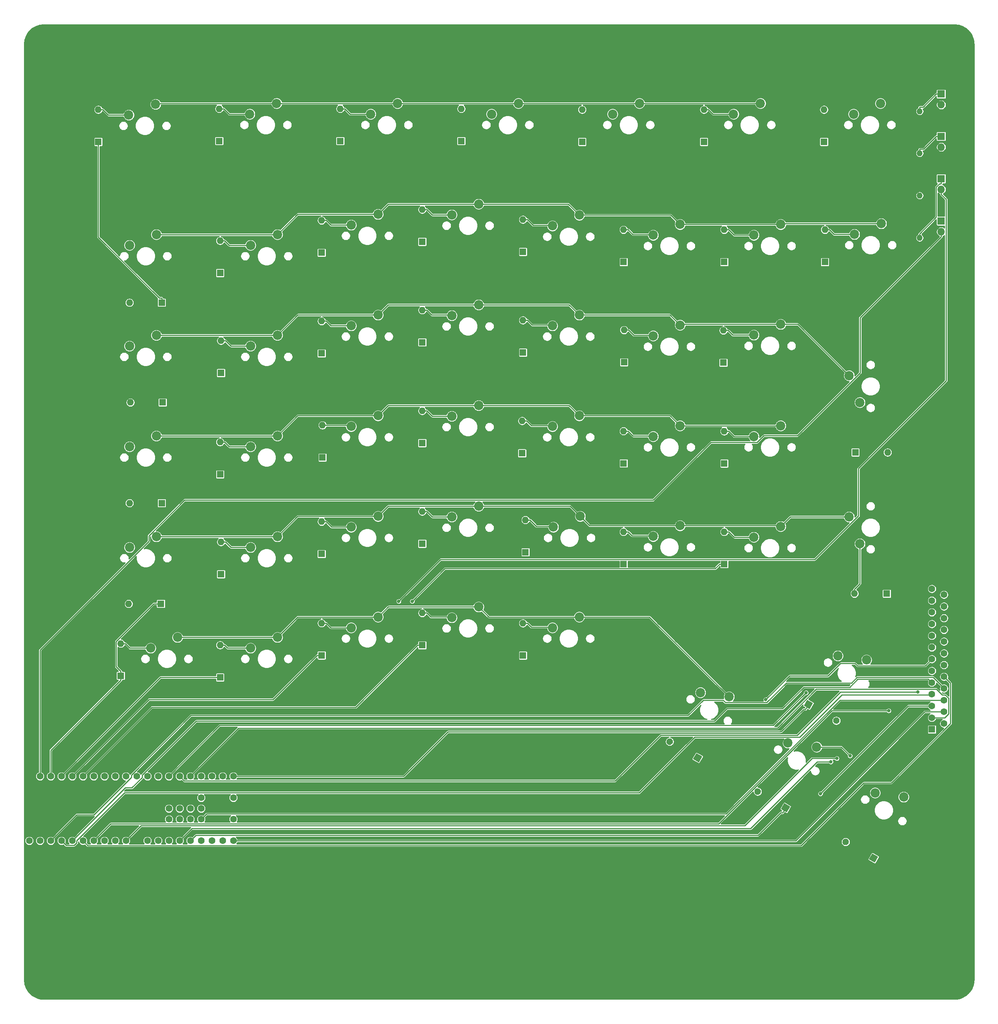
<source format=gbr>
%TF.GenerationSoftware,KiCad,Pcbnew,5.1.6-c6e7f7d~87~ubuntu20.04.1*%
%TF.CreationDate,2020-09-12T13:52:12+02:00*%
%TF.ProjectId,pcb-flat-left,7063622d-666c-4617-942d-6c6566742e6b,rev?*%
%TF.SameCoordinates,Original*%
%TF.FileFunction,Copper,L2,Bot*%
%TF.FilePolarity,Positive*%
%FSLAX46Y46*%
G04 Gerber Fmt 4.6, Leading zero omitted, Abs format (unit mm)*
G04 Created by KiCad (PCBNEW 5.1.6-c6e7f7d~87~ubuntu20.04.1) date 2020-09-12 13:52:12*
%MOMM*%
%LPD*%
G01*
G04 APERTURE LIST*
%TA.AperFunction,ComponentPad*%
%ADD10C,1.400000*%
%TD*%
%TA.AperFunction,ComponentPad*%
%ADD11O,1.400000X1.400000*%
%TD*%
%TA.AperFunction,ComponentPad*%
%ADD12C,7.500000*%
%TD*%
%TA.AperFunction,ComponentPad*%
%ADD13R,1.600000X1.600000*%
%TD*%
%TA.AperFunction,ComponentPad*%
%ADD14O,1.600000X1.600000*%
%TD*%
%TA.AperFunction,ComponentPad*%
%ADD15C,0.100000*%
%TD*%
%TA.AperFunction,ComponentPad*%
%ADD16C,2.200000*%
%TD*%
%TA.AperFunction,ComponentPad*%
%ADD17O,1.800000X1.800000*%
%TD*%
%TA.AperFunction,ComponentPad*%
%ADD18R,1.800000X1.800000*%
%TD*%
%TA.AperFunction,ComponentPad*%
%ADD19C,1.600000*%
%TD*%
%TA.AperFunction,ComponentPad*%
%ADD20C,4.000000*%
%TD*%
%TA.AperFunction,ViaPad*%
%ADD21C,0.800000*%
%TD*%
%TA.AperFunction,Conductor*%
%ADD22C,0.250000*%
%TD*%
%TA.AperFunction,Conductor*%
%ADD23C,0.254000*%
%TD*%
G04 APERTURE END LIST*
D10*
%TO.P,R1,1*%
%TO.N,GND*%
X232400000Y-59100000D03*
D11*
%TO.P,R1,2*%
%TO.N,Net-(D13-Pad1)*%
X232400000Y-64180000D03*
%TD*%
D12*
%TO.P,H3,1*%
%TO.N,GND*%
X237500000Y-50500000D03*
%TD*%
%TO.P,H8,1*%
%TO.N,GND*%
X237500000Y-266500000D03*
%TD*%
%TO.P,H7,1*%
%TO.N,GND*%
X132500000Y-266500000D03*
%TD*%
%TO.P,H6,1*%
%TO.N,GND*%
X27500000Y-266500000D03*
%TD*%
%TO.P,H5,1*%
%TO.N,GND*%
X237500000Y-158500000D03*
%TD*%
%TO.P,H4,1*%
%TO.N,GND*%
X27500000Y-158500000D03*
%TD*%
%TO.P,H2,1*%
%TO.N,GND*%
X132500000Y-50500000D03*
%TD*%
D13*
%TO.P,D1,1*%
%TO.N,COL1*%
X38200000Y-71400000D03*
D14*
%TO.P,D1,2*%
%TO.N,Net-(D1-Pad2)*%
X38200000Y-63780000D03*
%TD*%
D13*
%TO.P,D2,1*%
%TO.N,COL1*%
X53200000Y-109400000D03*
D14*
%TO.P,D2,2*%
%TO.N,Net-(D2-Pad2)*%
X45580000Y-109400000D03*
%TD*%
D13*
%TO.P,D3,1*%
%TO.N,COL1*%
X53400000Y-133000000D03*
D14*
%TO.P,D3,2*%
%TO.N,Net-(D3-Pad2)*%
X45780000Y-133000000D03*
%TD*%
D13*
%TO.P,D4,1*%
%TO.N,COL1*%
X53200000Y-156800000D03*
D14*
%TO.P,D4,2*%
%TO.N,Net-(D4-Pad2)*%
X45580000Y-156800000D03*
%TD*%
D13*
%TO.P,D5,1*%
%TO.N,COL1*%
X53000000Y-180600000D03*
D14*
%TO.P,D5,2*%
%TO.N,Net-(D5-Pad2)*%
X45380000Y-180600000D03*
%TD*%
%TO.P,D6,2*%
%TO.N,Net-(D6-Pad2)*%
X43500000Y-190000000D03*
D13*
%TO.P,D6,1*%
%TO.N,COL1*%
X43500000Y-197620000D03*
%TD*%
D14*
%TO.P,D7,2*%
%TO.N,Net-(D7-Pad2)*%
X66800000Y-63580000D03*
D13*
%TO.P,D7,1*%
%TO.N,COL2*%
X66800000Y-71200000D03*
%TD*%
D14*
%TO.P,D8,2*%
%TO.N,Net-(D8-Pad2)*%
X67000000Y-94780000D03*
D13*
%TO.P,D8,1*%
%TO.N,COL2*%
X67000000Y-102400000D03*
%TD*%
D14*
%TO.P,D9,2*%
%TO.N,Net-(D9-Pad2)*%
X67200000Y-118400000D03*
D13*
%TO.P,D9,1*%
%TO.N,COL2*%
X67200000Y-126020000D03*
%TD*%
D14*
%TO.P,D10,2*%
%TO.N,Net-(D10-Pad2)*%
X67000000Y-142380000D03*
D13*
%TO.P,D10,1*%
%TO.N,COL2*%
X67000000Y-150000000D03*
%TD*%
D14*
%TO.P,D11,2*%
%TO.N,Net-(D11-Pad2)*%
X67200000Y-165980000D03*
D13*
%TO.P,D11,1*%
%TO.N,COL2*%
X67200000Y-173600000D03*
%TD*%
D14*
%TO.P,D12,2*%
%TO.N,Net-(D12-Pad2)*%
X67000000Y-190380000D03*
D13*
%TO.P,D12,1*%
%TO.N,COL2*%
X67000000Y-198000000D03*
%TD*%
%TO.P,D14,1*%
%TO.N,COL3*%
X95400000Y-71200000D03*
D14*
%TO.P,D14,2*%
%TO.N,Net-(D14-Pad2)*%
X95400000Y-63580000D03*
%TD*%
%TO.P,D15,2*%
%TO.N,Net-(D15-Pad2)*%
X91000000Y-89980000D03*
D13*
%TO.P,D15,1*%
%TO.N,COL3*%
X91000000Y-97600000D03*
%TD*%
%TO.P,D16,1*%
%TO.N,COL3*%
X91000000Y-121400000D03*
D14*
%TO.P,D16,2*%
%TO.N,Net-(D16-Pad2)*%
X91000000Y-113780000D03*
%TD*%
D13*
%TO.P,D17,1*%
%TO.N,COL3*%
X91000000Y-168800000D03*
D14*
%TO.P,D17,2*%
%TO.N,Net-(D17-Pad2)*%
X91000000Y-161180000D03*
%TD*%
%TO.P,D18,2*%
%TO.N,Net-(D18-Pad2)*%
X91200000Y-138400000D03*
D13*
%TO.P,D18,1*%
%TO.N,COL3*%
X91200000Y-146020000D03*
%TD*%
D14*
%TO.P,D19,2*%
%TO.N,Net-(D19-Pad2)*%
X91000000Y-185180000D03*
D13*
%TO.P,D19,1*%
%TO.N,COL3*%
X91000000Y-192800000D03*
%TD*%
D14*
%TO.P,D20,2*%
%TO.N,Net-(D20-Pad2)*%
X124000000Y-63580000D03*
D13*
%TO.P,D20,1*%
%TO.N,COL4*%
X124000000Y-71200000D03*
%TD*%
%TO.P,D21,1*%
%TO.N,COL4*%
X114800000Y-95020000D03*
D14*
%TO.P,D21,2*%
%TO.N,Net-(D21-Pad2)*%
X114800000Y-87400000D03*
%TD*%
D13*
%TO.P,D22,1*%
%TO.N,COL4*%
X114800000Y-118800000D03*
D14*
%TO.P,D22,2*%
%TO.N,Net-(D22-Pad2)*%
X114800000Y-111180000D03*
%TD*%
%TO.P,D23,2*%
%TO.N,Net-(D23-Pad2)*%
X114800000Y-134980000D03*
D13*
%TO.P,D23,1*%
%TO.N,COL4*%
X114800000Y-142600000D03*
%TD*%
%TO.P,D24,1*%
%TO.N,COL4*%
X114800000Y-166400000D03*
D14*
%TO.P,D24,2*%
%TO.N,Net-(D24-Pad2)*%
X114800000Y-158780000D03*
%TD*%
%TO.P,D25,2*%
%TO.N,Net-(D25-Pad2)*%
X114800000Y-182780000D03*
D13*
%TO.P,D25,1*%
%TO.N,COL4*%
X114800000Y-190400000D03*
%TD*%
%TO.P,D26,1*%
%TO.N,COL5*%
X152600000Y-71400000D03*
D14*
%TO.P,D26,2*%
%TO.N,Net-(D26-Pad2)*%
X152600000Y-63780000D03*
%TD*%
D13*
%TO.P,D27,1*%
%TO.N,COL5*%
X138600000Y-121200000D03*
D14*
%TO.P,D27,2*%
%TO.N,Net-(D27-Pad2)*%
X138600000Y-113580000D03*
%TD*%
%TO.P,D28,2*%
%TO.N,Net-(D28-Pad2)*%
X138600000Y-89780000D03*
D13*
%TO.P,D28,1*%
%TO.N,COL5*%
X138600000Y-97400000D03*
%TD*%
%TO.P,D29,1*%
%TO.N,COL5*%
X138400000Y-145000000D03*
D14*
%TO.P,D29,2*%
%TO.N,Net-(D29-Pad2)*%
X138400000Y-137380000D03*
%TD*%
%TO.P,D30,2*%
%TO.N,Net-(D30-Pad2)*%
X139200000Y-160780000D03*
D13*
%TO.P,D30,1*%
%TO.N,COL5*%
X139200000Y-168400000D03*
%TD*%
%TO.P,D31,1*%
%TO.N,COL5*%
X138600000Y-192820000D03*
D14*
%TO.P,D31,2*%
%TO.N,Net-(D31-Pad2)*%
X138600000Y-185200000D03*
%TD*%
%TO.P,D32,2*%
%TO.N,Net-(D32-Pad2)*%
X181400000Y-63780000D03*
D13*
%TO.P,D32,1*%
%TO.N,COL6*%
X181400000Y-71400000D03*
%TD*%
%TO.P,D33,1*%
%TO.N,COL6*%
X162400000Y-99800000D03*
D14*
%TO.P,D33,2*%
%TO.N,Net-(D33-Pad2)*%
X162400000Y-92180000D03*
%TD*%
%TO.P,D34,2*%
%TO.N,Net-(D34-Pad2)*%
X162500000Y-115880000D03*
D13*
%TO.P,D34,1*%
%TO.N,COL6*%
X162500000Y-123500000D03*
%TD*%
%TO.P,D35,1*%
%TO.N,COL6*%
X162400000Y-147400000D03*
D14*
%TO.P,D35,2*%
%TO.N,Net-(D35-Pad2)*%
X162400000Y-139780000D03*
%TD*%
%TO.P,D36,2*%
%TO.N,Net-(D36-Pad2)*%
X162400000Y-163580000D03*
D13*
%TO.P,D36,1*%
%TO.N,COL6*%
X162400000Y-171200000D03*
%TD*%
%TO.P,D37,1*%
%TO.N,COL7*%
X209800000Y-71400000D03*
D14*
%TO.P,D37,2*%
%TO.N,Net-(D37-Pad2)*%
X209800000Y-63780000D03*
%TD*%
%TO.P,D38,2*%
%TO.N,Net-(D38-Pad2)*%
X186200000Y-92180000D03*
D13*
%TO.P,D38,1*%
%TO.N,COL7*%
X186200000Y-99800000D03*
%TD*%
%TO.P,D39,1*%
%TO.N,COL7*%
X186200000Y-171200000D03*
D14*
%TO.P,D39,2*%
%TO.N,Net-(D39-Pad2)*%
X186200000Y-163580000D03*
%TD*%
D13*
%TO.P,D40,1*%
%TO.N,COL7*%
X186000000Y-123600000D03*
D14*
%TO.P,D40,2*%
%TO.N,Net-(D40-Pad2)*%
X186000000Y-115980000D03*
%TD*%
%TO.P,D41,2*%
%TO.N,Net-(D41-Pad2)*%
X186200000Y-139800000D03*
D13*
%TO.P,D41,1*%
%TO.N,COL7*%
X186200000Y-147420000D03*
%TD*%
D14*
%TO.P,D42,2*%
%TO.N,Net-(D42-Pad2)*%
X210000000Y-92180000D03*
D13*
%TO.P,D42,1*%
%TO.N,COL8*%
X210000000Y-99800000D03*
%TD*%
%TO.P,D43,1*%
%TO.N,COL8*%
X217200000Y-144800000D03*
D14*
%TO.P,D43,2*%
%TO.N,Net-(D43-Pad2)*%
X224820000Y-144800000D03*
%TD*%
%TO.P,D44,2*%
%TO.N,Net-(D44-Pad2)*%
X217000000Y-178200000D03*
D13*
%TO.P,D44,1*%
%TO.N,COL8*%
X224620000Y-178200000D03*
%TD*%
%TO.P,D45,2*%
%TO.N,Net-(D45-Pad2)*%
%TA.AperFunction,ComponentPad*%
G36*
G01*
X173993706Y-213590000D02*
X173993706Y-213590000D01*
G75*
G02*
X172900886Y-213882820I-692820J400000D01*
G01*
X172900886Y-213882820D01*
G75*
G02*
X172608066Y-212790000I400000J692820D01*
G01*
X172608066Y-212790000D01*
G75*
G02*
X173700886Y-212497180I692820J-400000D01*
G01*
X173700886Y-212497180D01*
G75*
G02*
X173993706Y-213590000I-400000J-692820D01*
G01*
G37*
%TD.AperFunction*%
%TA.AperFunction,ComponentPad*%
D15*
%TO.P,D45,1*%
%TO.N,COL6*%
G36*
X180992820Y-216707180D02*
G01*
X180192820Y-218092820D01*
X178807180Y-217292820D01*
X179607180Y-215907180D01*
X180992820Y-216707180D01*
G37*
%TD.AperFunction*%
%TD*%
%TA.AperFunction,ComponentPad*%
%TO.P,D46,1*%
%TO.N,Arrow-Left*%
G36*
X205007180Y-204692820D02*
G01*
X205807180Y-203307180D01*
X207192820Y-204107180D01*
X206392820Y-205492820D01*
X205007180Y-204692820D01*
G37*
%TD.AperFunction*%
%TO.P,D46,2*%
%TO.N,Net-(D46-Pad2)*%
%TA.AperFunction,ComponentPad*%
G36*
G01*
X212006294Y-207810000D02*
X212006294Y-207810000D01*
G75*
G02*
X213099114Y-207517180I692820J-400000D01*
G01*
X213099114Y-207517180D01*
G75*
G02*
X213391934Y-208610000I-400000J-692820D01*
G01*
X213391934Y-208610000D01*
G75*
G02*
X212299114Y-208902820I-692820J400000D01*
G01*
X212299114Y-208902820D01*
G75*
G02*
X212006294Y-207810000I400000J692820D01*
G01*
G37*
%TD.AperFunction*%
%TD*%
%TA.AperFunction,ComponentPad*%
%TO.P,D47,1*%
%TO.N,COL8*%
G36*
X201791820Y-228517180D02*
G01*
X200991820Y-229902820D01*
X199606180Y-229102820D01*
X200406180Y-227717180D01*
X201791820Y-228517180D01*
G37*
%TD.AperFunction*%
%TO.P,D47,2*%
%TO.N,Net-(D47-Pad2)*%
%TA.AperFunction,ComponentPad*%
G36*
G01*
X194792706Y-225400000D02*
X194792706Y-225400000D01*
G75*
G02*
X193699886Y-225692820I-692820J400000D01*
G01*
X193699886Y-225692820D01*
G75*
G02*
X193407066Y-224600000I400000J692820D01*
G01*
X193407066Y-224600000D01*
G75*
G02*
X194499886Y-224307180I692820J-400000D01*
G01*
X194499886Y-224307180D01*
G75*
G02*
X194792706Y-225400000I-400000J-692820D01*
G01*
G37*
%TD.AperFunction*%
%TD*%
%TO.P,D48,2*%
%TO.N,Net-(D48-Pad2)*%
%TA.AperFunction,ComponentPad*%
G36*
G01*
X215593706Y-237290000D02*
X215593706Y-237290000D01*
G75*
G02*
X214500886Y-237582820I-692820J400000D01*
G01*
X214500886Y-237582820D01*
G75*
G02*
X214208066Y-236490000I400000J692820D01*
G01*
X214208066Y-236490000D01*
G75*
G02*
X215300886Y-236197180I692820J-400000D01*
G01*
X215300886Y-236197180D01*
G75*
G02*
X215593706Y-237290000I-400000J-692820D01*
G01*
G37*
%TD.AperFunction*%
%TA.AperFunction,ComponentPad*%
%TO.P,D48,1*%
%TO.N,Arrow-Left*%
G36*
X222592820Y-240407180D02*
G01*
X221792820Y-241792820D01*
X220407180Y-240992820D01*
X221207180Y-239607180D01*
X222592820Y-240407180D01*
G37*
%TD.AperFunction*%
%TD*%
D11*
%TO.P,R2,2*%
%TO.N,Net-(D49-Pad1)*%
X232400000Y-74100000D03*
D10*
%TO.P,R2,1*%
%TO.N,GND*%
X232400000Y-69020000D03*
%TD*%
D11*
%TO.P,R3,2*%
%TO.N,Net-(D50-Pad1)*%
X232400000Y-94100000D03*
D10*
%TO.P,R3,1*%
%TO.N,GND*%
X232400000Y-89020000D03*
%TD*%
D16*
%TO.P,SW1,2*%
%TO.N,Net-(D1-Pad2)*%
X45390000Y-65060000D03*
%TO.P,SW1,1*%
%TO.N,ROW1*%
X51740000Y-62520000D03*
%TD*%
%TO.P,SW2,1*%
%TO.N,ROW2*%
X51940000Y-93320000D03*
%TO.P,SW2,2*%
%TO.N,Net-(D2-Pad2)*%
X45590000Y-95860000D03*
%TD*%
%TO.P,SW3,1*%
%TO.N,ROW3*%
X51940000Y-117120000D03*
%TO.P,SW3,2*%
%TO.N,Net-(D3-Pad2)*%
X45590000Y-119660000D03*
%TD*%
%TO.P,SW4,2*%
%TO.N,Net-(D5-Pad2)*%
X45590000Y-167260000D03*
%TO.P,SW4,1*%
%TO.N,ROW5*%
X51940000Y-164720000D03*
%TD*%
%TO.P,SW5,2*%
%TO.N,Net-(D4-Pad2)*%
X45590000Y-143460000D03*
%TO.P,SW5,1*%
%TO.N,ROW4*%
X51940000Y-140920000D03*
%TD*%
%TO.P,SW6,1*%
%TO.N,ROW6*%
X56940000Y-188520000D03*
%TO.P,SW6,2*%
%TO.N,Net-(D6-Pad2)*%
X50590000Y-191060000D03*
%TD*%
%TO.P,SW7,1*%
%TO.N,ROW1*%
X80340000Y-62320000D03*
%TO.P,SW7,2*%
%TO.N,Net-(D7-Pad2)*%
X73990000Y-64860000D03*
%TD*%
%TO.P,SW8,1*%
%TO.N,ROW2*%
X80540000Y-93320000D03*
%TO.P,SW8,2*%
%TO.N,Net-(D8-Pad2)*%
X74190000Y-95860000D03*
%TD*%
%TO.P,SW9,2*%
%TO.N,Net-(D9-Pad2)*%
X74190000Y-119660000D03*
%TO.P,SW9,1*%
%TO.N,ROW3*%
X80540000Y-117120000D03*
%TD*%
%TO.P,SW10,1*%
%TO.N,ROW5*%
X80540000Y-164720000D03*
%TO.P,SW10,2*%
%TO.N,Net-(D11-Pad2)*%
X74190000Y-167260000D03*
%TD*%
%TO.P,SW11,1*%
%TO.N,ROW4*%
X80540000Y-140920000D03*
%TO.P,SW11,2*%
%TO.N,Net-(D10-Pad2)*%
X74190000Y-143460000D03*
%TD*%
%TO.P,SW12,2*%
%TO.N,Net-(D12-Pad2)*%
X74190000Y-191060000D03*
%TO.P,SW12,1*%
%TO.N,ROW6*%
X80540000Y-188520000D03*
%TD*%
%TO.P,SW13,2*%
%TO.N,Net-(D14-Pad2)*%
X102590000Y-64860000D03*
%TO.P,SW13,1*%
%TO.N,ROW1*%
X108940000Y-62320000D03*
%TD*%
%TO.P,SW14,2*%
%TO.N,Net-(D15-Pad2)*%
X97990000Y-91060000D03*
%TO.P,SW14,1*%
%TO.N,ROW2*%
X104340000Y-88520000D03*
%TD*%
%TO.P,SW15,1*%
%TO.N,ROW3*%
X104340000Y-112320000D03*
%TO.P,SW15,2*%
%TO.N,Net-(D16-Pad2)*%
X97990000Y-114860000D03*
%TD*%
%TO.P,SW16,2*%
%TO.N,Net-(D17-Pad2)*%
X97990000Y-162460000D03*
%TO.P,SW16,1*%
%TO.N,ROW5*%
X104340000Y-159920000D03*
%TD*%
%TO.P,SW17,2*%
%TO.N,Net-(D18-Pad2)*%
X97990000Y-138660000D03*
%TO.P,SW17,1*%
%TO.N,ROW4*%
X104340000Y-136120000D03*
%TD*%
%TO.P,SW18,1*%
%TO.N,ROW6*%
X104340000Y-183720000D03*
%TO.P,SW18,2*%
%TO.N,Net-(D19-Pad2)*%
X97990000Y-186260000D03*
%TD*%
%TO.P,SW19,1*%
%TO.N,ROW1*%
X137540000Y-62320000D03*
%TO.P,SW19,2*%
%TO.N,Net-(D20-Pad2)*%
X131190000Y-64860000D03*
%TD*%
%TO.P,SW20,1*%
%TO.N,ROW2*%
X128140000Y-86120000D03*
%TO.P,SW20,2*%
%TO.N,Net-(D21-Pad2)*%
X121790000Y-88660000D03*
%TD*%
%TO.P,SW21,2*%
%TO.N,Net-(D22-Pad2)*%
X121790000Y-112460000D03*
%TO.P,SW21,1*%
%TO.N,ROW3*%
X128140000Y-109920000D03*
%TD*%
%TO.P,SW22,1*%
%TO.N,ROW5*%
X128140000Y-157520000D03*
%TO.P,SW22,2*%
%TO.N,Net-(D24-Pad2)*%
X121790000Y-160060000D03*
%TD*%
%TO.P,SW23,1*%
%TO.N,ROW4*%
X128140000Y-133720000D03*
%TO.P,SW23,2*%
%TO.N,Net-(D23-Pad2)*%
X121790000Y-136260000D03*
%TD*%
%TO.P,SW24,2*%
%TO.N,Net-(D25-Pad2)*%
X121790000Y-183860000D03*
%TO.P,SW24,1*%
%TO.N,ROW6*%
X128140000Y-181320000D03*
%TD*%
%TO.P,SW25,2*%
%TO.N,Net-(D26-Pad2)*%
X159790000Y-64860000D03*
%TO.P,SW25,1*%
%TO.N,ROW1*%
X166140000Y-62320000D03*
%TD*%
%TO.P,SW26,1*%
%TO.N,ROW2*%
X151940000Y-88720000D03*
%TO.P,SW26,2*%
%TO.N,Net-(D28-Pad2)*%
X145590000Y-91260000D03*
%TD*%
%TO.P,SW27,1*%
%TO.N,ROW3*%
X151940000Y-112320000D03*
%TO.P,SW27,2*%
%TO.N,Net-(D27-Pad2)*%
X145590000Y-114860000D03*
%TD*%
%TO.P,SW28,1*%
%TO.N,ROW5*%
X152140000Y-159920000D03*
%TO.P,SW28,2*%
%TO.N,Net-(D30-Pad2)*%
X145790000Y-162460000D03*
%TD*%
%TO.P,SW29,2*%
%TO.N,Net-(D29-Pad2)*%
X145590000Y-138660000D03*
%TO.P,SW29,1*%
%TO.N,ROW4*%
X151940000Y-136120000D03*
%TD*%
%TO.P,SW30,1*%
%TO.N,ROW6*%
X151940000Y-183720000D03*
%TO.P,SW30,2*%
%TO.N,Net-(D31-Pad2)*%
X145590000Y-186260000D03*
%TD*%
%TO.P,SW31,1*%
%TO.N,ROW1*%
X194740000Y-62320000D03*
%TO.P,SW31,2*%
%TO.N,Net-(D32-Pad2)*%
X188390000Y-64860000D03*
%TD*%
%TO.P,SW32,1*%
%TO.N,ROW2*%
X175740000Y-90920000D03*
%TO.P,SW32,2*%
%TO.N,Net-(D33-Pad2)*%
X169390000Y-93460000D03*
%TD*%
%TO.P,SW33,2*%
%TO.N,Net-(D34-Pad2)*%
X169390000Y-117260000D03*
%TO.P,SW33,1*%
%TO.N,ROW3*%
X175740000Y-114720000D03*
%TD*%
%TO.P,SW34,1*%
%TO.N,ROW5*%
X175740000Y-162120000D03*
%TO.P,SW34,2*%
%TO.N,Net-(D36-Pad2)*%
X169390000Y-164660000D03*
%TD*%
%TO.P,SW35,1*%
%TO.N,ROW4*%
X175740000Y-138520000D03*
%TO.P,SW35,2*%
%TO.N,Net-(D35-Pad2)*%
X169390000Y-141060000D03*
%TD*%
%TO.P,SW36,2*%
%TO.N,Net-(D37-Pad2)*%
X216790000Y-64860000D03*
%TO.P,SW36,1*%
%TO.N,ROW1*%
X223140000Y-62320000D03*
%TD*%
%TO.P,SW37,2*%
%TO.N,Net-(D38-Pad2)*%
X193190000Y-93460000D03*
%TO.P,SW37,1*%
%TO.N,ROW2*%
X199540000Y-90920000D03*
%TD*%
%TO.P,SW38,2*%
%TO.N,Net-(D40-Pad2)*%
X193190000Y-117060000D03*
%TO.P,SW38,1*%
%TO.N,ROW3*%
X199540000Y-114520000D03*
%TD*%
%TO.P,SW39,2*%
%TO.N,Net-(D39-Pad2)*%
X193190000Y-164860000D03*
%TO.P,SW39,1*%
%TO.N,ROW5*%
X199540000Y-162320000D03*
%TD*%
%TO.P,SW40,2*%
%TO.N,Net-(D41-Pad2)*%
X193190000Y-141060000D03*
%TO.P,SW40,1*%
%TO.N,ROW4*%
X199540000Y-138520000D03*
%TD*%
%TO.P,SW41,1*%
%TO.N,ROW2*%
X223340000Y-90720000D03*
%TO.P,SW41,2*%
%TO.N,Net-(D42-Pad2)*%
X216990000Y-93260000D03*
%TD*%
%TO.P,SW42,1*%
%TO.N,ROW3*%
X215720000Y-126660000D03*
%TO.P,SW42,2*%
%TO.N,Net-(D43-Pad2)*%
X218260000Y-133010000D03*
%TD*%
%TO.P,SW43,2*%
%TO.N,Net-(D44-Pad2)*%
X218260000Y-166410000D03*
%TO.P,SW43,1*%
%TO.N,ROW5*%
X215720000Y-160060000D03*
%TD*%
%TO.P,SW44,2*%
%TO.N,Net-(D45-Pad2)*%
X180570739Y-201595705D03*
%TO.P,SW44,1*%
%TO.N,ROW6*%
X187340000Y-202571000D03*
%TD*%
%TO.P,SW45,2*%
%TO.N,Net-(D46-Pad2)*%
X213070739Y-192895705D03*
%TO.P,SW45,1*%
%TO.N,ROW5*%
X219840000Y-193871000D03*
%TD*%
%TO.P,SW46,1*%
%TO.N,ROW6*%
X208040000Y-214471000D03*
%TO.P,SW46,2*%
%TO.N,Net-(D47-Pad2)*%
X201270739Y-213495705D03*
%TD*%
%TO.P,SW47,2*%
%TO.N,Net-(D48-Pad2)*%
X221870739Y-225295705D03*
%TO.P,SW47,1*%
%TO.N,ROW6*%
X228640000Y-226271000D03*
%TD*%
D12*
%TO.P,H1,1*%
%TO.N,GND*%
X27500000Y-50500000D03*
%TD*%
D17*
%TO.P,D13,2*%
%TO.N,PWM1*%
X237500000Y-62640000D03*
D18*
%TO.P,D13,1*%
%TO.N,Net-(D13-Pad1)*%
X237500000Y-60100000D03*
%TD*%
%TO.P,D49,1*%
%TO.N,Net-(D49-Pad1)*%
X237500000Y-70100000D03*
D17*
%TO.P,D49,2*%
%TO.N,PWM2*%
X237500000Y-72640000D03*
%TD*%
D18*
%TO.P,D50,1*%
%TO.N,Net-(D50-Pad1)*%
X237500000Y-80100000D03*
D17*
%TO.P,D50,2*%
%TO.N,PWM3*%
X237500000Y-82640000D03*
%TD*%
D18*
%TO.P,D51,1*%
%TO.N,Net-(D51-Pad1)*%
X237500000Y-90100000D03*
D17*
%TO.P,D51,2*%
%TO.N,PWM4*%
X237500000Y-92640000D03*
%TD*%
D10*
%TO.P,R4,1*%
%TO.N,GND*%
X232400000Y-79020000D03*
D11*
%TO.P,R4,2*%
%TO.N,Net-(D51-Pad1)*%
X232400000Y-84100000D03*
%TD*%
D19*
%TO.P,U1,9*%
%TO.N,Net-(U1-Pad9)*%
X42190000Y-221380000D03*
%TO.P,U1,10*%
%TO.N,ROW3*%
X44730000Y-221380000D03*
%TO.P,U1,11*%
%TO.N,ROW4*%
X47270000Y-221380000D03*
%TO.P,U1,8*%
%TO.N,ROW2*%
X39650000Y-221380000D03*
%TO.P,U1,7*%
%TO.N,ROW1*%
X37110000Y-221380000D03*
%TO.P,U1,6*%
%TO.N,COL4*%
X34570000Y-221380000D03*
%TO.P,U1,5*%
%TO.N,COL3*%
X32030000Y-221380000D03*
%TO.P,U1,4*%
%TO.N,COL2*%
X29490000Y-221380000D03*
%TO.P,U1,3*%
%TO.N,COL1*%
X26950000Y-221380000D03*
%TO.P,U1,2*%
%TO.N,PWM4*%
X24410000Y-221380000D03*
D13*
%TO.P,U1,1*%
%TO.N,GND*%
X21870000Y-221380000D03*
D19*
%TO.P,U1,12*%
%TO.N,ROW5*%
X49810000Y-221380000D03*
%TO.P,U1,13*%
%TO.N,ROW6*%
X52350000Y-221380000D03*
%TO.P,U1,14*%
%TO.N,ROW1ext*%
X54890000Y-221380000D03*
%TO.P,U1,15*%
%TO.N,ROW2ext*%
X57430000Y-221380000D03*
%TO.P,U1,16*%
%TO.N,ROW3ext*%
X59970000Y-221380000D03*
%TO.P,U1,17*%
%TO.N,PWM1*%
X62510000Y-221380000D03*
%TO.P,U1,18*%
%TO.N,PWM2*%
X65050000Y-221380000D03*
%TO.P,U1,19*%
%TO.N,PWM3*%
X67590000Y-221380000D03*
%TO.P,U1,20*%
%TO.N,Arrow-Left*%
X70130000Y-221380000D03*
%TO.P,U1,21*%
%TO.N,Net-(U1-Pad21)*%
X70130000Y-226460000D03*
%TO.P,U1,22*%
%TO.N,GND*%
X70130000Y-229000000D03*
%TO.P,U1,23*%
%TO.N,Net-(U1-Pad23)*%
X70130000Y-231540000D03*
%TO.P,U1,24*%
%TO.N,ROW4ext*%
X70130000Y-236620000D03*
%TO.P,U1,25*%
%TO.N,COL5*%
X67590000Y-236620000D03*
%TO.P,U1,26*%
%TO.N,COL6*%
X65050000Y-236620000D03*
%TO.P,U1,27*%
%TO.N,COL7*%
X62510000Y-236620000D03*
%TO.P,U1,28*%
%TO.N,COL8*%
X59970000Y-236620000D03*
%TO.P,U1,29*%
%TO.N,Arrow-Right*%
X57430000Y-236620000D03*
%TO.P,U1,30*%
%TO.N,ROW6*%
X54890000Y-236620000D03*
%TO.P,U1,31*%
%TO.N,ROW5*%
X52350000Y-236620000D03*
%TO.P,U1,32*%
%TO.N,Net-(U1-Pad32)*%
X49810000Y-236620000D03*
%TO.P,U1,33*%
%TO.N,GND*%
X47270000Y-236620000D03*
%TO.P,U1,34*%
%TO.N,COL8x*%
X44730000Y-236620000D03*
%TO.P,U1,35*%
%TO.N,COL7x*%
X42190000Y-236620000D03*
%TO.P,U1,36*%
%TO.N,COL6x*%
X39650000Y-236620000D03*
%TO.P,U1,37*%
%TO.N,COL5x*%
X37110000Y-236620000D03*
%TO.P,U1,38*%
%TO.N,COL4x*%
X34570000Y-236620000D03*
%TO.P,U1,39*%
%TO.N,COL3x*%
X32030000Y-236620000D03*
%TO.P,U1,40*%
%TO.N,COL1x*%
X29490000Y-236620000D03*
%TO.P,U1,41*%
%TO.N,COL2x*%
X26950000Y-236620000D03*
%TO.P,U1,42*%
%TO.N,ROW5ext*%
X24410000Y-236620000D03*
%TO.P,U1,43*%
%TO.N,Net-(U1-Pad43)*%
X21870000Y-236620000D03*
%TO.P,U1,49*%
%TO.N,Net-(U1-Pad49)*%
X57430000Y-229000000D03*
%TO.P,U1,48*%
%TO.N,Net-(U1-Pad48)*%
X54890000Y-229000000D03*
%TO.P,U1,47*%
%TO.N,ROW6ext*%
X62510000Y-231540000D03*
%TO.P,U1,52*%
%TO.N,Net-(U1-Pad52)*%
X62510000Y-226460000D03*
%TO.P,U1,51*%
%TO.N,Net-(U1-Pad51)*%
X62510000Y-229000000D03*
%TO.P,U1,50*%
%TO.N,Net-(U1-Pad50)*%
X59970000Y-229000000D03*
%TO.P,U1,44*%
%TO.N,Net-(U1-Pad44)*%
X54890000Y-231540000D03*
%TO.P,U1,46*%
%TO.N,Net-(U1-Pad46)*%
X59970000Y-231540000D03*
%TO.P,U1,45*%
%TO.N,Net-(U1-Pad45)*%
X57430000Y-231540000D03*
%TD*%
D13*
%TO.P,J1,1*%
%TO.N,ROW1ext*%
X235300000Y-210300000D03*
D19*
%TO.P,J1,2*%
%TO.N,ROW3ext*%
X235300000Y-207530000D03*
%TO.P,J1,3*%
%TO.N,ROW5ext*%
X235300000Y-204760000D03*
%TO.P,J1,4*%
%TO.N,COL1x*%
X235300000Y-201990000D03*
%TO.P,J1,5*%
%TO.N,COL3x*%
X235300000Y-199220000D03*
%TO.P,J1,6*%
%TO.N,COL5x*%
X235300000Y-196450000D03*
%TO.P,J1,7*%
%TO.N,COL7x*%
X235300000Y-193680000D03*
%TO.P,J1,8*%
%TO.N,Arrow-Right*%
X235300000Y-190910000D03*
%TO.P,J1,9*%
%TO.N,Net-(J1-Pad9)*%
X235300000Y-188140000D03*
%TO.P,J1,10*%
%TO.N,Net-(J1-Pad10)*%
X235300000Y-185370000D03*
%TO.P,J1,11*%
%TO.N,Net-(J1-Pad11)*%
X235300000Y-182600000D03*
%TO.P,J1,12*%
%TO.N,Net-(J1-Pad12)*%
X235300000Y-179830000D03*
%TO.P,J1,13*%
%TO.N,Net-(J1-Pad13)*%
X235300000Y-177060000D03*
%TO.P,J1,14*%
%TO.N,ROW2ext*%
X238140000Y-208915000D03*
%TO.P,J1,15*%
%TO.N,ROW4ext*%
X238140000Y-206145000D03*
%TO.P,J1,16*%
%TO.N,ROW6ext*%
X238140000Y-203375000D03*
%TO.P,J1,17*%
%TO.N,COL2x*%
X238140000Y-200605000D03*
%TO.P,J1,18*%
%TO.N,COL4x*%
X238140000Y-197835000D03*
%TO.P,J1,19*%
%TO.N,COL6x*%
X238140000Y-195065000D03*
%TO.P,J1,20*%
%TO.N,COL8x*%
X238140000Y-192295000D03*
%TO.P,J1,21*%
%TO.N,Net-(J1-Pad21)*%
X238140000Y-189525000D03*
%TO.P,J1,22*%
%TO.N,Net-(J1-Pad22)*%
X238140000Y-186755000D03*
%TO.P,J1,23*%
%TO.N,Net-(J1-Pad23)*%
X238140000Y-183985000D03*
%TO.P,J1,24*%
%TO.N,Net-(J1-Pad24)*%
X238140000Y-181215000D03*
%TO.P,J1,25*%
%TO.N,Net-(J1-Pad25)*%
X238140000Y-178445000D03*
D20*
%TO.P,J1,0*%
%TO.N,GND*%
X236720000Y-170130000D03*
X236720000Y-217230000D03*
%TD*%
D21*
%TO.N,GND*%
X189600000Y-231500000D03*
X196400000Y-231500000D03*
X199600000Y-232600000D03*
X154100000Y-234500000D03*
X237500000Y-86100000D03*
X234400000Y-103400000D03*
X60700000Y-211500000D03*
X66300000Y-211600000D03*
X79900000Y-212000000D03*
X147400000Y-231500000D03*
X228000000Y-216000000D03*
X154200000Y-217200000D03*
X65100000Y-231500000D03*
X44200000Y-233600000D03*
X54700000Y-213600000D03*
X65000000Y-158400000D03*
X183400000Y-171100000D03*
X200700000Y-202300000D03*
X211400000Y-198400000D03*
X228500000Y-199600000D03*
X133700000Y-216300000D03*
X45600000Y-159300000D03*
X52100000Y-159300000D03*
X100000000Y-129200000D03*
X125400000Y-127000000D03*
X131800000Y-68700000D03*
X205600000Y-61600000D03*
%TO.N,PWM3*%
X109236100Y-180008100D03*
%TO.N,ROW1ext*%
X205531100Y-201600900D03*
%TO.N,ROW5ext*%
X208938100Y-225507800D03*
%TO.N,Arrow-Right*%
X211409400Y-217988900D03*
%TO.N,ROW2ext*%
X231968200Y-201451900D03*
%TO.N,ROW6*%
X215929000Y-216542500D03*
%TO.N,COL7*%
X112406800Y-180008100D03*
%TO.N,COL5x*%
X225076100Y-205884900D03*
%TO.N,COL7x*%
X196020600Y-203249700D03*
%TO.N,COL8x*%
X212809800Y-217154600D03*
%TD*%
D22*
%TO.N,Net-(D1-Pad2)*%
X38200000Y-63780000D02*
X39275300Y-63780000D01*
X45390000Y-65060000D02*
X40555300Y-65060000D01*
X40555300Y-65060000D02*
X39275300Y-63780000D01*
%TO.N,Net-(D6-Pad2)*%
X43500000Y-190000000D02*
X44575300Y-190000000D01*
X50590000Y-191060000D02*
X45635300Y-191060000D01*
X45635300Y-191060000D02*
X44575300Y-190000000D01*
%TO.N,Net-(D7-Pad2)*%
X66800000Y-63580000D02*
X67875300Y-63580000D01*
X73990000Y-64860000D02*
X69155300Y-64860000D01*
X69155300Y-64860000D02*
X67875300Y-63580000D01*
%TO.N,Net-(D8-Pad2)*%
X67000000Y-94780000D02*
X68075300Y-94780000D01*
X74190000Y-95860000D02*
X69155300Y-95860000D01*
X69155300Y-95860000D02*
X68075300Y-94780000D01*
%TO.N,Net-(D9-Pad2)*%
X67200000Y-118400000D02*
X68275300Y-118400000D01*
X74190000Y-119660000D02*
X69535300Y-119660000D01*
X69535300Y-119660000D02*
X68275300Y-118400000D01*
%TO.N,Net-(D10-Pad2)*%
X67000000Y-142380000D02*
X68075300Y-142380000D01*
X74190000Y-143460000D02*
X69155300Y-143460000D01*
X69155300Y-143460000D02*
X68075300Y-142380000D01*
%TO.N,Net-(D11-Pad2)*%
X67200000Y-165980000D02*
X68275300Y-165980000D01*
X74190000Y-167260000D02*
X69555300Y-167260000D01*
X69555300Y-167260000D02*
X68275300Y-165980000D01*
%TO.N,Net-(D12-Pad2)*%
X67000000Y-190380000D02*
X68075300Y-190380000D01*
X74190000Y-191060000D02*
X68755300Y-191060000D01*
X68755300Y-191060000D02*
X68075300Y-190380000D01*
%TO.N,Net-(D14-Pad2)*%
X95400000Y-63580000D02*
X96475300Y-63580000D01*
X102590000Y-64860000D02*
X97755300Y-64860000D01*
X97755300Y-64860000D02*
X96475300Y-63580000D01*
%TO.N,Net-(D15-Pad2)*%
X91000000Y-89980000D02*
X92075300Y-89980000D01*
X97990000Y-91060000D02*
X93155300Y-91060000D01*
X93155300Y-91060000D02*
X92075300Y-89980000D01*
%TO.N,Net-(D16-Pad2)*%
X91000000Y-113780000D02*
X92075300Y-113780000D01*
X97990000Y-114860000D02*
X93155300Y-114860000D01*
X93155300Y-114860000D02*
X92075300Y-113780000D01*
%TO.N,Net-(D17-Pad2)*%
X91000000Y-161180000D02*
X92075300Y-161180000D01*
X97990000Y-162460000D02*
X93355300Y-162460000D01*
X93355300Y-162460000D02*
X92075300Y-161180000D01*
%TO.N,Net-(D18-Pad2)*%
X91200000Y-138400000D02*
X92275300Y-138400000D01*
X97990000Y-138660000D02*
X97730000Y-138400000D01*
X97730000Y-138400000D02*
X92275300Y-138400000D01*
%TO.N,Net-(D19-Pad2)*%
X91000000Y-185180000D02*
X92075300Y-185180000D01*
X97990000Y-186260000D02*
X93155300Y-186260000D01*
X93155300Y-186260000D02*
X92075300Y-185180000D01*
%TO.N,Net-(D21-Pad2)*%
X114800000Y-87400000D02*
X115875300Y-87400000D01*
X121790000Y-88660000D02*
X117135300Y-88660000D01*
X117135300Y-88660000D02*
X115875300Y-87400000D01*
%TO.N,Net-(D22-Pad2)*%
X114800000Y-111180000D02*
X115875300Y-111180000D01*
X121790000Y-112460000D02*
X121629300Y-112299300D01*
X121629300Y-112299300D02*
X121629300Y-112299200D01*
X121629300Y-112299200D02*
X116994500Y-112299200D01*
X116994500Y-112299200D02*
X115875300Y-111180000D01*
%TO.N,Net-(D23-Pad2)*%
X114800000Y-134980000D02*
X115875300Y-134980000D01*
X121790000Y-136260000D02*
X117155300Y-136260000D01*
X117155300Y-136260000D02*
X115875300Y-134980000D01*
%TO.N,Net-(D24-Pad2)*%
X114800000Y-158780000D02*
X115875300Y-158780000D01*
X121790000Y-160060000D02*
X117155300Y-160060000D01*
X117155300Y-160060000D02*
X115875300Y-158780000D01*
%TO.N,Net-(D25-Pad2)*%
X114800000Y-182780000D02*
X115875300Y-182780000D01*
X121790000Y-183860000D02*
X121629300Y-183699300D01*
X121629300Y-183699300D02*
X121629300Y-183699200D01*
X121629300Y-183699200D02*
X116794500Y-183699200D01*
X116794500Y-183699200D02*
X115875300Y-182780000D01*
%TO.N,Net-(D27-Pad2)*%
X138600000Y-113580000D02*
X139675300Y-113580000D01*
X145590000Y-114860000D02*
X145429300Y-114699300D01*
X145429300Y-114699300D02*
X145429300Y-114699200D01*
X145429300Y-114699200D02*
X140794500Y-114699200D01*
X140794500Y-114699200D02*
X139675300Y-113580000D01*
%TO.N,Net-(D28-Pad2)*%
X138600000Y-89780000D02*
X139675300Y-89780000D01*
X145590000Y-91260000D02*
X145429300Y-91099300D01*
X145429300Y-91099300D02*
X145429300Y-91099200D01*
X145429300Y-91099200D02*
X140994500Y-91099200D01*
X140994500Y-91099200D02*
X139675300Y-89780000D01*
%TO.N,Net-(D29-Pad2)*%
X138400000Y-137380000D02*
X139475300Y-137380000D01*
X145590000Y-138660000D02*
X145429300Y-138499300D01*
X145429300Y-138499300D02*
X145429300Y-138499200D01*
X145429300Y-138499200D02*
X140594500Y-138499200D01*
X140594500Y-138499200D02*
X139475300Y-137380000D01*
%TO.N,Net-(D30-Pad2)*%
X139200000Y-160780000D02*
X140275300Y-160780000D01*
X145790000Y-162460000D02*
X145629300Y-162299300D01*
X145629300Y-162299300D02*
X145629300Y-162299200D01*
X145629300Y-162299200D02*
X141794500Y-162299200D01*
X141794500Y-162299200D02*
X140275300Y-160780000D01*
%TO.N,Net-(D31-Pad2)*%
X138600000Y-185200000D02*
X139675300Y-185200000D01*
X145590000Y-186260000D02*
X145429300Y-186099300D01*
X145429300Y-186099300D02*
X145429300Y-186099200D01*
X145429300Y-186099200D02*
X140574500Y-186099200D01*
X140574500Y-186099200D02*
X139675300Y-185200000D01*
%TO.N,Net-(D32-Pad2)*%
X181400000Y-63780000D02*
X182475300Y-63780000D01*
X188390000Y-64860000D02*
X183555300Y-64860000D01*
X183555300Y-64860000D02*
X182475300Y-63780000D01*
%TO.N,Net-(D33-Pad2)*%
X162400000Y-92180000D02*
X163475300Y-92180000D01*
X169390000Y-93460000D02*
X169229300Y-93299300D01*
X169229300Y-93299300D02*
X169229300Y-93299200D01*
X169229300Y-93299200D02*
X164594500Y-93299200D01*
X164594500Y-93299200D02*
X163475300Y-92180000D01*
%TO.N,Net-(D34-Pad2)*%
X162500000Y-115880000D02*
X163575300Y-115880000D01*
X169390000Y-117260000D02*
X169229300Y-117099300D01*
X169229300Y-117099300D02*
X169229300Y-117099200D01*
X169229300Y-117099200D02*
X164794500Y-117099200D01*
X164794500Y-117099200D02*
X163575300Y-115880000D01*
%TO.N,Net-(D35-Pad2)*%
X162400000Y-139780000D02*
X163475300Y-139780000D01*
X169390000Y-141060000D02*
X169229300Y-140899300D01*
X169229300Y-140899300D02*
X169229300Y-140899200D01*
X169229300Y-140899200D02*
X164594500Y-140899200D01*
X164594500Y-140899200D02*
X163475300Y-139780000D01*
%TO.N,Net-(D36-Pad2)*%
X162400000Y-163580000D02*
X163475300Y-163580000D01*
X169390000Y-164660000D02*
X169229300Y-164499300D01*
X169229300Y-164499300D02*
X169229300Y-164499200D01*
X169229300Y-164499200D02*
X164394500Y-164499200D01*
X164394500Y-164499200D02*
X163475300Y-163580000D01*
%TO.N,Net-(D38-Pad2)*%
X186200000Y-92180000D02*
X187275300Y-92180000D01*
X193190000Y-93460000D02*
X188555300Y-93460000D01*
X188555300Y-93460000D02*
X187275300Y-92180000D01*
%TO.N,Net-(D39-Pad2)*%
X186200000Y-163580000D02*
X187275300Y-163580000D01*
X193190000Y-164860000D02*
X188555300Y-164860000D01*
X188555300Y-164860000D02*
X187275300Y-163580000D01*
%TO.N,Net-(D40-Pad2)*%
X186000000Y-115980000D02*
X187075300Y-115980000D01*
X193190000Y-117060000D02*
X188155300Y-117060000D01*
X188155300Y-117060000D02*
X187075300Y-115980000D01*
%TO.N,Net-(D41-Pad2)*%
X186200000Y-139800000D02*
X187275300Y-139800000D01*
X193190000Y-141060000D02*
X188535300Y-141060000D01*
X188535300Y-141060000D02*
X187275300Y-139800000D01*
%TO.N,Net-(D42-Pad2)*%
X210000000Y-92180000D02*
X211075300Y-92180000D01*
X216990000Y-93260000D02*
X212155300Y-93260000D01*
X212155300Y-93260000D02*
X211075300Y-92180000D01*
%TO.N,Net-(D44-Pad2)*%
X217000000Y-178200000D02*
X217000000Y-177124700D01*
X218260000Y-166410000D02*
X218260000Y-175864700D01*
X218260000Y-175864700D02*
X217000000Y-177124700D01*
%TO.N,Net-(D13-Pad1)*%
X232400000Y-64180000D02*
X232400000Y-63204700D01*
X237500000Y-60100000D02*
X236324700Y-60100000D01*
X236324700Y-60100000D02*
X233220000Y-63204700D01*
X233220000Y-63204700D02*
X232400000Y-63204700D01*
%TO.N,Net-(D49-Pad1)*%
X232400000Y-74100000D02*
X232400000Y-73124700D01*
X237500000Y-70100000D02*
X236324700Y-70100000D01*
X236324700Y-70100000D02*
X233300000Y-73124700D01*
X233300000Y-73124700D02*
X232400000Y-73124700D01*
%TO.N,Net-(D50-Pad1)*%
X232400000Y-94100000D02*
X232400000Y-93124700D01*
X237500000Y-80100000D02*
X237500000Y-81275300D01*
X237500000Y-81275300D02*
X237132600Y-81275300D01*
X237132600Y-81275300D02*
X236324700Y-82083200D01*
X236324700Y-82083200D02*
X236324700Y-89200000D01*
X236324700Y-89200000D02*
X232400000Y-93124700D01*
%TO.N,PWM3*%
X237500000Y-82640000D02*
X237500000Y-83815300D01*
X109236100Y-180008100D02*
X119119500Y-170124700D01*
X119119500Y-170124700D02*
X207617200Y-170124700D01*
X207617200Y-170124700D02*
X217929800Y-159812100D01*
X217929800Y-159812100D02*
X217929800Y-148629800D01*
X217929800Y-148629800D02*
X238675400Y-127884200D01*
X238675400Y-127884200D02*
X238675400Y-84990700D01*
X238675400Y-84990700D02*
X237500000Y-83815300D01*
%TO.N,PWM4*%
X237500000Y-92640000D02*
X237500000Y-93815300D01*
X24410000Y-221380000D02*
X24410000Y-191572100D01*
X24410000Y-191572100D02*
X50154800Y-165827300D01*
X50154800Y-165827300D02*
X50154800Y-164510200D01*
X50154800Y-164510200D02*
X58576800Y-156088200D01*
X58576800Y-156088200D02*
X169392000Y-156088200D01*
X169392000Y-156088200D02*
X183044700Y-142435500D01*
X183044700Y-142435500D02*
X193973300Y-142435500D01*
X193973300Y-142435500D02*
X195572900Y-140835900D01*
X195572900Y-140835900D02*
X203503000Y-140835900D01*
X203503000Y-140835900D02*
X218347000Y-125991900D01*
X218347000Y-125991900D02*
X218347000Y-112968300D01*
X218347000Y-112968300D02*
X237500000Y-93815300D01*
%TO.N,Arrow-Left*%
X205418300Y-205580800D02*
X205418200Y-205580700D01*
X205418200Y-205580700D02*
X204919300Y-205580700D01*
X204919300Y-205580700D02*
X199707200Y-210792800D01*
X199707200Y-210792800D02*
X199424000Y-210792800D01*
X199424000Y-210792800D02*
X199351600Y-210865200D01*
X199351600Y-210865200D02*
X120858300Y-210865200D01*
X120858300Y-210865200D02*
X110343500Y-221380000D01*
X110343500Y-221380000D02*
X70130000Y-221380000D01*
X206100000Y-204400000D02*
X205418300Y-205580800D01*
%TO.N,ROW1ext*%
X205531100Y-201600900D02*
X197766300Y-209365700D01*
X197766300Y-209365700D02*
X66904300Y-209365700D01*
X66904300Y-209365700D02*
X54890000Y-221380000D01*
%TO.N,ROW3ext*%
X235300000Y-207530000D02*
X238283800Y-207530000D01*
X238283800Y-207530000D02*
X239234200Y-206579600D01*
X239234200Y-206579600D02*
X239234200Y-202929600D01*
X239234200Y-202929600D02*
X238436300Y-202131700D01*
X238436300Y-202131700D02*
X237699300Y-202131700D01*
X237699300Y-202131700D02*
X236344200Y-200776600D01*
X236344200Y-200776600D02*
X207948400Y-200776600D01*
X207948400Y-200776600D02*
X198751300Y-209973700D01*
X198751300Y-209973700D02*
X71376300Y-209973700D01*
X71376300Y-209973700D02*
X59970000Y-221380000D01*
%TO.N,ROW5ext*%
X208938100Y-225507800D02*
X229685900Y-204760000D01*
X229685900Y-204760000D02*
X235300000Y-204760000D01*
%TO.N,Arrow-Right*%
X211409400Y-217988900D02*
X208192800Y-217988900D01*
X208192800Y-217988900D02*
X192437500Y-233744200D01*
X192437500Y-233744200D02*
X60305800Y-233744200D01*
X60305800Y-233744200D02*
X57430000Y-236620000D01*
%TO.N,ROW2ext*%
X57430000Y-221380000D02*
X58517800Y-222467800D01*
X58517800Y-222467800D02*
X160389300Y-222467800D01*
X160389300Y-222467800D02*
X171137100Y-211720000D01*
X171137100Y-211720000D02*
X203394700Y-211720000D01*
X203394700Y-211720000D02*
X213662800Y-201451900D01*
X213662800Y-201451900D02*
X231968200Y-201451900D01*
%TO.N,ROW4ext*%
X238140000Y-206145000D02*
X233586700Y-206145000D01*
X233586700Y-206145000D02*
X203111700Y-236620000D01*
X203111700Y-236620000D02*
X70130000Y-236620000D01*
%TO.N,ROW6ext*%
X238140000Y-203375000D02*
X213555100Y-203375000D01*
X213555100Y-203375000D02*
X186660100Y-230270000D01*
X186660100Y-230270000D02*
X63780000Y-230270000D01*
X63780000Y-230270000D02*
X62510000Y-231540000D01*
%TO.N,ROW1*%
X137540000Y-62320000D02*
X166140000Y-62320000D01*
X108940000Y-62320000D02*
X137540000Y-62320000D01*
X108940000Y-62320000D02*
X80340000Y-62320000D01*
X80340000Y-62320000D02*
X51940000Y-62320000D01*
X51940000Y-62320000D02*
X51740000Y-62520000D01*
X194740000Y-62320000D02*
X166140000Y-62320000D01*
%TO.N,ROW2*%
X128140000Y-86120000D02*
X106740000Y-86120000D01*
X106740000Y-86120000D02*
X104340000Y-88520000D01*
X151940000Y-88720000D02*
X149340000Y-86120000D01*
X149340000Y-86120000D02*
X128140000Y-86120000D01*
X51940000Y-93320000D02*
X80540000Y-93320000D01*
X80540000Y-93320000D02*
X85340000Y-88520000D01*
X85340000Y-88520000D02*
X104340000Y-88520000D01*
X151940000Y-88720000D02*
X173540000Y-88720000D01*
X173540000Y-88720000D02*
X175740000Y-90920000D01*
X175740000Y-90920000D02*
X199540000Y-90920000D01*
X223340000Y-90720000D02*
X199740000Y-90720000D01*
X199740000Y-90720000D02*
X199540000Y-90920000D01*
%TO.N,ROW3*%
X104340000Y-112320000D02*
X85340000Y-112320000D01*
X85340000Y-112320000D02*
X80540000Y-117120000D01*
X128140000Y-109920000D02*
X106740000Y-109920000D01*
X106740000Y-109920000D02*
X104340000Y-112320000D01*
X151940000Y-112320000D02*
X149540000Y-109920000D01*
X149540000Y-109920000D02*
X128140000Y-109920000D01*
X175740000Y-114720000D02*
X173340000Y-112320000D01*
X173340000Y-112320000D02*
X151940000Y-112320000D01*
X199540000Y-114520000D02*
X175940000Y-114520000D01*
X175940000Y-114520000D02*
X175740000Y-114720000D01*
X215720000Y-126660000D02*
X203580000Y-114520000D01*
X203580000Y-114520000D02*
X199540000Y-114520000D01*
X51940000Y-117120000D02*
X80540000Y-117120000D01*
%TO.N,ROW5*%
X104340000Y-159920000D02*
X106740000Y-157520000D01*
X106740000Y-157520000D02*
X128140000Y-157520000D01*
X80540000Y-164720000D02*
X85340000Y-159920000D01*
X85340000Y-159920000D02*
X104340000Y-159920000D01*
X175740000Y-162120000D02*
X154340000Y-162120000D01*
X154340000Y-162120000D02*
X152140000Y-159920000D01*
X199540000Y-162320000D02*
X199340000Y-162120000D01*
X199340000Y-162120000D02*
X175740000Y-162120000D01*
X51940000Y-164720000D02*
X80540000Y-164720000D01*
X215720000Y-160060000D02*
X201800000Y-160060000D01*
X201800000Y-160060000D02*
X199540000Y-162320000D01*
X152140000Y-159920000D02*
X149740000Y-157520000D01*
X149740000Y-157520000D02*
X128140000Y-157520000D01*
%TO.N,ROW4*%
X128140000Y-133720000D02*
X106740000Y-133720000D01*
X106740000Y-133720000D02*
X104340000Y-136120000D01*
X151940000Y-136120000D02*
X149540000Y-133720000D01*
X149540000Y-133720000D02*
X128140000Y-133720000D01*
X199540000Y-138520000D02*
X175740000Y-138520000D01*
X51940000Y-140920000D02*
X80540000Y-140920000D01*
X80540000Y-140920000D02*
X85340000Y-136120000D01*
X85340000Y-136120000D02*
X104340000Y-136120000D01*
X175740000Y-138520000D02*
X173340000Y-136120000D01*
X173340000Y-136120000D02*
X151940000Y-136120000D01*
%TO.N,ROW6*%
X215929000Y-216542500D02*
X213857500Y-214471000D01*
X213857500Y-214471000D02*
X208040000Y-214471000D01*
X104340000Y-183720000D02*
X106740000Y-181320000D01*
X106740000Y-181320000D02*
X128140000Y-181320000D01*
X104340000Y-183720000D02*
X85340000Y-183720000D01*
X85340000Y-183720000D02*
X80540000Y-188520000D01*
X187340000Y-202571000D02*
X168489000Y-183720000D01*
X168489000Y-183720000D02*
X151940000Y-183720000D01*
X56940000Y-188520000D02*
X80540000Y-188520000D01*
X151940000Y-183720000D02*
X130540000Y-183720000D01*
X130540000Y-183720000D02*
X128140000Y-181320000D01*
%TO.N,COL1*%
X53200000Y-109400000D02*
X53200000Y-108324700D01*
X53200000Y-108324700D02*
X52611900Y-108324700D01*
X52611900Y-108324700D02*
X38200000Y-93912800D01*
X38200000Y-93912800D02*
X38200000Y-71400000D01*
X43500000Y-197620000D02*
X43500000Y-198695300D01*
X26950000Y-221380000D02*
X26950000Y-215245300D01*
X26950000Y-215245300D02*
X43500000Y-198695300D01*
X43500000Y-197620000D02*
X43500000Y-196544700D01*
X43500000Y-196544700D02*
X42421900Y-195466600D01*
X42421900Y-195466600D02*
X42421900Y-189491600D01*
X42421900Y-189491600D02*
X51313500Y-180600000D01*
X51313500Y-180600000D02*
X53000000Y-180600000D01*
%TO.N,COL2*%
X29490000Y-221380000D02*
X52870000Y-198000000D01*
X52870000Y-198000000D02*
X67000000Y-198000000D01*
%TO.N,COL3*%
X91000000Y-192800000D02*
X89924700Y-192800000D01*
X32030000Y-221380000D02*
X50191500Y-203218500D01*
X50191500Y-203218500D02*
X79506200Y-203218500D01*
X79506200Y-203218500D02*
X89924700Y-192800000D01*
%TO.N,COL4*%
X114800000Y-190400000D02*
X113724700Y-190400000D01*
X34570000Y-221380000D02*
X50876300Y-205073700D01*
X50876300Y-205073700D02*
X99051000Y-205073700D01*
X99051000Y-205073700D02*
X113724700Y-190400000D01*
%TO.N,COL7*%
X186200000Y-171200000D02*
X185124700Y-171200000D01*
X112406800Y-180008100D02*
X120139600Y-172275300D01*
X120139600Y-172275300D02*
X184049400Y-172275300D01*
X184049400Y-172275300D02*
X185124700Y-171200000D01*
%TO.N,COL8*%
X200699000Y-228810000D02*
X200017300Y-229990800D01*
X59970000Y-236620000D02*
X61266300Y-235323700D01*
X61266300Y-235323700D02*
X194185300Y-235323700D01*
X194185300Y-235323700D02*
X199518300Y-229990700D01*
X199518300Y-229990700D02*
X200017200Y-229990700D01*
X200017200Y-229990700D02*
X200017300Y-229990800D01*
%TO.N,COL1x*%
X29490000Y-236620000D02*
X30602800Y-237732800D01*
X30602800Y-237732800D02*
X32449300Y-237732800D01*
X32449300Y-237732800D02*
X33118800Y-237063300D01*
X33118800Y-237063300D02*
X33118800Y-236550400D01*
X33118800Y-236550400D02*
X44414500Y-225254700D01*
X44414500Y-225254700D02*
X166109200Y-225254700D01*
X166109200Y-225254700D02*
X179243500Y-212120400D01*
X179243500Y-212120400D02*
X204024800Y-212120400D01*
X204024800Y-212120400D02*
X214018000Y-202127200D01*
X214018000Y-202127200D02*
X235162800Y-202127200D01*
X235162800Y-202127200D02*
X235300000Y-201990000D01*
%TO.N,COL3x*%
X235300000Y-199220000D02*
X234460800Y-198380800D01*
X234460800Y-198380800D02*
X217773700Y-198380800D01*
X217773700Y-198380800D02*
X215842000Y-200312500D01*
X215842000Y-200312500D02*
X205052600Y-200312500D01*
X205052600Y-200312500D02*
X199986100Y-205379000D01*
X199986100Y-205379000D02*
X186857200Y-205379000D01*
X186857200Y-205379000D02*
X183917100Y-208319100D01*
X183917100Y-208319100D02*
X61333900Y-208319100D01*
X61333900Y-208319100D02*
X48540000Y-221113000D01*
X48540000Y-221113000D02*
X48540000Y-221700300D01*
X48540000Y-221700300D02*
X46152700Y-224087600D01*
X46152700Y-224087600D02*
X44562400Y-224087600D01*
X44562400Y-224087600D02*
X32030000Y-236620000D01*
%TO.N,COL5x*%
X225076100Y-205884900D02*
X211611500Y-205884900D01*
X211611500Y-205884900D02*
X184881100Y-232615300D01*
X184881100Y-232615300D02*
X41114700Y-232615300D01*
X41114700Y-232615300D02*
X37110000Y-236620000D01*
%TO.N,COL7x*%
X235300000Y-193680000D02*
X233733600Y-195246400D01*
X233733600Y-195246400D02*
X217683600Y-195246400D01*
X217683600Y-195246400D02*
X217135000Y-194697800D01*
X217135000Y-194697800D02*
X213712900Y-194697800D01*
X213712900Y-194697800D02*
X210754100Y-197656600D01*
X210754100Y-197656600D02*
X201613700Y-197656600D01*
X201613700Y-197656600D02*
X196020600Y-203249700D01*
%TO.N,COL2x*%
X26950000Y-236620000D02*
X33105400Y-230464600D01*
X33105400Y-230464600D02*
X37179000Y-230464600D01*
X37179000Y-230464600D02*
X46000000Y-221643600D01*
X46000000Y-221643600D02*
X46000000Y-221112500D01*
X46000000Y-221112500D02*
X60130800Y-206981700D01*
X60130800Y-206981700D02*
X177629000Y-206981700D01*
X177629000Y-206981700D02*
X181211600Y-203399100D01*
X181211600Y-203399100D02*
X185938700Y-203399100D01*
X185938700Y-203399100D02*
X186488900Y-203949300D01*
X186488900Y-203949300D02*
X196276000Y-203949300D01*
X196276000Y-203949300D02*
X200910000Y-199315300D01*
X200910000Y-199315300D02*
X216272900Y-199315300D01*
X216272900Y-199315300D02*
X217607800Y-197980400D01*
X217607800Y-197980400D02*
X235598900Y-197980400D01*
X235598900Y-197980400D02*
X238140000Y-200521500D01*
X238140000Y-200521500D02*
X238140000Y-200605000D01*
%TO.N,COL4x*%
X238140000Y-197835000D02*
X239665300Y-199360300D01*
X239665300Y-199360300D02*
X239665300Y-208933500D01*
X239665300Y-208933500D02*
X225678400Y-222920400D01*
X225678400Y-222920400D02*
X219223600Y-222920400D01*
X219223600Y-222920400D02*
X204389200Y-237754800D01*
X204389200Y-237754800D02*
X35704800Y-237754800D01*
X35704800Y-237754800D02*
X34570000Y-236620000D01*
%TO.N,COL8x*%
X212809800Y-217154600D02*
X206971500Y-217154600D01*
X206971500Y-217154600D02*
X191089100Y-233037000D01*
X191089100Y-233037000D02*
X48313000Y-233037000D01*
X48313000Y-233037000D02*
X44730000Y-236620000D01*
%TD*%
D23*
%TO.N,GND*%
G36*
X240961210Y-43731137D02*
G01*
X241321770Y-43774589D01*
X241677494Y-43844993D01*
X242027698Y-43942939D01*
X242367759Y-44068615D01*
X242697755Y-44220209D01*
X243013300Y-44397358D01*
X243315379Y-44600289D01*
X243600916Y-44823915D01*
X243866732Y-45071271D01*
X244113366Y-45338303D01*
X244339056Y-45623190D01*
X244540088Y-45923815D01*
X244716521Y-46240657D01*
X244868454Y-46571391D01*
X244994471Y-46911448D01*
X245094185Y-47260446D01*
X245164400Y-47616137D01*
X245207861Y-47976781D01*
X245222000Y-48348158D01*
X245222001Y-269417722D01*
X245207863Y-269787882D01*
X245164407Y-270148483D01*
X245094209Y-270503584D01*
X244994387Y-270852573D01*
X244868298Y-271194987D01*
X244716650Y-271525015D01*
X244540168Y-271840789D01*
X244339078Y-272142054D01*
X244113226Y-272426498D01*
X243866895Y-272694490D01*
X243600962Y-272940073D01*
X243315167Y-273165667D01*
X243013893Y-273366885D01*
X242697417Y-273544138D01*
X242367594Y-273696914D01*
X242028062Y-273821514D01*
X241676916Y-273919825D01*
X241321281Y-273991296D01*
X240961204Y-274034554D01*
X240590737Y-274048843D01*
X25343207Y-274048843D01*
X24971632Y-274034552D01*
X24611570Y-273991290D01*
X24255620Y-273919849D01*
X23905956Y-273821582D01*
X23566324Y-273696925D01*
X23236349Y-273544041D01*
X22918918Y-273366839D01*
X22618713Y-273165854D01*
X22333076Y-272940153D01*
X22066705Y-272694177D01*
X21819463Y-272426544D01*
X21595017Y-272142169D01*
X21392447Y-271840214D01*
X21215671Y-271524819D01*
X21064047Y-271194815D01*
X20937862Y-270853210D01*
X20839874Y-270504531D01*
X20769717Y-270148661D01*
X20726373Y-269787875D01*
X20712084Y-269417665D01*
X20712084Y-241011024D01*
X220129436Y-241011024D01*
X220138324Y-241064860D01*
X220157544Y-241115927D01*
X220186358Y-241162263D01*
X220223658Y-241202087D01*
X220268010Y-241233869D01*
X221653650Y-242033869D01*
X221703350Y-242056389D01*
X221756489Y-242068779D01*
X221811024Y-242070564D01*
X221864860Y-242061676D01*
X221915927Y-242042456D01*
X221962263Y-242013642D01*
X222002087Y-241976342D01*
X222033869Y-241931990D01*
X222833869Y-240546350D01*
X222856389Y-240496650D01*
X222868779Y-240443511D01*
X222870564Y-240388976D01*
X222861676Y-240335140D01*
X222842456Y-240284073D01*
X222813642Y-240237737D01*
X222776342Y-240197913D01*
X222731990Y-240166131D01*
X221346350Y-239366131D01*
X221296650Y-239343611D01*
X221243511Y-239331221D01*
X221188976Y-239329436D01*
X221135140Y-239338324D01*
X221084073Y-239357544D01*
X221037737Y-239386358D01*
X220997913Y-239423658D01*
X220966131Y-239468010D01*
X220166131Y-240853650D01*
X220143611Y-240903350D01*
X220131221Y-240956489D01*
X220129436Y-241011024D01*
X20712084Y-241011024D01*
X20712084Y-236513925D01*
X20793000Y-236513925D01*
X20793000Y-236726075D01*
X20834389Y-236934149D01*
X20915575Y-237130151D01*
X21033440Y-237306547D01*
X21183453Y-237456560D01*
X21359849Y-237574425D01*
X21555851Y-237655611D01*
X21763925Y-237697000D01*
X21976075Y-237697000D01*
X22184149Y-237655611D01*
X22380151Y-237574425D01*
X22556547Y-237456560D01*
X22706560Y-237306547D01*
X22824425Y-237130151D01*
X22905611Y-236934149D01*
X22947000Y-236726075D01*
X22947000Y-236513925D01*
X23333000Y-236513925D01*
X23333000Y-236726075D01*
X23374389Y-236934149D01*
X23455575Y-237130151D01*
X23573440Y-237306547D01*
X23723453Y-237456560D01*
X23899849Y-237574425D01*
X24095851Y-237655611D01*
X24303925Y-237697000D01*
X24516075Y-237697000D01*
X24724149Y-237655611D01*
X24920151Y-237574425D01*
X25096547Y-237456560D01*
X25246560Y-237306547D01*
X25364425Y-237130151D01*
X25445611Y-236934149D01*
X25487000Y-236726075D01*
X25487000Y-236513925D01*
X25873000Y-236513925D01*
X25873000Y-236726075D01*
X25914389Y-236934149D01*
X25995575Y-237130151D01*
X26113440Y-237306547D01*
X26263453Y-237456560D01*
X26439849Y-237574425D01*
X26635851Y-237655611D01*
X26843925Y-237697000D01*
X27056075Y-237697000D01*
X27264149Y-237655611D01*
X27460151Y-237574425D01*
X27636547Y-237456560D01*
X27786560Y-237306547D01*
X27904425Y-237130151D01*
X27985611Y-236934149D01*
X28027000Y-236726075D01*
X28027000Y-236513925D01*
X27985611Y-236305851D01*
X27940814Y-236197700D01*
X33271914Y-230866600D01*
X37159261Y-230866600D01*
X37179000Y-230868544D01*
X37198739Y-230866600D01*
X37198747Y-230866600D01*
X37216650Y-230864837D01*
X32452301Y-235629186D01*
X32344149Y-235584389D01*
X32136075Y-235543000D01*
X31923925Y-235543000D01*
X31715851Y-235584389D01*
X31519849Y-235665575D01*
X31343453Y-235783440D01*
X31193440Y-235933453D01*
X31075575Y-236109849D01*
X30994389Y-236305851D01*
X30953000Y-236513925D01*
X30953000Y-236726075D01*
X30994389Y-236934149D01*
X31075575Y-237130151D01*
X31193440Y-237306547D01*
X31217693Y-237330800D01*
X30769314Y-237330800D01*
X30480814Y-237042300D01*
X30525611Y-236934149D01*
X30567000Y-236726075D01*
X30567000Y-236513925D01*
X30525611Y-236305851D01*
X30444425Y-236109849D01*
X30326560Y-235933453D01*
X30176547Y-235783440D01*
X30000151Y-235665575D01*
X29804149Y-235584389D01*
X29596075Y-235543000D01*
X29383925Y-235543000D01*
X29175851Y-235584389D01*
X28979849Y-235665575D01*
X28803453Y-235783440D01*
X28653440Y-235933453D01*
X28535575Y-236109849D01*
X28454389Y-236305851D01*
X28413000Y-236513925D01*
X28413000Y-236726075D01*
X28454389Y-236934149D01*
X28535575Y-237130151D01*
X28653440Y-237306547D01*
X28803453Y-237456560D01*
X28979849Y-237574425D01*
X29175851Y-237655611D01*
X29383925Y-237697000D01*
X29596075Y-237697000D01*
X29804149Y-237655611D01*
X29912300Y-237610814D01*
X30304581Y-238003095D01*
X30317168Y-238018432D01*
X30332504Y-238031018D01*
X30332506Y-238031020D01*
X30359313Y-238053020D01*
X30378380Y-238068668D01*
X30448217Y-238105997D01*
X30523994Y-238128983D01*
X30583053Y-238134800D01*
X30583060Y-238134800D01*
X30602800Y-238136744D01*
X30622539Y-238134800D01*
X32429561Y-238134800D01*
X32449300Y-238136744D01*
X32469039Y-238134800D01*
X32469047Y-238134800D01*
X32528106Y-238128983D01*
X32603883Y-238105997D01*
X32673720Y-238068668D01*
X32734932Y-238018432D01*
X32747523Y-238003090D01*
X33389096Y-237361517D01*
X33404432Y-237348932D01*
X33454668Y-237287720D01*
X33491997Y-237217883D01*
X33514983Y-237142106D01*
X33520800Y-237083047D01*
X33520800Y-237083040D01*
X33522744Y-237063300D01*
X33520800Y-237043561D01*
X33520800Y-236865833D01*
X33534389Y-236934149D01*
X33615575Y-237130151D01*
X33733440Y-237306547D01*
X33883453Y-237456560D01*
X34059849Y-237574425D01*
X34255851Y-237655611D01*
X34463925Y-237697000D01*
X34676075Y-237697000D01*
X34884149Y-237655611D01*
X34992300Y-237610814D01*
X35406581Y-238025095D01*
X35419168Y-238040432D01*
X35434504Y-238053018D01*
X35434506Y-238053020D01*
X35480380Y-238090668D01*
X35550216Y-238127997D01*
X35625994Y-238150983D01*
X35685053Y-238156800D01*
X35685060Y-238156800D01*
X35704800Y-238158744D01*
X35724539Y-238156800D01*
X204369461Y-238156800D01*
X204389200Y-238158744D01*
X204408939Y-238156800D01*
X204408947Y-238156800D01*
X204468006Y-238150983D01*
X204543783Y-238127997D01*
X204613620Y-238090668D01*
X204674832Y-238040432D01*
X204687423Y-238025090D01*
X205928588Y-236783925D01*
X213823886Y-236783925D01*
X213823886Y-236996075D01*
X213865275Y-237204149D01*
X213946461Y-237400151D01*
X214064326Y-237576547D01*
X214214339Y-237726560D01*
X214390735Y-237844425D01*
X214586737Y-237925611D01*
X214794811Y-237967000D01*
X215006961Y-237967000D01*
X215215035Y-237925611D01*
X215411037Y-237844425D01*
X215587433Y-237726560D01*
X215737446Y-237576547D01*
X215855311Y-237400151D01*
X215936497Y-237204149D01*
X215977886Y-236996075D01*
X215977886Y-236783925D01*
X215936497Y-236575851D01*
X215855311Y-236379849D01*
X215737446Y-236203453D01*
X215587433Y-236053440D01*
X215411037Y-235935575D01*
X215215035Y-235854389D01*
X215006961Y-235813000D01*
X214794811Y-235813000D01*
X214586737Y-235854389D01*
X214390735Y-235935575D01*
X214214339Y-236053440D01*
X214064326Y-236203453D01*
X213946461Y-236379849D01*
X213865275Y-236575851D01*
X213823886Y-236783925D01*
X205928588Y-236783925D01*
X210883104Y-231829409D01*
X227172705Y-231829409D01*
X227172705Y-232051409D01*
X227216015Y-232269143D01*
X227300971Y-232474244D01*
X227424307Y-232658830D01*
X227581284Y-232815807D01*
X227765870Y-232939143D01*
X227970971Y-233024099D01*
X228188705Y-233067409D01*
X228410705Y-233067409D01*
X228628439Y-233024099D01*
X228833540Y-232939143D01*
X229018126Y-232815807D01*
X229175103Y-232658830D01*
X229298439Y-232474244D01*
X229383395Y-232269143D01*
X229426705Y-232051409D01*
X229426705Y-231829409D01*
X229383395Y-231611675D01*
X229298439Y-231406574D01*
X229175103Y-231221988D01*
X229018126Y-231065011D01*
X228833540Y-230941675D01*
X228628439Y-230856719D01*
X228410705Y-230813409D01*
X228188705Y-230813409D01*
X227970971Y-230856719D01*
X227765870Y-230941675D01*
X227581284Y-231065011D01*
X227424307Y-231221988D01*
X227300971Y-231406574D01*
X227216015Y-231611675D01*
X227172705Y-231829409D01*
X210883104Y-231829409D01*
X213536369Y-229176144D01*
X221623295Y-229176144D01*
X221623295Y-229624674D01*
X221710799Y-230064585D01*
X221882444Y-230478973D01*
X222131634Y-230851912D01*
X222448792Y-231169070D01*
X222821731Y-231418260D01*
X223236119Y-231589905D01*
X223676030Y-231677409D01*
X224124560Y-231677409D01*
X224564471Y-231589905D01*
X224978859Y-231418260D01*
X225351798Y-231169070D01*
X225668956Y-230851912D01*
X225918146Y-230478973D01*
X226089791Y-230064585D01*
X226177295Y-229624674D01*
X226177295Y-229176144D01*
X226089791Y-228736233D01*
X225918146Y-228321845D01*
X225668956Y-227948906D01*
X225351798Y-227631748D01*
X224978859Y-227382558D01*
X224564471Y-227210913D01*
X224124560Y-227123409D01*
X223676030Y-227123409D01*
X223236119Y-227210913D01*
X222821731Y-227382558D01*
X222448792Y-227631748D01*
X222131634Y-227948906D01*
X221882444Y-228321845D01*
X221710799Y-228736233D01*
X221623295Y-229176144D01*
X213536369Y-229176144D01*
X215963104Y-226749409D01*
X218373886Y-226749409D01*
X218373886Y-226971409D01*
X218417196Y-227189143D01*
X218502152Y-227394244D01*
X218625488Y-227578830D01*
X218782465Y-227735807D01*
X218967051Y-227859143D01*
X219172152Y-227944099D01*
X219389886Y-227987409D01*
X219611886Y-227987409D01*
X219829620Y-227944099D01*
X220034721Y-227859143D01*
X220219307Y-227735807D01*
X220376284Y-227578830D01*
X220499620Y-227394244D01*
X220584576Y-227189143D01*
X220627886Y-226971409D01*
X220627886Y-226749409D01*
X220584576Y-226531675D01*
X220499620Y-226326574D01*
X220376284Y-226141988D01*
X220219307Y-225985011D01*
X220034721Y-225861675D01*
X219829620Y-225776719D01*
X219611886Y-225733409D01*
X219389886Y-225733409D01*
X219172152Y-225776719D01*
X218967051Y-225861675D01*
X218782465Y-225985011D01*
X218625488Y-226141988D01*
X218502152Y-226326574D01*
X218417196Y-226531675D01*
X218373886Y-226749409D01*
X215963104Y-226749409D01*
X217552431Y-225160082D01*
X220493739Y-225160082D01*
X220493739Y-225431328D01*
X220546656Y-225697361D01*
X220650457Y-225947959D01*
X220801153Y-226173492D01*
X220992952Y-226365291D01*
X221218485Y-226515987D01*
X221469083Y-226619788D01*
X221735116Y-226672705D01*
X222006362Y-226672705D01*
X222272395Y-226619788D01*
X222522993Y-226515987D01*
X222748526Y-226365291D01*
X222940325Y-226173492D01*
X222965792Y-226135377D01*
X227263000Y-226135377D01*
X227263000Y-226406623D01*
X227315917Y-226672656D01*
X227419718Y-226923254D01*
X227570414Y-227148787D01*
X227762213Y-227340586D01*
X227987746Y-227491282D01*
X228238344Y-227595083D01*
X228504377Y-227648000D01*
X228775623Y-227648000D01*
X229041656Y-227595083D01*
X229292254Y-227491282D01*
X229517787Y-227340586D01*
X229709586Y-227148787D01*
X229860282Y-226923254D01*
X229964083Y-226672656D01*
X230017000Y-226406623D01*
X230017000Y-226135377D01*
X229964083Y-225869344D01*
X229860282Y-225618746D01*
X229709586Y-225393213D01*
X229517787Y-225201414D01*
X229292254Y-225050718D01*
X229041656Y-224946917D01*
X228775623Y-224894000D01*
X228504377Y-224894000D01*
X228238344Y-224946917D01*
X227987746Y-225050718D01*
X227762213Y-225201414D01*
X227570414Y-225393213D01*
X227419718Y-225618746D01*
X227315917Y-225869344D01*
X227263000Y-226135377D01*
X222965792Y-226135377D01*
X223091021Y-225947959D01*
X223194822Y-225697361D01*
X223247739Y-225431328D01*
X223247739Y-225160082D01*
X223194822Y-224894049D01*
X223091021Y-224643451D01*
X222940325Y-224417918D01*
X222748526Y-224226119D01*
X222522993Y-224075423D01*
X222272395Y-223971622D01*
X222006362Y-223918705D01*
X221735116Y-223918705D01*
X221469083Y-223971622D01*
X221218485Y-224075423D01*
X220992952Y-224226119D01*
X220801153Y-224417918D01*
X220650457Y-224643451D01*
X220546656Y-224894049D01*
X220493739Y-225160082D01*
X217552431Y-225160082D01*
X219390114Y-223322400D01*
X225658661Y-223322400D01*
X225678400Y-223324344D01*
X225698139Y-223322400D01*
X225698147Y-223322400D01*
X225757206Y-223316583D01*
X225832983Y-223293597D01*
X225902820Y-223256268D01*
X225964032Y-223206032D01*
X225976623Y-223190690D01*
X239935596Y-209231718D01*
X239950932Y-209219132D01*
X240001168Y-209157920D01*
X240023678Y-209115807D01*
X240038497Y-209088084D01*
X240061483Y-209012306D01*
X240066270Y-208963700D01*
X240067300Y-208953247D01*
X240067300Y-208953240D01*
X240069244Y-208933500D01*
X240067300Y-208913761D01*
X240067300Y-199380039D01*
X240069244Y-199360300D01*
X240067300Y-199340560D01*
X240067300Y-199340553D01*
X240061483Y-199281494D01*
X240038497Y-199205717D01*
X240001168Y-199135880D01*
X239950932Y-199074668D01*
X239935597Y-199062083D01*
X239130814Y-198257300D01*
X239175611Y-198149149D01*
X239217000Y-197941075D01*
X239217000Y-197728925D01*
X239175611Y-197520851D01*
X239094425Y-197324849D01*
X238976560Y-197148453D01*
X238826547Y-196998440D01*
X238650151Y-196880575D01*
X238454149Y-196799389D01*
X238246075Y-196758000D01*
X238033925Y-196758000D01*
X237825851Y-196799389D01*
X237629849Y-196880575D01*
X237453453Y-196998440D01*
X237303440Y-197148453D01*
X237185575Y-197324849D01*
X237104389Y-197520851D01*
X237063000Y-197728925D01*
X237063000Y-197941075D01*
X237104389Y-198149149D01*
X237185575Y-198345151D01*
X237303440Y-198521547D01*
X237453453Y-198671560D01*
X237629849Y-198789425D01*
X237825851Y-198870611D01*
X238033925Y-198912000D01*
X238246075Y-198912000D01*
X238454149Y-198870611D01*
X238562300Y-198825814D01*
X239263300Y-199526814D01*
X239263300Y-202390187D01*
X238734523Y-201861410D01*
X238721932Y-201846068D01*
X238660720Y-201795832D01*
X238590883Y-201758503D01*
X238515106Y-201735517D01*
X238456047Y-201729700D01*
X238456039Y-201729700D01*
X238436300Y-201727756D01*
X238416561Y-201729700D01*
X237865814Y-201729700D01*
X237741988Y-201605874D01*
X237825851Y-201640611D01*
X238033925Y-201682000D01*
X238246075Y-201682000D01*
X238454149Y-201640611D01*
X238650151Y-201559425D01*
X238826547Y-201441560D01*
X238976560Y-201291547D01*
X239094425Y-201115151D01*
X239175611Y-200919149D01*
X239217000Y-200711075D01*
X239217000Y-200498925D01*
X239175611Y-200290851D01*
X239094425Y-200094849D01*
X238976560Y-199918453D01*
X238826547Y-199768440D01*
X238650151Y-199650575D01*
X238454149Y-199569389D01*
X238246075Y-199528000D01*
X238033925Y-199528000D01*
X237825851Y-199569389D01*
X237776744Y-199589730D01*
X235897123Y-197710110D01*
X235884532Y-197694768D01*
X235823320Y-197644532D01*
X235753483Y-197607203D01*
X235677706Y-197584217D01*
X235618647Y-197578400D01*
X235618639Y-197578400D01*
X235598900Y-197576456D01*
X235579161Y-197578400D01*
X217627539Y-197578400D01*
X217607800Y-197576456D01*
X217588060Y-197578400D01*
X217588053Y-197578400D01*
X217528994Y-197584217D01*
X217453216Y-197607203D01*
X217383380Y-197644532D01*
X217339655Y-197680417D01*
X217322168Y-197694768D01*
X217309581Y-197710105D01*
X217243610Y-197776076D01*
X217289791Y-197664585D01*
X217377295Y-197224674D01*
X217377295Y-196776144D01*
X217291322Y-196343925D01*
X234223000Y-196343925D01*
X234223000Y-196556075D01*
X234264389Y-196764149D01*
X234345575Y-196960151D01*
X234463440Y-197136547D01*
X234613453Y-197286560D01*
X234789849Y-197404425D01*
X234985851Y-197485611D01*
X235193925Y-197527000D01*
X235406075Y-197527000D01*
X235614149Y-197485611D01*
X235810151Y-197404425D01*
X235986547Y-197286560D01*
X236136560Y-197136547D01*
X236254425Y-196960151D01*
X236335611Y-196764149D01*
X236377000Y-196556075D01*
X236377000Y-196343925D01*
X236335611Y-196135851D01*
X236254425Y-195939849D01*
X236136560Y-195763453D01*
X235986547Y-195613440D01*
X235810151Y-195495575D01*
X235614149Y-195414389D01*
X235406075Y-195373000D01*
X235193925Y-195373000D01*
X234985851Y-195414389D01*
X234789849Y-195495575D01*
X234613453Y-195613440D01*
X234463440Y-195763453D01*
X234345575Y-195939849D01*
X234264389Y-196135851D01*
X234223000Y-196343925D01*
X217291322Y-196343925D01*
X217289791Y-196336233D01*
X217118146Y-195921845D01*
X216868956Y-195548906D01*
X216551798Y-195231748D01*
X216354324Y-195099800D01*
X216968487Y-195099800D01*
X217385381Y-195516695D01*
X217397968Y-195532032D01*
X217413304Y-195544618D01*
X217413306Y-195544620D01*
X217459180Y-195582268D01*
X217529016Y-195619597D01*
X217604794Y-195642583D01*
X217663853Y-195648400D01*
X217663860Y-195648400D01*
X217683600Y-195650344D01*
X217703339Y-195648400D01*
X233713861Y-195648400D01*
X233733600Y-195650344D01*
X233753339Y-195648400D01*
X233753347Y-195648400D01*
X233812406Y-195642583D01*
X233888183Y-195619597D01*
X233958020Y-195582268D01*
X234019232Y-195532032D01*
X234031823Y-195516690D01*
X234589588Y-194958925D01*
X237063000Y-194958925D01*
X237063000Y-195171075D01*
X237104389Y-195379149D01*
X237185575Y-195575151D01*
X237303440Y-195751547D01*
X237453453Y-195901560D01*
X237629849Y-196019425D01*
X237825851Y-196100611D01*
X238033925Y-196142000D01*
X238246075Y-196142000D01*
X238454149Y-196100611D01*
X238650151Y-196019425D01*
X238826547Y-195901560D01*
X238976560Y-195751547D01*
X239094425Y-195575151D01*
X239175611Y-195379149D01*
X239217000Y-195171075D01*
X239217000Y-194958925D01*
X239175611Y-194750851D01*
X239094425Y-194554849D01*
X238976560Y-194378453D01*
X238826547Y-194228440D01*
X238650151Y-194110575D01*
X238454149Y-194029389D01*
X238246075Y-193988000D01*
X238033925Y-193988000D01*
X237825851Y-194029389D01*
X237629849Y-194110575D01*
X237453453Y-194228440D01*
X237303440Y-194378453D01*
X237185575Y-194554849D01*
X237104389Y-194750851D01*
X237063000Y-194958925D01*
X234589588Y-194958925D01*
X234877700Y-194670814D01*
X234985851Y-194715611D01*
X235193925Y-194757000D01*
X235406075Y-194757000D01*
X235614149Y-194715611D01*
X235810151Y-194634425D01*
X235986547Y-194516560D01*
X236136560Y-194366547D01*
X236254425Y-194190151D01*
X236335611Y-193994149D01*
X236377000Y-193786075D01*
X236377000Y-193573925D01*
X236335611Y-193365851D01*
X236254425Y-193169849D01*
X236136560Y-192993453D01*
X235986547Y-192843440D01*
X235810151Y-192725575D01*
X235614149Y-192644389D01*
X235406075Y-192603000D01*
X235193925Y-192603000D01*
X234985851Y-192644389D01*
X234789849Y-192725575D01*
X234613453Y-192843440D01*
X234463440Y-192993453D01*
X234345575Y-193169849D01*
X234264389Y-193365851D01*
X234223000Y-193573925D01*
X234223000Y-193786075D01*
X234264389Y-193994149D01*
X234309186Y-194102300D01*
X233567087Y-194844400D01*
X220813973Y-194844400D01*
X220909586Y-194748787D01*
X221060282Y-194523254D01*
X221164083Y-194272656D01*
X221217000Y-194006623D01*
X221217000Y-193735377D01*
X221164083Y-193469344D01*
X221060282Y-193218746D01*
X220909586Y-192993213D01*
X220717787Y-192801414D01*
X220492254Y-192650718D01*
X220241656Y-192546917D01*
X219975623Y-192494000D01*
X219704377Y-192494000D01*
X219438344Y-192546917D01*
X219187746Y-192650718D01*
X218962213Y-192801414D01*
X218770414Y-192993213D01*
X218619718Y-193218746D01*
X218515917Y-193469344D01*
X218463000Y-193735377D01*
X218463000Y-194006623D01*
X218515917Y-194272656D01*
X218619718Y-194523254D01*
X218770414Y-194748787D01*
X218866027Y-194844400D01*
X217850114Y-194844400D01*
X217433223Y-194427510D01*
X217420632Y-194412168D01*
X217359420Y-194361932D01*
X217289583Y-194324603D01*
X217213806Y-194301617D01*
X217154747Y-194295800D01*
X217154739Y-194295800D01*
X217135000Y-194293856D01*
X217115261Y-194295800D01*
X213732639Y-194295800D01*
X213712899Y-194293856D01*
X213693160Y-194295800D01*
X213693153Y-194295800D01*
X213634094Y-194301617D01*
X213558317Y-194324603D01*
X213488480Y-194361932D01*
X213427268Y-194412168D01*
X213414681Y-194427505D01*
X210587587Y-197254600D01*
X201633439Y-197254600D01*
X201613700Y-197252656D01*
X201593960Y-197254600D01*
X201593953Y-197254600D01*
X201534894Y-197260417D01*
X201459117Y-197283403D01*
X201389280Y-197320732D01*
X201328068Y-197370968D01*
X201315482Y-197386304D01*
X196122151Y-202579636D01*
X196087279Y-202572700D01*
X195953921Y-202572700D01*
X195823126Y-202598716D01*
X195699920Y-202649750D01*
X195589037Y-202723840D01*
X195494740Y-202818137D01*
X195420650Y-202929020D01*
X195369616Y-203052226D01*
X195343600Y-203183021D01*
X195343600Y-203316379D01*
X195369616Y-203447174D01*
X195411090Y-203547300D01*
X188311073Y-203547300D01*
X188409586Y-203448787D01*
X188560282Y-203223254D01*
X188664083Y-202972656D01*
X188717000Y-202706623D01*
X188717000Y-202435377D01*
X188664083Y-202169344D01*
X188560282Y-201918746D01*
X188409586Y-201693213D01*
X188217787Y-201501414D01*
X187992254Y-201350718D01*
X187741656Y-201246917D01*
X187475623Y-201194000D01*
X187204377Y-201194000D01*
X186938344Y-201246917D01*
X186688090Y-201350576D01*
X179686923Y-194349409D01*
X209573886Y-194349409D01*
X209573886Y-194571409D01*
X209617196Y-194789143D01*
X209702152Y-194994244D01*
X209825488Y-195178830D01*
X209982465Y-195335807D01*
X210167051Y-195459143D01*
X210372152Y-195544099D01*
X210589886Y-195587409D01*
X210811886Y-195587409D01*
X211029620Y-195544099D01*
X211234721Y-195459143D01*
X211419307Y-195335807D01*
X211576284Y-195178830D01*
X211699620Y-194994244D01*
X211784576Y-194789143D01*
X211827886Y-194571409D01*
X211827886Y-194349409D01*
X211784576Y-194131675D01*
X211699620Y-193926574D01*
X211576284Y-193741988D01*
X211419307Y-193585011D01*
X211234721Y-193461675D01*
X211029620Y-193376719D01*
X210811886Y-193333409D01*
X210589886Y-193333409D01*
X210372152Y-193376719D01*
X210167051Y-193461675D01*
X209982465Y-193585011D01*
X209825488Y-193741988D01*
X209702152Y-193926574D01*
X209617196Y-194131675D01*
X209573886Y-194349409D01*
X179686923Y-194349409D01*
X178097596Y-192760082D01*
X211693739Y-192760082D01*
X211693739Y-193031328D01*
X211746656Y-193297361D01*
X211850457Y-193547959D01*
X212001153Y-193773492D01*
X212192952Y-193965291D01*
X212418485Y-194115987D01*
X212669083Y-194219788D01*
X212935116Y-194272705D01*
X213206362Y-194272705D01*
X213472395Y-194219788D01*
X213722993Y-194115987D01*
X213948526Y-193965291D01*
X214140325Y-193773492D01*
X214291021Y-193547959D01*
X214394822Y-193297361D01*
X214447739Y-193031328D01*
X214447739Y-192760082D01*
X214394822Y-192494049D01*
X214291021Y-192243451D01*
X214254588Y-192188925D01*
X237063000Y-192188925D01*
X237063000Y-192401075D01*
X237104389Y-192609149D01*
X237185575Y-192805151D01*
X237303440Y-192981547D01*
X237453453Y-193131560D01*
X237629849Y-193249425D01*
X237825851Y-193330611D01*
X238033925Y-193372000D01*
X238246075Y-193372000D01*
X238454149Y-193330611D01*
X238650151Y-193249425D01*
X238826547Y-193131560D01*
X238976560Y-192981547D01*
X239094425Y-192805151D01*
X239175611Y-192609149D01*
X239217000Y-192401075D01*
X239217000Y-192188925D01*
X239175611Y-191980851D01*
X239094425Y-191784849D01*
X238976560Y-191608453D01*
X238826547Y-191458440D01*
X238650151Y-191340575D01*
X238454149Y-191259389D01*
X238246075Y-191218000D01*
X238033925Y-191218000D01*
X237825851Y-191259389D01*
X237629849Y-191340575D01*
X237453453Y-191458440D01*
X237303440Y-191608453D01*
X237185575Y-191784849D01*
X237104389Y-191980851D01*
X237063000Y-192188925D01*
X214254588Y-192188925D01*
X214140325Y-192017918D01*
X213948526Y-191826119D01*
X213722993Y-191675423D01*
X213472395Y-191571622D01*
X213206362Y-191518705D01*
X212935116Y-191518705D01*
X212669083Y-191571622D01*
X212418485Y-191675423D01*
X212192952Y-191826119D01*
X212001153Y-192017918D01*
X211850457Y-192243451D01*
X211746656Y-192494049D01*
X211693739Y-192760082D01*
X178097596Y-192760082D01*
X176141439Y-190803925D01*
X234223000Y-190803925D01*
X234223000Y-191016075D01*
X234264389Y-191224149D01*
X234345575Y-191420151D01*
X234463440Y-191596547D01*
X234613453Y-191746560D01*
X234789849Y-191864425D01*
X234985851Y-191945611D01*
X235193925Y-191987000D01*
X235406075Y-191987000D01*
X235614149Y-191945611D01*
X235810151Y-191864425D01*
X235986547Y-191746560D01*
X236136560Y-191596547D01*
X236254425Y-191420151D01*
X236335611Y-191224149D01*
X236377000Y-191016075D01*
X236377000Y-190803925D01*
X236335611Y-190595851D01*
X236254425Y-190399849D01*
X236136560Y-190223453D01*
X235986547Y-190073440D01*
X235810151Y-189955575D01*
X235614149Y-189874389D01*
X235406075Y-189833000D01*
X235193925Y-189833000D01*
X234985851Y-189874389D01*
X234789849Y-189955575D01*
X234613453Y-190073440D01*
X234463440Y-190223453D01*
X234345575Y-190399849D01*
X234264389Y-190595851D01*
X234223000Y-190803925D01*
X176141439Y-190803925D01*
X174756439Y-189418925D01*
X237063000Y-189418925D01*
X237063000Y-189631075D01*
X237104389Y-189839149D01*
X237185575Y-190035151D01*
X237303440Y-190211547D01*
X237453453Y-190361560D01*
X237629849Y-190479425D01*
X237825851Y-190560611D01*
X238033925Y-190602000D01*
X238246075Y-190602000D01*
X238454149Y-190560611D01*
X238650151Y-190479425D01*
X238826547Y-190361560D01*
X238976560Y-190211547D01*
X239094425Y-190035151D01*
X239175611Y-189839149D01*
X239217000Y-189631075D01*
X239217000Y-189418925D01*
X239175611Y-189210851D01*
X239094425Y-189014849D01*
X238976560Y-188838453D01*
X238826547Y-188688440D01*
X238650151Y-188570575D01*
X238454149Y-188489389D01*
X238246075Y-188448000D01*
X238033925Y-188448000D01*
X237825851Y-188489389D01*
X237629849Y-188570575D01*
X237453453Y-188688440D01*
X237303440Y-188838453D01*
X237185575Y-189014849D01*
X237104389Y-189210851D01*
X237063000Y-189418925D01*
X174756439Y-189418925D01*
X173371439Y-188033925D01*
X234223000Y-188033925D01*
X234223000Y-188246075D01*
X234264389Y-188454149D01*
X234345575Y-188650151D01*
X234463440Y-188826547D01*
X234613453Y-188976560D01*
X234789849Y-189094425D01*
X234985851Y-189175611D01*
X235193925Y-189217000D01*
X235406075Y-189217000D01*
X235614149Y-189175611D01*
X235810151Y-189094425D01*
X235986547Y-188976560D01*
X236136560Y-188826547D01*
X236254425Y-188650151D01*
X236335611Y-188454149D01*
X236377000Y-188246075D01*
X236377000Y-188033925D01*
X236335611Y-187825851D01*
X236254425Y-187629849D01*
X236136560Y-187453453D01*
X235986547Y-187303440D01*
X235810151Y-187185575D01*
X235614149Y-187104389D01*
X235406075Y-187063000D01*
X235193925Y-187063000D01*
X234985851Y-187104389D01*
X234789849Y-187185575D01*
X234613453Y-187303440D01*
X234463440Y-187453453D01*
X234345575Y-187629849D01*
X234264389Y-187825851D01*
X234223000Y-188033925D01*
X173371439Y-188033925D01*
X171986439Y-186648925D01*
X237063000Y-186648925D01*
X237063000Y-186861075D01*
X237104389Y-187069149D01*
X237185575Y-187265151D01*
X237303440Y-187441547D01*
X237453453Y-187591560D01*
X237629849Y-187709425D01*
X237825851Y-187790611D01*
X238033925Y-187832000D01*
X238246075Y-187832000D01*
X238454149Y-187790611D01*
X238650151Y-187709425D01*
X238826547Y-187591560D01*
X238976560Y-187441547D01*
X239094425Y-187265151D01*
X239175611Y-187069149D01*
X239217000Y-186861075D01*
X239217000Y-186648925D01*
X239175611Y-186440851D01*
X239094425Y-186244849D01*
X238976560Y-186068453D01*
X238826547Y-185918440D01*
X238650151Y-185800575D01*
X238454149Y-185719389D01*
X238246075Y-185678000D01*
X238033925Y-185678000D01*
X237825851Y-185719389D01*
X237629849Y-185800575D01*
X237453453Y-185918440D01*
X237303440Y-186068453D01*
X237185575Y-186244849D01*
X237104389Y-186440851D01*
X237063000Y-186648925D01*
X171986439Y-186648925D01*
X170601439Y-185263925D01*
X234223000Y-185263925D01*
X234223000Y-185476075D01*
X234264389Y-185684149D01*
X234345575Y-185880151D01*
X234463440Y-186056547D01*
X234613453Y-186206560D01*
X234789849Y-186324425D01*
X234985851Y-186405611D01*
X235193925Y-186447000D01*
X235406075Y-186447000D01*
X235614149Y-186405611D01*
X235810151Y-186324425D01*
X235986547Y-186206560D01*
X236136560Y-186056547D01*
X236254425Y-185880151D01*
X236335611Y-185684149D01*
X236377000Y-185476075D01*
X236377000Y-185263925D01*
X236335611Y-185055851D01*
X236254425Y-184859849D01*
X236136560Y-184683453D01*
X235986547Y-184533440D01*
X235810151Y-184415575D01*
X235614149Y-184334389D01*
X235406075Y-184293000D01*
X235193925Y-184293000D01*
X234985851Y-184334389D01*
X234789849Y-184415575D01*
X234613453Y-184533440D01*
X234463440Y-184683453D01*
X234345575Y-184859849D01*
X234264389Y-185055851D01*
X234223000Y-185263925D01*
X170601439Y-185263925D01*
X169216439Y-183878925D01*
X237063000Y-183878925D01*
X237063000Y-184091075D01*
X237104389Y-184299149D01*
X237185575Y-184495151D01*
X237303440Y-184671547D01*
X237453453Y-184821560D01*
X237629849Y-184939425D01*
X237825851Y-185020611D01*
X238033925Y-185062000D01*
X238246075Y-185062000D01*
X238454149Y-185020611D01*
X238650151Y-184939425D01*
X238826547Y-184821560D01*
X238976560Y-184671547D01*
X239094425Y-184495151D01*
X239175611Y-184299149D01*
X239217000Y-184091075D01*
X239217000Y-183878925D01*
X239175611Y-183670851D01*
X239094425Y-183474849D01*
X238976560Y-183298453D01*
X238826547Y-183148440D01*
X238650151Y-183030575D01*
X238454149Y-182949389D01*
X238246075Y-182908000D01*
X238033925Y-182908000D01*
X237825851Y-182949389D01*
X237629849Y-183030575D01*
X237453453Y-183148440D01*
X237303440Y-183298453D01*
X237185575Y-183474849D01*
X237104389Y-183670851D01*
X237063000Y-183878925D01*
X169216439Y-183878925D01*
X168787223Y-183449710D01*
X168774632Y-183434368D01*
X168713420Y-183384132D01*
X168643583Y-183346803D01*
X168567806Y-183323817D01*
X168508747Y-183318000D01*
X168508739Y-183318000D01*
X168489000Y-183316056D01*
X168469261Y-183318000D01*
X153263941Y-183318000D01*
X153160282Y-183067746D01*
X153009586Y-182842213D01*
X152817787Y-182650414D01*
X152592254Y-182499718D01*
X152578269Y-182493925D01*
X234223000Y-182493925D01*
X234223000Y-182706075D01*
X234264389Y-182914149D01*
X234345575Y-183110151D01*
X234463440Y-183286547D01*
X234613453Y-183436560D01*
X234789849Y-183554425D01*
X234985851Y-183635611D01*
X235193925Y-183677000D01*
X235406075Y-183677000D01*
X235614149Y-183635611D01*
X235810151Y-183554425D01*
X235986547Y-183436560D01*
X236136560Y-183286547D01*
X236254425Y-183110151D01*
X236335611Y-182914149D01*
X236377000Y-182706075D01*
X236377000Y-182493925D01*
X236335611Y-182285851D01*
X236254425Y-182089849D01*
X236136560Y-181913453D01*
X235986547Y-181763440D01*
X235810151Y-181645575D01*
X235614149Y-181564389D01*
X235406075Y-181523000D01*
X235193925Y-181523000D01*
X234985851Y-181564389D01*
X234789849Y-181645575D01*
X234613453Y-181763440D01*
X234463440Y-181913453D01*
X234345575Y-182089849D01*
X234264389Y-182285851D01*
X234223000Y-182493925D01*
X152578269Y-182493925D01*
X152341656Y-182395917D01*
X152075623Y-182343000D01*
X151804377Y-182343000D01*
X151538344Y-182395917D01*
X151287746Y-182499718D01*
X151062213Y-182650414D01*
X150870414Y-182842213D01*
X150719718Y-183067746D01*
X150616059Y-183318000D01*
X130706514Y-183318000D01*
X129360424Y-181971911D01*
X129464083Y-181721656D01*
X129517000Y-181455623D01*
X129517000Y-181184377D01*
X129501992Y-181108925D01*
X237063000Y-181108925D01*
X237063000Y-181321075D01*
X237104389Y-181529149D01*
X237185575Y-181725151D01*
X237303440Y-181901547D01*
X237453453Y-182051560D01*
X237629849Y-182169425D01*
X237825851Y-182250611D01*
X238033925Y-182292000D01*
X238246075Y-182292000D01*
X238454149Y-182250611D01*
X238650151Y-182169425D01*
X238826547Y-182051560D01*
X238976560Y-181901547D01*
X239094425Y-181725151D01*
X239175611Y-181529149D01*
X239217000Y-181321075D01*
X239217000Y-181108925D01*
X239175611Y-180900851D01*
X239094425Y-180704849D01*
X238976560Y-180528453D01*
X238826547Y-180378440D01*
X238650151Y-180260575D01*
X238454149Y-180179389D01*
X238246075Y-180138000D01*
X238033925Y-180138000D01*
X237825851Y-180179389D01*
X237629849Y-180260575D01*
X237453453Y-180378440D01*
X237303440Y-180528453D01*
X237185575Y-180704849D01*
X237104389Y-180900851D01*
X237063000Y-181108925D01*
X129501992Y-181108925D01*
X129464083Y-180918344D01*
X129360282Y-180667746D01*
X129209586Y-180442213D01*
X129017787Y-180250414D01*
X128792254Y-180099718D01*
X128541656Y-179995917D01*
X128275623Y-179943000D01*
X128004377Y-179943000D01*
X127738344Y-179995917D01*
X127487746Y-180099718D01*
X127262213Y-180250414D01*
X127070414Y-180442213D01*
X126919718Y-180667746D01*
X126816059Y-180918000D01*
X106759739Y-180918000D01*
X106740000Y-180916056D01*
X106720260Y-180918000D01*
X106720253Y-180918000D01*
X106661194Y-180923817D01*
X106585416Y-180946803D01*
X106515580Y-180984132D01*
X106454368Y-181034368D01*
X106441781Y-181049705D01*
X104991911Y-182499576D01*
X104741656Y-182395917D01*
X104475623Y-182343000D01*
X104204377Y-182343000D01*
X103938344Y-182395917D01*
X103687746Y-182499718D01*
X103462213Y-182650414D01*
X103270414Y-182842213D01*
X103119718Y-183067746D01*
X103016059Y-183318000D01*
X85359739Y-183318000D01*
X85339999Y-183316056D01*
X85320260Y-183318000D01*
X85320253Y-183318000D01*
X85261194Y-183323817D01*
X85185417Y-183346803D01*
X85115580Y-183384132D01*
X85054368Y-183434368D01*
X85041782Y-183449704D01*
X81191911Y-187299576D01*
X80941656Y-187195917D01*
X80675623Y-187143000D01*
X80404377Y-187143000D01*
X80138344Y-187195917D01*
X79887746Y-187299718D01*
X79662213Y-187450414D01*
X79470414Y-187642213D01*
X79319718Y-187867746D01*
X79216059Y-188118000D01*
X58263941Y-188118000D01*
X58160282Y-187867746D01*
X58009586Y-187642213D01*
X57817787Y-187450414D01*
X57592254Y-187299718D01*
X57341656Y-187195917D01*
X57075623Y-187143000D01*
X56804377Y-187143000D01*
X56538344Y-187195917D01*
X56287746Y-187299718D01*
X56062213Y-187450414D01*
X55870414Y-187642213D01*
X55719718Y-187867746D01*
X55615917Y-188118344D01*
X55563000Y-188384377D01*
X55563000Y-188655623D01*
X55615917Y-188921656D01*
X55719718Y-189172254D01*
X55870414Y-189397787D01*
X56062213Y-189589586D01*
X56287746Y-189740282D01*
X56538344Y-189844083D01*
X56804377Y-189897000D01*
X57075623Y-189897000D01*
X57341656Y-189844083D01*
X57592254Y-189740282D01*
X57817787Y-189589586D01*
X58009586Y-189397787D01*
X58160282Y-189172254D01*
X58263941Y-188922000D01*
X79216059Y-188922000D01*
X79319718Y-189172254D01*
X79470414Y-189397787D01*
X79662213Y-189589586D01*
X79887746Y-189740282D01*
X80138344Y-189844083D01*
X80404377Y-189897000D01*
X80675623Y-189897000D01*
X80941656Y-189844083D01*
X81192254Y-189740282D01*
X81417787Y-189589586D01*
X81609586Y-189397787D01*
X81760282Y-189172254D01*
X81864083Y-188921656D01*
X81910360Y-188689000D01*
X95593000Y-188689000D01*
X95593000Y-188911000D01*
X95636310Y-189128734D01*
X95721266Y-189333835D01*
X95844602Y-189518421D01*
X96001579Y-189675398D01*
X96186165Y-189798734D01*
X96391266Y-189883690D01*
X96609000Y-189927000D01*
X96831000Y-189927000D01*
X97048734Y-189883690D01*
X97253835Y-189798734D01*
X97438421Y-189675398D01*
X97595398Y-189518421D01*
X97718734Y-189333835D01*
X97803690Y-189128734D01*
X97847000Y-188911000D01*
X97847000Y-188689000D01*
X97824471Y-188575735D01*
X99523000Y-188575735D01*
X99523000Y-189024265D01*
X99610504Y-189464176D01*
X99782149Y-189878564D01*
X100031339Y-190251503D01*
X100348497Y-190568661D01*
X100721436Y-190817851D01*
X101135824Y-190989496D01*
X101575735Y-191077000D01*
X102024265Y-191077000D01*
X102464176Y-190989496D01*
X102878564Y-190817851D01*
X103251503Y-190568661D01*
X103568661Y-190251503D01*
X103817851Y-189878564D01*
X103989496Y-189464176D01*
X104077000Y-189024265D01*
X104077000Y-188689000D01*
X105753000Y-188689000D01*
X105753000Y-188911000D01*
X105796310Y-189128734D01*
X105881266Y-189333835D01*
X106004602Y-189518421D01*
X106161579Y-189675398D01*
X106346165Y-189798734D01*
X106551266Y-189883690D01*
X106769000Y-189927000D01*
X106991000Y-189927000D01*
X107208734Y-189883690D01*
X107413835Y-189798734D01*
X107598421Y-189675398D01*
X107755398Y-189518421D01*
X107878734Y-189333835D01*
X107963690Y-189128734D01*
X108007000Y-188911000D01*
X108007000Y-188689000D01*
X143193000Y-188689000D01*
X143193000Y-188911000D01*
X143236310Y-189128734D01*
X143321266Y-189333835D01*
X143444602Y-189518421D01*
X143601579Y-189675398D01*
X143786165Y-189798734D01*
X143991266Y-189883690D01*
X144209000Y-189927000D01*
X144431000Y-189927000D01*
X144648734Y-189883690D01*
X144853835Y-189798734D01*
X145038421Y-189675398D01*
X145195398Y-189518421D01*
X145318734Y-189333835D01*
X145403690Y-189128734D01*
X145447000Y-188911000D01*
X145447000Y-188689000D01*
X145424471Y-188575735D01*
X147123000Y-188575735D01*
X147123000Y-189024265D01*
X147210504Y-189464176D01*
X147382149Y-189878564D01*
X147631339Y-190251503D01*
X147948497Y-190568661D01*
X148321436Y-190817851D01*
X148735824Y-190989496D01*
X149175735Y-191077000D01*
X149624265Y-191077000D01*
X150064176Y-190989496D01*
X150478564Y-190817851D01*
X150851503Y-190568661D01*
X151168661Y-190251503D01*
X151417851Y-189878564D01*
X151589496Y-189464176D01*
X151677000Y-189024265D01*
X151677000Y-188689000D01*
X153353000Y-188689000D01*
X153353000Y-188911000D01*
X153396310Y-189128734D01*
X153481266Y-189333835D01*
X153604602Y-189518421D01*
X153761579Y-189675398D01*
X153946165Y-189798734D01*
X154151266Y-189883690D01*
X154369000Y-189927000D01*
X154591000Y-189927000D01*
X154808734Y-189883690D01*
X155013835Y-189798734D01*
X155198421Y-189675398D01*
X155355398Y-189518421D01*
X155478734Y-189333835D01*
X155563690Y-189128734D01*
X155607000Y-188911000D01*
X155607000Y-188689000D01*
X155563690Y-188471266D01*
X155478734Y-188266165D01*
X155355398Y-188081579D01*
X155198421Y-187924602D01*
X155013835Y-187801266D01*
X154808734Y-187716310D01*
X154591000Y-187673000D01*
X154369000Y-187673000D01*
X154151266Y-187716310D01*
X153946165Y-187801266D01*
X153761579Y-187924602D01*
X153604602Y-188081579D01*
X153481266Y-188266165D01*
X153396310Y-188471266D01*
X153353000Y-188689000D01*
X151677000Y-188689000D01*
X151677000Y-188575735D01*
X151589496Y-188135824D01*
X151417851Y-187721436D01*
X151168661Y-187348497D01*
X150851503Y-187031339D01*
X150478564Y-186782149D01*
X150064176Y-186610504D01*
X149624265Y-186523000D01*
X149175735Y-186523000D01*
X148735824Y-186610504D01*
X148321436Y-186782149D01*
X147948497Y-187031339D01*
X147631339Y-187348497D01*
X147382149Y-187721436D01*
X147210504Y-188135824D01*
X147123000Y-188575735D01*
X145424471Y-188575735D01*
X145403690Y-188471266D01*
X145318734Y-188266165D01*
X145195398Y-188081579D01*
X145038421Y-187924602D01*
X144853835Y-187801266D01*
X144648734Y-187716310D01*
X144431000Y-187673000D01*
X144209000Y-187673000D01*
X143991266Y-187716310D01*
X143786165Y-187801266D01*
X143601579Y-187924602D01*
X143444602Y-188081579D01*
X143321266Y-188266165D01*
X143236310Y-188471266D01*
X143193000Y-188689000D01*
X108007000Y-188689000D01*
X107963690Y-188471266D01*
X107878734Y-188266165D01*
X107755398Y-188081579D01*
X107598421Y-187924602D01*
X107413835Y-187801266D01*
X107208734Y-187716310D01*
X106991000Y-187673000D01*
X106769000Y-187673000D01*
X106551266Y-187716310D01*
X106346165Y-187801266D01*
X106161579Y-187924602D01*
X106004602Y-188081579D01*
X105881266Y-188266165D01*
X105796310Y-188471266D01*
X105753000Y-188689000D01*
X104077000Y-188689000D01*
X104077000Y-188575735D01*
X103989496Y-188135824D01*
X103817851Y-187721436D01*
X103568661Y-187348497D01*
X103251503Y-187031339D01*
X102878564Y-186782149D01*
X102464176Y-186610504D01*
X102024265Y-186523000D01*
X101575735Y-186523000D01*
X101135824Y-186610504D01*
X100721436Y-186782149D01*
X100348497Y-187031339D01*
X100031339Y-187348497D01*
X99782149Y-187721436D01*
X99610504Y-188135824D01*
X99523000Y-188575735D01*
X97824471Y-188575735D01*
X97803690Y-188471266D01*
X97718734Y-188266165D01*
X97595398Y-188081579D01*
X97438421Y-187924602D01*
X97253835Y-187801266D01*
X97048734Y-187716310D01*
X96831000Y-187673000D01*
X96609000Y-187673000D01*
X96391266Y-187716310D01*
X96186165Y-187801266D01*
X96001579Y-187924602D01*
X95844602Y-188081579D01*
X95721266Y-188266165D01*
X95636310Y-188471266D01*
X95593000Y-188689000D01*
X81910360Y-188689000D01*
X81917000Y-188655623D01*
X81917000Y-188384377D01*
X81864083Y-188118344D01*
X81760424Y-187868089D01*
X85506514Y-184122000D01*
X90798407Y-184122000D01*
X90685851Y-184144389D01*
X90489849Y-184225575D01*
X90313453Y-184343440D01*
X90163440Y-184493453D01*
X90045575Y-184669849D01*
X89964389Y-184865851D01*
X89923000Y-185073925D01*
X89923000Y-185286075D01*
X89964389Y-185494149D01*
X90045575Y-185690151D01*
X90163440Y-185866547D01*
X90313453Y-186016560D01*
X90489849Y-186134425D01*
X90685851Y-186215611D01*
X90893925Y-186257000D01*
X91106075Y-186257000D01*
X91314149Y-186215611D01*
X91510151Y-186134425D01*
X91686547Y-186016560D01*
X91836560Y-185866547D01*
X91954425Y-185690151D01*
X91972734Y-185645948D01*
X92857081Y-186530295D01*
X92869668Y-186545632D01*
X92885004Y-186558218D01*
X92885006Y-186558220D01*
X92930880Y-186595868D01*
X93000716Y-186633197D01*
X93052567Y-186648925D01*
X93076494Y-186656183D01*
X93135553Y-186662000D01*
X93135560Y-186662000D01*
X93155300Y-186663944D01*
X93175039Y-186662000D01*
X96666059Y-186662000D01*
X96769718Y-186912254D01*
X96920414Y-187137787D01*
X97112213Y-187329586D01*
X97337746Y-187480282D01*
X97588344Y-187584083D01*
X97854377Y-187637000D01*
X98125623Y-187637000D01*
X98391656Y-187584083D01*
X98642254Y-187480282D01*
X98867787Y-187329586D01*
X99059586Y-187137787D01*
X99210282Y-186912254D01*
X99314083Y-186661656D01*
X99367000Y-186395623D01*
X99367000Y-186289000D01*
X119393000Y-186289000D01*
X119393000Y-186511000D01*
X119436310Y-186728734D01*
X119521266Y-186933835D01*
X119644602Y-187118421D01*
X119801579Y-187275398D01*
X119986165Y-187398734D01*
X120191266Y-187483690D01*
X120409000Y-187527000D01*
X120631000Y-187527000D01*
X120848734Y-187483690D01*
X121053835Y-187398734D01*
X121238421Y-187275398D01*
X121395398Y-187118421D01*
X121518734Y-186933835D01*
X121603690Y-186728734D01*
X121647000Y-186511000D01*
X121647000Y-186289000D01*
X121624471Y-186175735D01*
X123323000Y-186175735D01*
X123323000Y-186624265D01*
X123410504Y-187064176D01*
X123582149Y-187478564D01*
X123831339Y-187851503D01*
X124148497Y-188168661D01*
X124521436Y-188417851D01*
X124935824Y-188589496D01*
X125375735Y-188677000D01*
X125824265Y-188677000D01*
X126264176Y-188589496D01*
X126678564Y-188417851D01*
X127051503Y-188168661D01*
X127368661Y-187851503D01*
X127617851Y-187478564D01*
X127789496Y-187064176D01*
X127877000Y-186624265D01*
X127877000Y-186289000D01*
X129553000Y-186289000D01*
X129553000Y-186511000D01*
X129596310Y-186728734D01*
X129681266Y-186933835D01*
X129804602Y-187118421D01*
X129961579Y-187275398D01*
X130146165Y-187398734D01*
X130351266Y-187483690D01*
X130569000Y-187527000D01*
X130791000Y-187527000D01*
X131008734Y-187483690D01*
X131213835Y-187398734D01*
X131398421Y-187275398D01*
X131555398Y-187118421D01*
X131678734Y-186933835D01*
X131763690Y-186728734D01*
X131807000Y-186511000D01*
X131807000Y-186289000D01*
X131763690Y-186071266D01*
X131678734Y-185866165D01*
X131555398Y-185681579D01*
X131398421Y-185524602D01*
X131213835Y-185401266D01*
X131008734Y-185316310D01*
X130791000Y-185273000D01*
X130569000Y-185273000D01*
X130351266Y-185316310D01*
X130146165Y-185401266D01*
X129961579Y-185524602D01*
X129804602Y-185681579D01*
X129681266Y-185866165D01*
X129596310Y-186071266D01*
X129553000Y-186289000D01*
X127877000Y-186289000D01*
X127877000Y-186175735D01*
X127789496Y-185735824D01*
X127617851Y-185321436D01*
X127465833Y-185093925D01*
X137523000Y-185093925D01*
X137523000Y-185306075D01*
X137564389Y-185514149D01*
X137645575Y-185710151D01*
X137763440Y-185886547D01*
X137913453Y-186036560D01*
X138089849Y-186154425D01*
X138285851Y-186235611D01*
X138493925Y-186277000D01*
X138706075Y-186277000D01*
X138914149Y-186235611D01*
X139110151Y-186154425D01*
X139286547Y-186036560D01*
X139436560Y-185886547D01*
X139554425Y-185710151D01*
X139572734Y-185665948D01*
X140276281Y-186369495D01*
X140288868Y-186384832D01*
X140350080Y-186435068D01*
X140419917Y-186472397D01*
X140495694Y-186495383D01*
X140554753Y-186501200D01*
X140554760Y-186501200D01*
X140574500Y-186503144D01*
X140594239Y-186501200D01*
X144234000Y-186501200D01*
X144265917Y-186661656D01*
X144369718Y-186912254D01*
X144520414Y-187137787D01*
X144712213Y-187329586D01*
X144937746Y-187480282D01*
X145188344Y-187584083D01*
X145454377Y-187637000D01*
X145725623Y-187637000D01*
X145991656Y-187584083D01*
X146242254Y-187480282D01*
X146467787Y-187329586D01*
X146659586Y-187137787D01*
X146810282Y-186912254D01*
X146914083Y-186661656D01*
X146967000Y-186395623D01*
X146967000Y-186124377D01*
X146914083Y-185858344D01*
X146810282Y-185607746D01*
X146659586Y-185382213D01*
X146467787Y-185190414D01*
X146242254Y-185039718D01*
X145991656Y-184935917D01*
X145725623Y-184883000D01*
X145454377Y-184883000D01*
X145188344Y-184935917D01*
X144937746Y-185039718D01*
X144712213Y-185190414D01*
X144520414Y-185382213D01*
X144369718Y-185607746D01*
X144332665Y-185697200D01*
X140741014Y-185697200D01*
X139973523Y-184929710D01*
X139960932Y-184914368D01*
X139899720Y-184864132D01*
X139829883Y-184826803D01*
X139754106Y-184803817D01*
X139695047Y-184798000D01*
X139695039Y-184798000D01*
X139675300Y-184796056D01*
X139655561Y-184798000D01*
X139599222Y-184798000D01*
X139554425Y-184689849D01*
X139436560Y-184513453D01*
X139286547Y-184363440D01*
X139110151Y-184245575D01*
X138914149Y-184164389D01*
X138706075Y-184123000D01*
X138493925Y-184123000D01*
X138285851Y-184164389D01*
X138089849Y-184245575D01*
X137913453Y-184363440D01*
X137763440Y-184513453D01*
X137645575Y-184689849D01*
X137564389Y-184885851D01*
X137523000Y-185093925D01*
X127465833Y-185093925D01*
X127368661Y-184948497D01*
X127051503Y-184631339D01*
X126678564Y-184382149D01*
X126264176Y-184210504D01*
X125824265Y-184123000D01*
X125375735Y-184123000D01*
X124935824Y-184210504D01*
X124521436Y-184382149D01*
X124148497Y-184631339D01*
X123831339Y-184948497D01*
X123582149Y-185321436D01*
X123410504Y-185735824D01*
X123323000Y-186175735D01*
X121624471Y-186175735D01*
X121603690Y-186071266D01*
X121518734Y-185866165D01*
X121395398Y-185681579D01*
X121238421Y-185524602D01*
X121053835Y-185401266D01*
X120848734Y-185316310D01*
X120631000Y-185273000D01*
X120409000Y-185273000D01*
X120191266Y-185316310D01*
X119986165Y-185401266D01*
X119801579Y-185524602D01*
X119644602Y-185681579D01*
X119521266Y-185866165D01*
X119436310Y-186071266D01*
X119393000Y-186289000D01*
X99367000Y-186289000D01*
X99367000Y-186124377D01*
X99314083Y-185858344D01*
X99210282Y-185607746D01*
X99059586Y-185382213D01*
X98867787Y-185190414D01*
X98642254Y-185039718D01*
X98391656Y-184935917D01*
X98125623Y-184883000D01*
X97854377Y-184883000D01*
X97588344Y-184935917D01*
X97337746Y-185039718D01*
X97112213Y-185190414D01*
X96920414Y-185382213D01*
X96769718Y-185607746D01*
X96666059Y-185858000D01*
X93321814Y-185858000D01*
X92373523Y-184909710D01*
X92360932Y-184894368D01*
X92299720Y-184844132D01*
X92229883Y-184806803D01*
X92154106Y-184783817D01*
X92095047Y-184778000D01*
X92095039Y-184778000D01*
X92075300Y-184776056D01*
X92055561Y-184778000D01*
X91999222Y-184778000D01*
X91954425Y-184669849D01*
X91836560Y-184493453D01*
X91686547Y-184343440D01*
X91510151Y-184225575D01*
X91314149Y-184144389D01*
X91201593Y-184122000D01*
X103016059Y-184122000D01*
X103119718Y-184372254D01*
X103270414Y-184597787D01*
X103462213Y-184789586D01*
X103687746Y-184940282D01*
X103938344Y-185044083D01*
X104204377Y-185097000D01*
X104475623Y-185097000D01*
X104741656Y-185044083D01*
X104992254Y-184940282D01*
X105217787Y-184789586D01*
X105409586Y-184597787D01*
X105560282Y-184372254D01*
X105664083Y-184121656D01*
X105717000Y-183855623D01*
X105717000Y-183584377D01*
X105664083Y-183318344D01*
X105560424Y-183068089D01*
X106906514Y-181722000D01*
X114598407Y-181722000D01*
X114485851Y-181744389D01*
X114289849Y-181825575D01*
X114113453Y-181943440D01*
X113963440Y-182093453D01*
X113845575Y-182269849D01*
X113764389Y-182465851D01*
X113723000Y-182673925D01*
X113723000Y-182886075D01*
X113764389Y-183094149D01*
X113845575Y-183290151D01*
X113963440Y-183466547D01*
X114113453Y-183616560D01*
X114289849Y-183734425D01*
X114485851Y-183815611D01*
X114693925Y-183857000D01*
X114906075Y-183857000D01*
X115114149Y-183815611D01*
X115310151Y-183734425D01*
X115486547Y-183616560D01*
X115636560Y-183466547D01*
X115754425Y-183290151D01*
X115772734Y-183245948D01*
X116496281Y-183969495D01*
X116508868Y-183984832D01*
X116570080Y-184035068D01*
X116639917Y-184072397D01*
X116715694Y-184095383D01*
X116774753Y-184101200D01*
X116774760Y-184101200D01*
X116794499Y-184103144D01*
X116814239Y-184101200D01*
X120434000Y-184101200D01*
X120465917Y-184261656D01*
X120569718Y-184512254D01*
X120720414Y-184737787D01*
X120912213Y-184929586D01*
X121137746Y-185080282D01*
X121388344Y-185184083D01*
X121654377Y-185237000D01*
X121925623Y-185237000D01*
X122191656Y-185184083D01*
X122442254Y-185080282D01*
X122667787Y-184929586D01*
X122859586Y-184737787D01*
X123010282Y-184512254D01*
X123114083Y-184261656D01*
X123167000Y-183995623D01*
X123167000Y-183724377D01*
X123114083Y-183458344D01*
X123010282Y-183207746D01*
X122859586Y-182982213D01*
X122667787Y-182790414D01*
X122442254Y-182639718D01*
X122191656Y-182535917D01*
X121925623Y-182483000D01*
X121654377Y-182483000D01*
X121388344Y-182535917D01*
X121137746Y-182639718D01*
X120912213Y-182790414D01*
X120720414Y-182982213D01*
X120569718Y-183207746D01*
X120532665Y-183297200D01*
X116961014Y-183297200D01*
X116173523Y-182509710D01*
X116160932Y-182494368D01*
X116099720Y-182444132D01*
X116029883Y-182406803D01*
X115954106Y-182383817D01*
X115895047Y-182378000D01*
X115895039Y-182378000D01*
X115875300Y-182376056D01*
X115855561Y-182378000D01*
X115799222Y-182378000D01*
X115754425Y-182269849D01*
X115636560Y-182093453D01*
X115486547Y-181943440D01*
X115310151Y-181825575D01*
X115114149Y-181744389D01*
X115001593Y-181722000D01*
X126816059Y-181722000D01*
X126919718Y-181972254D01*
X127070414Y-182197787D01*
X127262213Y-182389586D01*
X127487746Y-182540282D01*
X127738344Y-182644083D01*
X128004377Y-182697000D01*
X128275623Y-182697000D01*
X128541656Y-182644083D01*
X128791911Y-182540424D01*
X130241779Y-183990293D01*
X130254368Y-184005632D01*
X130269704Y-184018218D01*
X130269706Y-184018220D01*
X130315580Y-184055868D01*
X130385416Y-184093197D01*
X130461194Y-184116183D01*
X130520253Y-184122000D01*
X130520260Y-184122000D01*
X130540000Y-184123944D01*
X130559739Y-184122000D01*
X150616059Y-184122000D01*
X150719718Y-184372254D01*
X150870414Y-184597787D01*
X151062213Y-184789586D01*
X151287746Y-184940282D01*
X151538344Y-185044083D01*
X151804377Y-185097000D01*
X152075623Y-185097000D01*
X152341656Y-185044083D01*
X152592254Y-184940282D01*
X152817787Y-184789586D01*
X153009586Y-184597787D01*
X153160282Y-184372254D01*
X153263941Y-184122000D01*
X168322487Y-184122000D01*
X186119576Y-201919090D01*
X186015917Y-202169344D01*
X185963000Y-202435377D01*
X185963000Y-202706623D01*
X186015917Y-202972656D01*
X186030024Y-203006714D01*
X186017506Y-203002917D01*
X185958447Y-202997100D01*
X185958439Y-202997100D01*
X185938700Y-202995156D01*
X185918961Y-202997100D01*
X181231339Y-202997100D01*
X181211600Y-202995156D01*
X181191860Y-202997100D01*
X181191853Y-202997100D01*
X181132794Y-203002917D01*
X181057016Y-203025903D01*
X180987180Y-203063232D01*
X180955334Y-203089368D01*
X180925968Y-203113468D01*
X180913382Y-203128805D01*
X177462487Y-206579700D01*
X60150539Y-206579700D01*
X60130799Y-206577756D01*
X60111060Y-206579700D01*
X60111053Y-206579700D01*
X60051994Y-206585517D01*
X59976217Y-206608503D01*
X59906380Y-206645832D01*
X59845168Y-206696068D01*
X59832582Y-206711404D01*
X45729705Y-220814282D01*
X45714369Y-220826868D01*
X45682033Y-220866269D01*
X45566560Y-220693453D01*
X45416547Y-220543440D01*
X45240151Y-220425575D01*
X45044149Y-220344389D01*
X44836075Y-220303000D01*
X44623925Y-220303000D01*
X44415851Y-220344389D01*
X44219849Y-220425575D01*
X44043453Y-220543440D01*
X43893440Y-220693453D01*
X43775575Y-220869849D01*
X43694389Y-221065851D01*
X43653000Y-221273925D01*
X43653000Y-221486075D01*
X43694389Y-221694149D01*
X43775575Y-221890151D01*
X43893440Y-222066547D01*
X44043453Y-222216560D01*
X44219849Y-222334425D01*
X44415851Y-222415611D01*
X44619055Y-222456031D01*
X37012487Y-230062600D01*
X33125139Y-230062600D01*
X33105399Y-230060656D01*
X33085660Y-230062600D01*
X33085653Y-230062600D01*
X33026594Y-230068417D01*
X32950817Y-230091403D01*
X32880980Y-230128732D01*
X32819768Y-230178968D01*
X32807182Y-230194304D01*
X27372300Y-235629186D01*
X27264149Y-235584389D01*
X27056075Y-235543000D01*
X26843925Y-235543000D01*
X26635851Y-235584389D01*
X26439849Y-235665575D01*
X26263453Y-235783440D01*
X26113440Y-235933453D01*
X25995575Y-236109849D01*
X25914389Y-236305851D01*
X25873000Y-236513925D01*
X25487000Y-236513925D01*
X25445611Y-236305851D01*
X25364425Y-236109849D01*
X25246560Y-235933453D01*
X25096547Y-235783440D01*
X24920151Y-235665575D01*
X24724149Y-235584389D01*
X24516075Y-235543000D01*
X24303925Y-235543000D01*
X24095851Y-235584389D01*
X23899849Y-235665575D01*
X23723453Y-235783440D01*
X23573440Y-235933453D01*
X23455575Y-236109849D01*
X23374389Y-236305851D01*
X23333000Y-236513925D01*
X22947000Y-236513925D01*
X22905611Y-236305851D01*
X22824425Y-236109849D01*
X22706560Y-235933453D01*
X22556547Y-235783440D01*
X22380151Y-235665575D01*
X22184149Y-235584389D01*
X21976075Y-235543000D01*
X21763925Y-235543000D01*
X21555851Y-235584389D01*
X21359849Y-235665575D01*
X21183453Y-235783440D01*
X21033440Y-235933453D01*
X20915575Y-236109849D01*
X20834389Y-236305851D01*
X20793000Y-236513925D01*
X20712084Y-236513925D01*
X20712084Y-221273925D01*
X23333000Y-221273925D01*
X23333000Y-221486075D01*
X23374389Y-221694149D01*
X23455575Y-221890151D01*
X23573440Y-222066547D01*
X23723453Y-222216560D01*
X23899849Y-222334425D01*
X24095851Y-222415611D01*
X24303925Y-222457000D01*
X24516075Y-222457000D01*
X24724149Y-222415611D01*
X24920151Y-222334425D01*
X25096547Y-222216560D01*
X25246560Y-222066547D01*
X25364425Y-221890151D01*
X25445611Y-221694149D01*
X25487000Y-221486075D01*
X25487000Y-221273925D01*
X25873000Y-221273925D01*
X25873000Y-221486075D01*
X25914389Y-221694149D01*
X25995575Y-221890151D01*
X26113440Y-222066547D01*
X26263453Y-222216560D01*
X26439849Y-222334425D01*
X26635851Y-222415611D01*
X26843925Y-222457000D01*
X27056075Y-222457000D01*
X27264149Y-222415611D01*
X27460151Y-222334425D01*
X27636547Y-222216560D01*
X27786560Y-222066547D01*
X27904425Y-221890151D01*
X27985611Y-221694149D01*
X28027000Y-221486075D01*
X28027000Y-221273925D01*
X28413000Y-221273925D01*
X28413000Y-221486075D01*
X28454389Y-221694149D01*
X28535575Y-221890151D01*
X28653440Y-222066547D01*
X28803453Y-222216560D01*
X28979849Y-222334425D01*
X29175851Y-222415611D01*
X29383925Y-222457000D01*
X29596075Y-222457000D01*
X29804149Y-222415611D01*
X30000151Y-222334425D01*
X30176547Y-222216560D01*
X30326560Y-222066547D01*
X30444425Y-221890151D01*
X30525611Y-221694149D01*
X30567000Y-221486075D01*
X30567000Y-221273925D01*
X30953000Y-221273925D01*
X30953000Y-221486075D01*
X30994389Y-221694149D01*
X31075575Y-221890151D01*
X31193440Y-222066547D01*
X31343453Y-222216560D01*
X31519849Y-222334425D01*
X31715851Y-222415611D01*
X31923925Y-222457000D01*
X32136075Y-222457000D01*
X32344149Y-222415611D01*
X32540151Y-222334425D01*
X32716547Y-222216560D01*
X32866560Y-222066547D01*
X32984425Y-221890151D01*
X33065611Y-221694149D01*
X33107000Y-221486075D01*
X33107000Y-221273925D01*
X33493000Y-221273925D01*
X33493000Y-221486075D01*
X33534389Y-221694149D01*
X33615575Y-221890151D01*
X33733440Y-222066547D01*
X33883453Y-222216560D01*
X34059849Y-222334425D01*
X34255851Y-222415611D01*
X34463925Y-222457000D01*
X34676075Y-222457000D01*
X34884149Y-222415611D01*
X35080151Y-222334425D01*
X35256547Y-222216560D01*
X35406560Y-222066547D01*
X35524425Y-221890151D01*
X35605611Y-221694149D01*
X35647000Y-221486075D01*
X35647000Y-221273925D01*
X36033000Y-221273925D01*
X36033000Y-221486075D01*
X36074389Y-221694149D01*
X36155575Y-221890151D01*
X36273440Y-222066547D01*
X36423453Y-222216560D01*
X36599849Y-222334425D01*
X36795851Y-222415611D01*
X37003925Y-222457000D01*
X37216075Y-222457000D01*
X37424149Y-222415611D01*
X37620151Y-222334425D01*
X37796547Y-222216560D01*
X37946560Y-222066547D01*
X38064425Y-221890151D01*
X38145611Y-221694149D01*
X38187000Y-221486075D01*
X38187000Y-221273925D01*
X38573000Y-221273925D01*
X38573000Y-221486075D01*
X38614389Y-221694149D01*
X38695575Y-221890151D01*
X38813440Y-222066547D01*
X38963453Y-222216560D01*
X39139849Y-222334425D01*
X39335851Y-222415611D01*
X39543925Y-222457000D01*
X39756075Y-222457000D01*
X39964149Y-222415611D01*
X40160151Y-222334425D01*
X40336547Y-222216560D01*
X40486560Y-222066547D01*
X40604425Y-221890151D01*
X40685611Y-221694149D01*
X40727000Y-221486075D01*
X40727000Y-221273925D01*
X41113000Y-221273925D01*
X41113000Y-221486075D01*
X41154389Y-221694149D01*
X41235575Y-221890151D01*
X41353440Y-222066547D01*
X41503453Y-222216560D01*
X41679849Y-222334425D01*
X41875851Y-222415611D01*
X42083925Y-222457000D01*
X42296075Y-222457000D01*
X42504149Y-222415611D01*
X42700151Y-222334425D01*
X42876547Y-222216560D01*
X43026560Y-222066547D01*
X43144425Y-221890151D01*
X43225611Y-221694149D01*
X43267000Y-221486075D01*
X43267000Y-221273925D01*
X43225611Y-221065851D01*
X43144425Y-220869849D01*
X43026560Y-220693453D01*
X42876547Y-220543440D01*
X42700151Y-220425575D01*
X42504149Y-220344389D01*
X42296075Y-220303000D01*
X42083925Y-220303000D01*
X41875851Y-220344389D01*
X41679849Y-220425575D01*
X41503453Y-220543440D01*
X41353440Y-220693453D01*
X41235575Y-220869849D01*
X41154389Y-221065851D01*
X41113000Y-221273925D01*
X40727000Y-221273925D01*
X40685611Y-221065851D01*
X40604425Y-220869849D01*
X40486560Y-220693453D01*
X40336547Y-220543440D01*
X40160151Y-220425575D01*
X39964149Y-220344389D01*
X39756075Y-220303000D01*
X39543925Y-220303000D01*
X39335851Y-220344389D01*
X39139849Y-220425575D01*
X38963453Y-220543440D01*
X38813440Y-220693453D01*
X38695575Y-220869849D01*
X38614389Y-221065851D01*
X38573000Y-221273925D01*
X38187000Y-221273925D01*
X38145611Y-221065851D01*
X38064425Y-220869849D01*
X37946560Y-220693453D01*
X37796547Y-220543440D01*
X37620151Y-220425575D01*
X37424149Y-220344389D01*
X37216075Y-220303000D01*
X37003925Y-220303000D01*
X36795851Y-220344389D01*
X36599849Y-220425575D01*
X36423453Y-220543440D01*
X36273440Y-220693453D01*
X36155575Y-220869849D01*
X36074389Y-221065851D01*
X36033000Y-221273925D01*
X35647000Y-221273925D01*
X35605611Y-221065851D01*
X35560814Y-220957699D01*
X51042814Y-205475700D01*
X99031261Y-205475700D01*
X99051000Y-205477644D01*
X99070739Y-205475700D01*
X99070747Y-205475700D01*
X99129806Y-205469883D01*
X99205583Y-205446897D01*
X99275420Y-205409568D01*
X99336632Y-205359332D01*
X99349223Y-205343990D01*
X101643804Y-203049409D01*
X177073886Y-203049409D01*
X177073886Y-203271409D01*
X177117196Y-203489143D01*
X177202152Y-203694244D01*
X177325488Y-203878830D01*
X177482465Y-204035807D01*
X177667051Y-204159143D01*
X177872152Y-204244099D01*
X178089886Y-204287409D01*
X178311886Y-204287409D01*
X178529620Y-204244099D01*
X178734721Y-204159143D01*
X178919307Y-204035807D01*
X179076284Y-203878830D01*
X179199620Y-203694244D01*
X179284576Y-203489143D01*
X179327886Y-203271409D01*
X179327886Y-203049409D01*
X179284576Y-202831675D01*
X179199620Y-202626574D01*
X179076284Y-202441988D01*
X178919307Y-202285011D01*
X178734721Y-202161675D01*
X178529620Y-202076719D01*
X178311886Y-202033409D01*
X178089886Y-202033409D01*
X177872152Y-202076719D01*
X177667051Y-202161675D01*
X177482465Y-202285011D01*
X177325488Y-202441988D01*
X177202152Y-202626574D01*
X177117196Y-202831675D01*
X177073886Y-203049409D01*
X101643804Y-203049409D01*
X103233131Y-201460082D01*
X179193739Y-201460082D01*
X179193739Y-201731328D01*
X179246656Y-201997361D01*
X179350457Y-202247959D01*
X179501153Y-202473492D01*
X179692952Y-202665291D01*
X179918485Y-202815987D01*
X180169083Y-202919788D01*
X180435116Y-202972705D01*
X180706362Y-202972705D01*
X180972395Y-202919788D01*
X181222993Y-202815987D01*
X181448526Y-202665291D01*
X181640325Y-202473492D01*
X181791021Y-202247959D01*
X181894822Y-201997361D01*
X181947739Y-201731328D01*
X181947739Y-201460082D01*
X181894822Y-201194049D01*
X181791021Y-200943451D01*
X181640325Y-200717918D01*
X181448526Y-200526119D01*
X181222993Y-200375423D01*
X180972395Y-200271622D01*
X180706362Y-200218705D01*
X180435116Y-200218705D01*
X180169083Y-200271622D01*
X179918485Y-200375423D01*
X179692952Y-200526119D01*
X179501153Y-200717918D01*
X179350457Y-200943451D01*
X179246656Y-201194049D01*
X179193739Y-201460082D01*
X103233131Y-201460082D01*
X112673213Y-192020000D01*
X137521660Y-192020000D01*
X137521660Y-193620000D01*
X137527008Y-193674301D01*
X137542847Y-193726516D01*
X137568569Y-193774637D01*
X137603184Y-193816816D01*
X137645363Y-193851431D01*
X137693484Y-193877153D01*
X137745699Y-193892992D01*
X137800000Y-193898340D01*
X139400000Y-193898340D01*
X139454301Y-193892992D01*
X139506516Y-193877153D01*
X139554637Y-193851431D01*
X139596816Y-193816816D01*
X139631431Y-193774637D01*
X139657153Y-193726516D01*
X139672992Y-193674301D01*
X139678340Y-193620000D01*
X139678340Y-192020000D01*
X139672992Y-191965699D01*
X139657153Y-191913484D01*
X139631431Y-191865363D01*
X139596816Y-191823184D01*
X139554637Y-191788569D01*
X139506516Y-191762847D01*
X139454301Y-191747008D01*
X139400000Y-191741660D01*
X137800000Y-191741660D01*
X137745699Y-191747008D01*
X137693484Y-191762847D01*
X137645363Y-191788569D01*
X137603184Y-191823184D01*
X137568569Y-191865363D01*
X137542847Y-191913484D01*
X137527008Y-191965699D01*
X137521660Y-192020000D01*
X112673213Y-192020000D01*
X113721660Y-190971554D01*
X113721660Y-191200000D01*
X113727008Y-191254301D01*
X113742847Y-191306516D01*
X113768569Y-191354637D01*
X113803184Y-191396816D01*
X113845363Y-191431431D01*
X113893484Y-191457153D01*
X113945699Y-191472992D01*
X114000000Y-191478340D01*
X115600000Y-191478340D01*
X115654301Y-191472992D01*
X115706516Y-191457153D01*
X115754637Y-191431431D01*
X115796816Y-191396816D01*
X115831431Y-191354637D01*
X115857153Y-191306516D01*
X115872992Y-191254301D01*
X115878340Y-191200000D01*
X115878340Y-189600000D01*
X115872992Y-189545699D01*
X115857153Y-189493484D01*
X115831431Y-189445363D01*
X115796816Y-189403184D01*
X115754637Y-189368569D01*
X115706516Y-189342847D01*
X115654301Y-189327008D01*
X115600000Y-189321660D01*
X114000000Y-189321660D01*
X113945699Y-189327008D01*
X113893484Y-189342847D01*
X113845363Y-189368569D01*
X113803184Y-189403184D01*
X113768569Y-189445363D01*
X113742847Y-189493484D01*
X113727008Y-189545699D01*
X113721660Y-189600000D01*
X113721660Y-189996355D01*
X113704960Y-189998000D01*
X113704953Y-189998000D01*
X113645894Y-190003817D01*
X113570116Y-190026803D01*
X113537695Y-190044133D01*
X113500280Y-190064132D01*
X113439068Y-190114368D01*
X113426482Y-190129704D01*
X98884487Y-204671700D01*
X50896039Y-204671700D01*
X50876300Y-204669756D01*
X50856560Y-204671700D01*
X50856553Y-204671700D01*
X50797494Y-204677517D01*
X50721716Y-204700503D01*
X50651880Y-204737832D01*
X50618947Y-204764860D01*
X50590668Y-204788068D01*
X50578082Y-204803404D01*
X34992301Y-220389186D01*
X34884149Y-220344389D01*
X34676075Y-220303000D01*
X34463925Y-220303000D01*
X34255851Y-220344389D01*
X34059849Y-220425575D01*
X33883453Y-220543440D01*
X33733440Y-220693453D01*
X33615575Y-220869849D01*
X33534389Y-221065851D01*
X33493000Y-221273925D01*
X33107000Y-221273925D01*
X33065611Y-221065851D01*
X33020814Y-220957699D01*
X50358014Y-203620500D01*
X79486461Y-203620500D01*
X79506200Y-203622444D01*
X79525939Y-203620500D01*
X79525947Y-203620500D01*
X79585006Y-203614683D01*
X79660783Y-203591697D01*
X79730620Y-203554368D01*
X79791832Y-203504132D01*
X79804423Y-203488790D01*
X89921660Y-193371554D01*
X89921660Y-193600000D01*
X89927008Y-193654301D01*
X89942847Y-193706516D01*
X89968569Y-193754637D01*
X90003184Y-193796816D01*
X90045363Y-193831431D01*
X90093484Y-193857153D01*
X90145699Y-193872992D01*
X90200000Y-193878340D01*
X91800000Y-193878340D01*
X91854301Y-193872992D01*
X91906516Y-193857153D01*
X91954637Y-193831431D01*
X91996816Y-193796816D01*
X92031431Y-193754637D01*
X92057153Y-193706516D01*
X92072992Y-193654301D01*
X92078340Y-193600000D01*
X92078340Y-192000000D01*
X92072992Y-191945699D01*
X92057153Y-191893484D01*
X92031431Y-191845363D01*
X91996816Y-191803184D01*
X91954637Y-191768569D01*
X91906516Y-191742847D01*
X91854301Y-191727008D01*
X91800000Y-191721660D01*
X90200000Y-191721660D01*
X90145699Y-191727008D01*
X90093484Y-191742847D01*
X90045363Y-191768569D01*
X90003184Y-191803184D01*
X89968569Y-191845363D01*
X89942847Y-191893484D01*
X89927008Y-191945699D01*
X89921660Y-192000000D01*
X89921660Y-192396355D01*
X89904960Y-192398000D01*
X89904953Y-192398000D01*
X89845894Y-192403817D01*
X89770117Y-192426803D01*
X89700280Y-192464132D01*
X89639068Y-192514368D01*
X89626482Y-192529704D01*
X79339687Y-202816500D01*
X50211239Y-202816500D01*
X50191500Y-202814556D01*
X50171760Y-202816500D01*
X50171753Y-202816500D01*
X50112694Y-202822317D01*
X50036916Y-202845303D01*
X49967080Y-202882632D01*
X49933912Y-202909853D01*
X49905868Y-202932868D01*
X49893282Y-202948204D01*
X32452301Y-220389186D01*
X32344149Y-220344389D01*
X32136075Y-220303000D01*
X31923925Y-220303000D01*
X31715851Y-220344389D01*
X31519849Y-220425575D01*
X31343453Y-220543440D01*
X31193440Y-220693453D01*
X31075575Y-220869849D01*
X30994389Y-221065851D01*
X30953000Y-221273925D01*
X30567000Y-221273925D01*
X30525611Y-221065851D01*
X30480814Y-220957699D01*
X53036514Y-198402000D01*
X65921660Y-198402000D01*
X65921660Y-198800000D01*
X65927008Y-198854301D01*
X65942847Y-198906516D01*
X65968569Y-198954637D01*
X66003184Y-198996816D01*
X66045363Y-199031431D01*
X66093484Y-199057153D01*
X66145699Y-199072992D01*
X66200000Y-199078340D01*
X67800000Y-199078340D01*
X67854301Y-199072992D01*
X67906516Y-199057153D01*
X67954637Y-199031431D01*
X67996816Y-198996816D01*
X68031431Y-198954637D01*
X68057153Y-198906516D01*
X68072992Y-198854301D01*
X68078340Y-198800000D01*
X68078340Y-197200000D01*
X68072992Y-197145699D01*
X68057153Y-197093484D01*
X68031431Y-197045363D01*
X67996816Y-197003184D01*
X67954637Y-196968569D01*
X67906516Y-196942847D01*
X67854301Y-196927008D01*
X67800000Y-196921660D01*
X66200000Y-196921660D01*
X66145699Y-196927008D01*
X66093484Y-196942847D01*
X66045363Y-196968569D01*
X66003184Y-197003184D01*
X65968569Y-197045363D01*
X65942847Y-197093484D01*
X65927008Y-197145699D01*
X65921660Y-197200000D01*
X65921660Y-197598000D01*
X52889739Y-197598000D01*
X52869999Y-197596056D01*
X52850260Y-197598000D01*
X52850253Y-197598000D01*
X52791194Y-197603817D01*
X52715417Y-197626803D01*
X52645580Y-197664132D01*
X52584368Y-197714368D01*
X52571782Y-197729704D01*
X29912301Y-220389186D01*
X29804149Y-220344389D01*
X29596075Y-220303000D01*
X29383925Y-220303000D01*
X29175851Y-220344389D01*
X28979849Y-220425575D01*
X28803453Y-220543440D01*
X28653440Y-220693453D01*
X28535575Y-220869849D01*
X28454389Y-221065851D01*
X28413000Y-221273925D01*
X28027000Y-221273925D01*
X27985611Y-221065851D01*
X27904425Y-220869849D01*
X27786560Y-220693453D01*
X27636547Y-220543440D01*
X27460151Y-220425575D01*
X27352000Y-220380778D01*
X27352000Y-215411813D01*
X43770296Y-198993518D01*
X43785632Y-198980932D01*
X43835868Y-198919720D01*
X43873197Y-198849883D01*
X43896183Y-198774106D01*
X43902000Y-198715047D01*
X43902000Y-198715040D01*
X43903645Y-198698340D01*
X44300000Y-198698340D01*
X44354301Y-198692992D01*
X44406516Y-198677153D01*
X44454637Y-198651431D01*
X44496816Y-198616816D01*
X44531431Y-198574637D01*
X44557153Y-198526516D01*
X44572992Y-198474301D01*
X44578340Y-198420000D01*
X44578340Y-196820000D01*
X44572992Y-196765699D01*
X44557153Y-196713484D01*
X44531431Y-196665363D01*
X44496816Y-196623184D01*
X44454637Y-196588569D01*
X44406516Y-196562847D01*
X44354301Y-196547008D01*
X44300000Y-196541660D01*
X43903645Y-196541660D01*
X43902000Y-196524960D01*
X43902000Y-196524953D01*
X43896183Y-196465894D01*
X43873197Y-196390117D01*
X43873197Y-196390116D01*
X43835868Y-196320280D01*
X43798220Y-196274406D01*
X43798218Y-196274404D01*
X43785632Y-196259068D01*
X43770295Y-196246481D01*
X42823900Y-195300087D01*
X42823900Y-193489000D01*
X48193000Y-193489000D01*
X48193000Y-193711000D01*
X48236310Y-193928734D01*
X48321266Y-194133835D01*
X48444602Y-194318421D01*
X48601579Y-194475398D01*
X48786165Y-194598734D01*
X48991266Y-194683690D01*
X49209000Y-194727000D01*
X49431000Y-194727000D01*
X49648734Y-194683690D01*
X49853835Y-194598734D01*
X50038421Y-194475398D01*
X50195398Y-194318421D01*
X50318734Y-194133835D01*
X50403690Y-193928734D01*
X50447000Y-193711000D01*
X50447000Y-193489000D01*
X50424471Y-193375735D01*
X52123000Y-193375735D01*
X52123000Y-193824265D01*
X52210504Y-194264176D01*
X52382149Y-194678564D01*
X52631339Y-195051503D01*
X52948497Y-195368661D01*
X53321436Y-195617851D01*
X53735824Y-195789496D01*
X54175735Y-195877000D01*
X54624265Y-195877000D01*
X55064176Y-195789496D01*
X55478564Y-195617851D01*
X55851503Y-195368661D01*
X56168661Y-195051503D01*
X56417851Y-194678564D01*
X56589496Y-194264176D01*
X56677000Y-193824265D01*
X56677000Y-193489000D01*
X58353000Y-193489000D01*
X58353000Y-193711000D01*
X58396310Y-193928734D01*
X58481266Y-194133835D01*
X58604602Y-194318421D01*
X58761579Y-194475398D01*
X58946165Y-194598734D01*
X59151266Y-194683690D01*
X59369000Y-194727000D01*
X59591000Y-194727000D01*
X59808734Y-194683690D01*
X60013835Y-194598734D01*
X60198421Y-194475398D01*
X60355398Y-194318421D01*
X60478734Y-194133835D01*
X60563690Y-193928734D01*
X60607000Y-193711000D01*
X60607000Y-193489000D01*
X71793000Y-193489000D01*
X71793000Y-193711000D01*
X71836310Y-193928734D01*
X71921266Y-194133835D01*
X72044602Y-194318421D01*
X72201579Y-194475398D01*
X72386165Y-194598734D01*
X72591266Y-194683690D01*
X72809000Y-194727000D01*
X73031000Y-194727000D01*
X73248734Y-194683690D01*
X73453835Y-194598734D01*
X73638421Y-194475398D01*
X73795398Y-194318421D01*
X73918734Y-194133835D01*
X74003690Y-193928734D01*
X74047000Y-193711000D01*
X74047000Y-193489000D01*
X74024471Y-193375735D01*
X75723000Y-193375735D01*
X75723000Y-193824265D01*
X75810504Y-194264176D01*
X75982149Y-194678564D01*
X76231339Y-195051503D01*
X76548497Y-195368661D01*
X76921436Y-195617851D01*
X77335824Y-195789496D01*
X77775735Y-195877000D01*
X78224265Y-195877000D01*
X78664176Y-195789496D01*
X79078564Y-195617851D01*
X79451503Y-195368661D01*
X79768661Y-195051503D01*
X80017851Y-194678564D01*
X80189496Y-194264176D01*
X80277000Y-193824265D01*
X80277000Y-193489000D01*
X81953000Y-193489000D01*
X81953000Y-193711000D01*
X81996310Y-193928734D01*
X82081266Y-194133835D01*
X82204602Y-194318421D01*
X82361579Y-194475398D01*
X82546165Y-194598734D01*
X82751266Y-194683690D01*
X82969000Y-194727000D01*
X83191000Y-194727000D01*
X83408734Y-194683690D01*
X83613835Y-194598734D01*
X83798421Y-194475398D01*
X83955398Y-194318421D01*
X84078734Y-194133835D01*
X84163690Y-193928734D01*
X84207000Y-193711000D01*
X84207000Y-193489000D01*
X84163690Y-193271266D01*
X84078734Y-193066165D01*
X83955398Y-192881579D01*
X83798421Y-192724602D01*
X83613835Y-192601266D01*
X83408734Y-192516310D01*
X83191000Y-192473000D01*
X82969000Y-192473000D01*
X82751266Y-192516310D01*
X82546165Y-192601266D01*
X82361579Y-192724602D01*
X82204602Y-192881579D01*
X82081266Y-193066165D01*
X81996310Y-193271266D01*
X81953000Y-193489000D01*
X80277000Y-193489000D01*
X80277000Y-193375735D01*
X80189496Y-192935824D01*
X80017851Y-192521436D01*
X79768661Y-192148497D01*
X79451503Y-191831339D01*
X79078564Y-191582149D01*
X78664176Y-191410504D01*
X78224265Y-191323000D01*
X77775735Y-191323000D01*
X77335824Y-191410504D01*
X76921436Y-191582149D01*
X76548497Y-191831339D01*
X76231339Y-192148497D01*
X75982149Y-192521436D01*
X75810504Y-192935824D01*
X75723000Y-193375735D01*
X74024471Y-193375735D01*
X74003690Y-193271266D01*
X73918734Y-193066165D01*
X73795398Y-192881579D01*
X73638421Y-192724602D01*
X73453835Y-192601266D01*
X73248734Y-192516310D01*
X73031000Y-192473000D01*
X72809000Y-192473000D01*
X72591266Y-192516310D01*
X72386165Y-192601266D01*
X72201579Y-192724602D01*
X72044602Y-192881579D01*
X71921266Y-193066165D01*
X71836310Y-193271266D01*
X71793000Y-193489000D01*
X60607000Y-193489000D01*
X60563690Y-193271266D01*
X60478734Y-193066165D01*
X60355398Y-192881579D01*
X60198421Y-192724602D01*
X60013835Y-192601266D01*
X59808734Y-192516310D01*
X59591000Y-192473000D01*
X59369000Y-192473000D01*
X59151266Y-192516310D01*
X58946165Y-192601266D01*
X58761579Y-192724602D01*
X58604602Y-192881579D01*
X58481266Y-193066165D01*
X58396310Y-193271266D01*
X58353000Y-193489000D01*
X56677000Y-193489000D01*
X56677000Y-193375735D01*
X56589496Y-192935824D01*
X56417851Y-192521436D01*
X56168661Y-192148497D01*
X55851503Y-191831339D01*
X55478564Y-191582149D01*
X55064176Y-191410504D01*
X54624265Y-191323000D01*
X54175735Y-191323000D01*
X53735824Y-191410504D01*
X53321436Y-191582149D01*
X52948497Y-191831339D01*
X52631339Y-192148497D01*
X52382149Y-192521436D01*
X52210504Y-192935824D01*
X52123000Y-193375735D01*
X50424471Y-193375735D01*
X50403690Y-193271266D01*
X50318734Y-193066165D01*
X50195398Y-192881579D01*
X50038421Y-192724602D01*
X49853835Y-192601266D01*
X49648734Y-192516310D01*
X49431000Y-192473000D01*
X49209000Y-192473000D01*
X48991266Y-192516310D01*
X48786165Y-192601266D01*
X48601579Y-192724602D01*
X48444602Y-192881579D01*
X48321266Y-193066165D01*
X48236310Y-193271266D01*
X48193000Y-193489000D01*
X42823900Y-193489000D01*
X42823900Y-190843541D01*
X42989849Y-190954425D01*
X43185851Y-191035611D01*
X43393925Y-191077000D01*
X43606075Y-191077000D01*
X43814149Y-191035611D01*
X44010151Y-190954425D01*
X44186547Y-190836560D01*
X44336560Y-190686547D01*
X44454425Y-190510151D01*
X44472735Y-190465948D01*
X45337077Y-191330290D01*
X45349668Y-191345632D01*
X45410880Y-191395868D01*
X45480717Y-191433197D01*
X45556494Y-191456183D01*
X45615553Y-191462000D01*
X45615560Y-191462000D01*
X45635299Y-191463944D01*
X45655039Y-191462000D01*
X49266059Y-191462000D01*
X49369718Y-191712254D01*
X49520414Y-191937787D01*
X49712213Y-192129586D01*
X49937746Y-192280282D01*
X50188344Y-192384083D01*
X50454377Y-192437000D01*
X50725623Y-192437000D01*
X50991656Y-192384083D01*
X51242254Y-192280282D01*
X51467787Y-192129586D01*
X51659586Y-191937787D01*
X51810282Y-191712254D01*
X51914083Y-191461656D01*
X51967000Y-191195623D01*
X51967000Y-190924377D01*
X51914083Y-190658344D01*
X51810282Y-190407746D01*
X51720866Y-190273925D01*
X65923000Y-190273925D01*
X65923000Y-190486075D01*
X65964389Y-190694149D01*
X66045575Y-190890151D01*
X66163440Y-191066547D01*
X66313453Y-191216560D01*
X66489849Y-191334425D01*
X66685851Y-191415611D01*
X66893925Y-191457000D01*
X67106075Y-191457000D01*
X67314149Y-191415611D01*
X67510151Y-191334425D01*
X67686547Y-191216560D01*
X67836560Y-191066547D01*
X67954425Y-190890151D01*
X67972734Y-190845948D01*
X68457081Y-191330295D01*
X68469668Y-191345632D01*
X68530880Y-191395868D01*
X68600717Y-191433197D01*
X68676494Y-191456183D01*
X68735553Y-191462000D01*
X68735560Y-191462000D01*
X68755299Y-191463944D01*
X68775039Y-191462000D01*
X72866059Y-191462000D01*
X72969718Y-191712254D01*
X73120414Y-191937787D01*
X73312213Y-192129586D01*
X73537746Y-192280282D01*
X73788344Y-192384083D01*
X74054377Y-192437000D01*
X74325623Y-192437000D01*
X74591656Y-192384083D01*
X74842254Y-192280282D01*
X75067787Y-192129586D01*
X75259586Y-191937787D01*
X75410282Y-191712254D01*
X75514083Y-191461656D01*
X75567000Y-191195623D01*
X75567000Y-190924377D01*
X75514083Y-190658344D01*
X75410282Y-190407746D01*
X75259586Y-190182213D01*
X75067787Y-189990414D01*
X74842254Y-189839718D01*
X74591656Y-189735917D01*
X74325623Y-189683000D01*
X74054377Y-189683000D01*
X73788344Y-189735917D01*
X73537746Y-189839718D01*
X73312213Y-189990414D01*
X73120414Y-190182213D01*
X72969718Y-190407746D01*
X72866059Y-190658000D01*
X68921814Y-190658000D01*
X68373523Y-190109710D01*
X68360932Y-190094368D01*
X68299720Y-190044132D01*
X68229883Y-190006803D01*
X68154106Y-189983817D01*
X68095047Y-189978000D01*
X68095039Y-189978000D01*
X68075300Y-189976056D01*
X68055561Y-189978000D01*
X67999222Y-189978000D01*
X67954425Y-189869849D01*
X67836560Y-189693453D01*
X67686547Y-189543440D01*
X67510151Y-189425575D01*
X67314149Y-189344389D01*
X67106075Y-189303000D01*
X66893925Y-189303000D01*
X66685851Y-189344389D01*
X66489849Y-189425575D01*
X66313453Y-189543440D01*
X66163440Y-189693453D01*
X66045575Y-189869849D01*
X65964389Y-190065851D01*
X65923000Y-190273925D01*
X51720866Y-190273925D01*
X51659586Y-190182213D01*
X51467787Y-189990414D01*
X51242254Y-189839718D01*
X50991656Y-189735917D01*
X50725623Y-189683000D01*
X50454377Y-189683000D01*
X50188344Y-189735917D01*
X49937746Y-189839718D01*
X49712213Y-189990414D01*
X49520414Y-190182213D01*
X49369718Y-190407746D01*
X49266059Y-190658000D01*
X45801813Y-190658000D01*
X44873523Y-189729710D01*
X44860932Y-189714368D01*
X44799720Y-189664132D01*
X44729883Y-189626803D01*
X44654106Y-189603817D01*
X44595047Y-189598000D01*
X44595039Y-189598000D01*
X44575300Y-189596056D01*
X44555561Y-189598000D01*
X44499222Y-189598000D01*
X44454425Y-189489849D01*
X44336560Y-189313453D01*
X44186547Y-189163440D01*
X44010151Y-189045575D01*
X43814149Y-188964389D01*
X43606075Y-188923000D01*
X43559013Y-188923000D01*
X51480013Y-181002000D01*
X51921660Y-181002000D01*
X51921660Y-181400000D01*
X51927008Y-181454301D01*
X51942847Y-181506516D01*
X51968569Y-181554637D01*
X52003184Y-181596816D01*
X52045363Y-181631431D01*
X52093484Y-181657153D01*
X52145699Y-181672992D01*
X52200000Y-181678340D01*
X53800000Y-181678340D01*
X53854301Y-181672992D01*
X53906516Y-181657153D01*
X53954637Y-181631431D01*
X53996816Y-181596816D01*
X54031431Y-181554637D01*
X54057153Y-181506516D01*
X54072992Y-181454301D01*
X54078340Y-181400000D01*
X54078340Y-179800000D01*
X54072992Y-179745699D01*
X54057153Y-179693484D01*
X54031431Y-179645363D01*
X53996816Y-179603184D01*
X53954637Y-179568569D01*
X53906516Y-179542847D01*
X53854301Y-179527008D01*
X53800000Y-179521660D01*
X52200000Y-179521660D01*
X52145699Y-179527008D01*
X52093484Y-179542847D01*
X52045363Y-179568569D01*
X52003184Y-179603184D01*
X51968569Y-179645363D01*
X51942847Y-179693484D01*
X51927008Y-179745699D01*
X51921660Y-179800000D01*
X51921660Y-180198000D01*
X51333239Y-180198000D01*
X51313499Y-180196056D01*
X51293760Y-180198000D01*
X51293753Y-180198000D01*
X51234694Y-180203817D01*
X51158917Y-180226803D01*
X51089080Y-180264132D01*
X51027868Y-180314368D01*
X51015277Y-180329710D01*
X42151605Y-189193382D01*
X42136269Y-189205968D01*
X42086033Y-189267180D01*
X42056913Y-189321660D01*
X42048704Y-189337017D01*
X42025717Y-189412795D01*
X42017956Y-189491600D01*
X42019901Y-189511349D01*
X42019900Y-195446861D01*
X42017956Y-195466600D01*
X42019900Y-195486339D01*
X42019900Y-195486346D01*
X42025717Y-195545405D01*
X42048703Y-195621182D01*
X42086032Y-195691019D01*
X42136268Y-195752232D01*
X42151610Y-195764823D01*
X42928446Y-196541660D01*
X42700000Y-196541660D01*
X42645699Y-196547008D01*
X42593484Y-196562847D01*
X42545363Y-196588569D01*
X42503184Y-196623184D01*
X42468569Y-196665363D01*
X42442847Y-196713484D01*
X42427008Y-196765699D01*
X42421660Y-196820000D01*
X42421660Y-198420000D01*
X42427008Y-198474301D01*
X42442847Y-198526516D01*
X42468569Y-198574637D01*
X42503184Y-198616816D01*
X42545363Y-198651431D01*
X42593484Y-198677153D01*
X42645699Y-198692992D01*
X42700000Y-198698340D01*
X42928446Y-198698340D01*
X26679705Y-214947082D01*
X26664369Y-214959668D01*
X26614133Y-215020880D01*
X26576804Y-215090717D01*
X26553817Y-215166495D01*
X26546056Y-215245300D01*
X26548001Y-215265049D01*
X26548000Y-220380778D01*
X26439849Y-220425575D01*
X26263453Y-220543440D01*
X26113440Y-220693453D01*
X25995575Y-220869849D01*
X25914389Y-221065851D01*
X25873000Y-221273925D01*
X25487000Y-221273925D01*
X25445611Y-221065851D01*
X25364425Y-220869849D01*
X25246560Y-220693453D01*
X25096547Y-220543440D01*
X24920151Y-220425575D01*
X24812000Y-220380778D01*
X24812000Y-191738613D01*
X36056688Y-180493925D01*
X44303000Y-180493925D01*
X44303000Y-180706075D01*
X44344389Y-180914149D01*
X44425575Y-181110151D01*
X44543440Y-181286547D01*
X44693453Y-181436560D01*
X44869849Y-181554425D01*
X45065851Y-181635611D01*
X45273925Y-181677000D01*
X45486075Y-181677000D01*
X45694149Y-181635611D01*
X45890151Y-181554425D01*
X46066547Y-181436560D01*
X46216560Y-181286547D01*
X46334425Y-181110151D01*
X46415611Y-180914149D01*
X46457000Y-180706075D01*
X46457000Y-180493925D01*
X46415611Y-180285851D01*
X46334425Y-180089849D01*
X46216560Y-179913453D01*
X46066547Y-179763440D01*
X45890151Y-179645575D01*
X45694149Y-179564389D01*
X45486075Y-179523000D01*
X45273925Y-179523000D01*
X45065851Y-179564389D01*
X44869849Y-179645575D01*
X44693453Y-179763440D01*
X44543440Y-179913453D01*
X44425575Y-180089849D01*
X44344389Y-180285851D01*
X44303000Y-180493925D01*
X36056688Y-180493925D01*
X43750613Y-172800000D01*
X66121660Y-172800000D01*
X66121660Y-174400000D01*
X66127008Y-174454301D01*
X66142847Y-174506516D01*
X66168569Y-174554637D01*
X66203184Y-174596816D01*
X66245363Y-174631431D01*
X66293484Y-174657153D01*
X66345699Y-174672992D01*
X66400000Y-174678340D01*
X68000000Y-174678340D01*
X68054301Y-174672992D01*
X68106516Y-174657153D01*
X68154637Y-174631431D01*
X68196816Y-174596816D01*
X68231431Y-174554637D01*
X68257153Y-174506516D01*
X68272992Y-174454301D01*
X68278340Y-174400000D01*
X68278340Y-172800000D01*
X68272992Y-172745699D01*
X68257153Y-172693484D01*
X68231431Y-172645363D01*
X68196816Y-172603184D01*
X68154637Y-172568569D01*
X68106516Y-172542847D01*
X68054301Y-172527008D01*
X68000000Y-172521660D01*
X66400000Y-172521660D01*
X66345699Y-172527008D01*
X66293484Y-172542847D01*
X66245363Y-172568569D01*
X66203184Y-172603184D01*
X66168569Y-172645363D01*
X66142847Y-172693484D01*
X66127008Y-172745699D01*
X66121660Y-172800000D01*
X43750613Y-172800000D01*
X47159779Y-169390834D01*
X47123000Y-169575735D01*
X47123000Y-170024265D01*
X47210504Y-170464176D01*
X47382149Y-170878564D01*
X47631339Y-171251503D01*
X47948497Y-171568661D01*
X48321436Y-171817851D01*
X48735824Y-171989496D01*
X49175735Y-172077000D01*
X49624265Y-172077000D01*
X50064176Y-171989496D01*
X50478564Y-171817851D01*
X50851503Y-171568661D01*
X51168661Y-171251503D01*
X51417851Y-170878564D01*
X51589496Y-170464176D01*
X51677000Y-170024265D01*
X51677000Y-169689000D01*
X53353000Y-169689000D01*
X53353000Y-169911000D01*
X53396310Y-170128734D01*
X53481266Y-170333835D01*
X53604602Y-170518421D01*
X53761579Y-170675398D01*
X53946165Y-170798734D01*
X54151266Y-170883690D01*
X54369000Y-170927000D01*
X54591000Y-170927000D01*
X54808734Y-170883690D01*
X55013835Y-170798734D01*
X55198421Y-170675398D01*
X55355398Y-170518421D01*
X55478734Y-170333835D01*
X55563690Y-170128734D01*
X55607000Y-169911000D01*
X55607000Y-169689000D01*
X71793000Y-169689000D01*
X71793000Y-169911000D01*
X71836310Y-170128734D01*
X71921266Y-170333835D01*
X72044602Y-170518421D01*
X72201579Y-170675398D01*
X72386165Y-170798734D01*
X72591266Y-170883690D01*
X72809000Y-170927000D01*
X73031000Y-170927000D01*
X73248734Y-170883690D01*
X73453835Y-170798734D01*
X73638421Y-170675398D01*
X73795398Y-170518421D01*
X73918734Y-170333835D01*
X74003690Y-170128734D01*
X74047000Y-169911000D01*
X74047000Y-169689000D01*
X74024471Y-169575735D01*
X75723000Y-169575735D01*
X75723000Y-170024265D01*
X75810504Y-170464176D01*
X75982149Y-170878564D01*
X76231339Y-171251503D01*
X76548497Y-171568661D01*
X76921436Y-171817851D01*
X77335824Y-171989496D01*
X77775735Y-172077000D01*
X78224265Y-172077000D01*
X78664176Y-171989496D01*
X79078564Y-171817851D01*
X79451503Y-171568661D01*
X79768661Y-171251503D01*
X80017851Y-170878564D01*
X80189496Y-170464176D01*
X80277000Y-170024265D01*
X80277000Y-169689000D01*
X81953000Y-169689000D01*
X81953000Y-169911000D01*
X81996310Y-170128734D01*
X82081266Y-170333835D01*
X82204602Y-170518421D01*
X82361579Y-170675398D01*
X82546165Y-170798734D01*
X82751266Y-170883690D01*
X82969000Y-170927000D01*
X83191000Y-170927000D01*
X83408734Y-170883690D01*
X83613835Y-170798734D01*
X83798421Y-170675398D01*
X83955398Y-170518421D01*
X84078734Y-170333835D01*
X84163690Y-170128734D01*
X84207000Y-169911000D01*
X84207000Y-169689000D01*
X84163690Y-169471266D01*
X84078734Y-169266165D01*
X83955398Y-169081579D01*
X83798421Y-168924602D01*
X83613835Y-168801266D01*
X83408734Y-168716310D01*
X83191000Y-168673000D01*
X82969000Y-168673000D01*
X82751266Y-168716310D01*
X82546165Y-168801266D01*
X82361579Y-168924602D01*
X82204602Y-169081579D01*
X82081266Y-169266165D01*
X81996310Y-169471266D01*
X81953000Y-169689000D01*
X80277000Y-169689000D01*
X80277000Y-169575735D01*
X80189496Y-169135824D01*
X80017851Y-168721436D01*
X79768661Y-168348497D01*
X79451503Y-168031339D01*
X79404601Y-168000000D01*
X89921660Y-168000000D01*
X89921660Y-169600000D01*
X89927008Y-169654301D01*
X89942847Y-169706516D01*
X89968569Y-169754637D01*
X90003184Y-169796816D01*
X90045363Y-169831431D01*
X90093484Y-169857153D01*
X90145699Y-169872992D01*
X90200000Y-169878340D01*
X91800000Y-169878340D01*
X91854301Y-169872992D01*
X91906516Y-169857153D01*
X91954637Y-169831431D01*
X91996816Y-169796816D01*
X92031431Y-169754637D01*
X92057153Y-169706516D01*
X92072992Y-169654301D01*
X92078340Y-169600000D01*
X92078340Y-168000000D01*
X92072992Y-167945699D01*
X92057153Y-167893484D01*
X92031431Y-167845363D01*
X91996816Y-167803184D01*
X91954637Y-167768569D01*
X91906516Y-167742847D01*
X91854301Y-167727008D01*
X91800000Y-167721660D01*
X90200000Y-167721660D01*
X90145699Y-167727008D01*
X90093484Y-167742847D01*
X90045363Y-167768569D01*
X90003184Y-167803184D01*
X89968569Y-167845363D01*
X89942847Y-167893484D01*
X89927008Y-167945699D01*
X89921660Y-168000000D01*
X79404601Y-168000000D01*
X79078564Y-167782149D01*
X78664176Y-167610504D01*
X78611369Y-167600000D01*
X138121660Y-167600000D01*
X138121660Y-169200000D01*
X138127008Y-169254301D01*
X138142847Y-169306516D01*
X138168569Y-169354637D01*
X138203184Y-169396816D01*
X138245363Y-169431431D01*
X138293484Y-169457153D01*
X138345699Y-169472992D01*
X138400000Y-169478340D01*
X140000000Y-169478340D01*
X140054301Y-169472992D01*
X140106516Y-169457153D01*
X140154637Y-169431431D01*
X140196816Y-169396816D01*
X140231431Y-169354637D01*
X140257153Y-169306516D01*
X140272992Y-169254301D01*
X140278340Y-169200000D01*
X140278340Y-167600000D01*
X140272992Y-167545699D01*
X140257153Y-167493484D01*
X140231431Y-167445363D01*
X140196816Y-167403184D01*
X140154637Y-167368569D01*
X140106516Y-167342847D01*
X140054301Y-167327008D01*
X140000000Y-167321660D01*
X138400000Y-167321660D01*
X138345699Y-167327008D01*
X138293484Y-167342847D01*
X138245363Y-167368569D01*
X138203184Y-167403184D01*
X138168569Y-167445363D01*
X138142847Y-167493484D01*
X138127008Y-167545699D01*
X138121660Y-167600000D01*
X78611369Y-167600000D01*
X78224265Y-167523000D01*
X77775735Y-167523000D01*
X77335824Y-167610504D01*
X76921436Y-167782149D01*
X76548497Y-168031339D01*
X76231339Y-168348497D01*
X75982149Y-168721436D01*
X75810504Y-169135824D01*
X75723000Y-169575735D01*
X74024471Y-169575735D01*
X74003690Y-169471266D01*
X73918734Y-169266165D01*
X73795398Y-169081579D01*
X73638421Y-168924602D01*
X73453835Y-168801266D01*
X73248734Y-168716310D01*
X73031000Y-168673000D01*
X72809000Y-168673000D01*
X72591266Y-168716310D01*
X72386165Y-168801266D01*
X72201579Y-168924602D01*
X72044602Y-169081579D01*
X71921266Y-169266165D01*
X71836310Y-169471266D01*
X71793000Y-169689000D01*
X55607000Y-169689000D01*
X55563690Y-169471266D01*
X55478734Y-169266165D01*
X55355398Y-169081579D01*
X55198421Y-168924602D01*
X55013835Y-168801266D01*
X54808734Y-168716310D01*
X54591000Y-168673000D01*
X54369000Y-168673000D01*
X54151266Y-168716310D01*
X53946165Y-168801266D01*
X53761579Y-168924602D01*
X53604602Y-169081579D01*
X53481266Y-169266165D01*
X53396310Y-169471266D01*
X53353000Y-169689000D01*
X51677000Y-169689000D01*
X51677000Y-169575735D01*
X51589496Y-169135824D01*
X51417851Y-168721436D01*
X51168661Y-168348497D01*
X50851503Y-168031339D01*
X50478564Y-167782149D01*
X50064176Y-167610504D01*
X49624265Y-167523000D01*
X49175735Y-167523000D01*
X48990834Y-167559779D01*
X50425091Y-166125522D01*
X50440432Y-166112932D01*
X50490668Y-166051720D01*
X50527997Y-165981883D01*
X50550983Y-165906106D01*
X50556800Y-165847047D01*
X50556800Y-165847040D01*
X50558744Y-165827301D01*
X50556800Y-165807561D01*
X50556800Y-164676713D01*
X50563000Y-164670513D01*
X50563000Y-164855623D01*
X50615917Y-165121656D01*
X50719718Y-165372254D01*
X50870414Y-165597787D01*
X51062213Y-165789586D01*
X51287746Y-165940282D01*
X51538344Y-166044083D01*
X51804377Y-166097000D01*
X52075623Y-166097000D01*
X52341656Y-166044083D01*
X52592254Y-165940282D01*
X52817787Y-165789586D01*
X53009586Y-165597787D01*
X53160282Y-165372254D01*
X53263941Y-165122000D01*
X66545540Y-165122000D01*
X66513453Y-165143440D01*
X66363440Y-165293453D01*
X66245575Y-165469849D01*
X66164389Y-165665851D01*
X66123000Y-165873925D01*
X66123000Y-166086075D01*
X66164389Y-166294149D01*
X66245575Y-166490151D01*
X66363440Y-166666547D01*
X66513453Y-166816560D01*
X66689849Y-166934425D01*
X66885851Y-167015611D01*
X67093925Y-167057000D01*
X67306075Y-167057000D01*
X67514149Y-167015611D01*
X67710151Y-166934425D01*
X67886547Y-166816560D01*
X68036560Y-166666547D01*
X68154425Y-166490151D01*
X68172735Y-166445948D01*
X69257077Y-167530290D01*
X69269668Y-167545632D01*
X69330880Y-167595868D01*
X69400717Y-167633197D01*
X69476494Y-167656183D01*
X69535553Y-167662000D01*
X69535560Y-167662000D01*
X69555299Y-167663944D01*
X69575039Y-167662000D01*
X72866059Y-167662000D01*
X72969718Y-167912254D01*
X73120414Y-168137787D01*
X73312213Y-168329586D01*
X73537746Y-168480282D01*
X73788344Y-168584083D01*
X74054377Y-168637000D01*
X74325623Y-168637000D01*
X74591656Y-168584083D01*
X74842254Y-168480282D01*
X75067787Y-168329586D01*
X75259586Y-168137787D01*
X75410282Y-167912254D01*
X75514083Y-167661656D01*
X75567000Y-167395623D01*
X75567000Y-167124377D01*
X75514083Y-166858344D01*
X75410282Y-166607746D01*
X75259586Y-166382213D01*
X75067787Y-166190414D01*
X74842254Y-166039718D01*
X74591656Y-165935917D01*
X74325623Y-165883000D01*
X74054377Y-165883000D01*
X73788344Y-165935917D01*
X73537746Y-166039718D01*
X73312213Y-166190414D01*
X73120414Y-166382213D01*
X72969718Y-166607746D01*
X72866059Y-166858000D01*
X69721813Y-166858000D01*
X68573523Y-165709710D01*
X68560932Y-165694368D01*
X68499720Y-165644132D01*
X68429883Y-165606803D01*
X68354106Y-165583817D01*
X68295047Y-165578000D01*
X68295039Y-165578000D01*
X68275300Y-165576056D01*
X68255561Y-165578000D01*
X68199222Y-165578000D01*
X68154425Y-165469849D01*
X68036560Y-165293453D01*
X67886547Y-165143440D01*
X67854460Y-165122000D01*
X79216059Y-165122000D01*
X79319718Y-165372254D01*
X79470414Y-165597787D01*
X79662213Y-165789586D01*
X79887746Y-165940282D01*
X80138344Y-166044083D01*
X80404377Y-166097000D01*
X80675623Y-166097000D01*
X80941656Y-166044083D01*
X81192254Y-165940282D01*
X81417787Y-165789586D01*
X81609586Y-165597787D01*
X81760282Y-165372254D01*
X81864083Y-165121656D01*
X81910360Y-164889000D01*
X95593000Y-164889000D01*
X95593000Y-165111000D01*
X95636310Y-165328734D01*
X95721266Y-165533835D01*
X95844602Y-165718421D01*
X96001579Y-165875398D01*
X96186165Y-165998734D01*
X96391266Y-166083690D01*
X96609000Y-166127000D01*
X96831000Y-166127000D01*
X97048734Y-166083690D01*
X97253835Y-165998734D01*
X97438421Y-165875398D01*
X97595398Y-165718421D01*
X97718734Y-165533835D01*
X97803690Y-165328734D01*
X97847000Y-165111000D01*
X97847000Y-164889000D01*
X97824471Y-164775735D01*
X99523000Y-164775735D01*
X99523000Y-165224265D01*
X99610504Y-165664176D01*
X99782149Y-166078564D01*
X100031339Y-166451503D01*
X100348497Y-166768661D01*
X100721436Y-167017851D01*
X101135824Y-167189496D01*
X101575735Y-167277000D01*
X102024265Y-167277000D01*
X102464176Y-167189496D01*
X102878564Y-167017851D01*
X103251503Y-166768661D01*
X103568661Y-166451503D01*
X103817851Y-166078564D01*
X103989496Y-165664176D01*
X104077000Y-165224265D01*
X104077000Y-164889000D01*
X105753000Y-164889000D01*
X105753000Y-165111000D01*
X105796310Y-165328734D01*
X105881266Y-165533835D01*
X106004602Y-165718421D01*
X106161579Y-165875398D01*
X106346165Y-165998734D01*
X106551266Y-166083690D01*
X106769000Y-166127000D01*
X106991000Y-166127000D01*
X107208734Y-166083690D01*
X107413835Y-165998734D01*
X107598421Y-165875398D01*
X107755398Y-165718421D01*
X107834524Y-165600000D01*
X113721660Y-165600000D01*
X113721660Y-167200000D01*
X113727008Y-167254301D01*
X113742847Y-167306516D01*
X113768569Y-167354637D01*
X113803184Y-167396816D01*
X113845363Y-167431431D01*
X113893484Y-167457153D01*
X113945699Y-167472992D01*
X114000000Y-167478340D01*
X115600000Y-167478340D01*
X115654301Y-167472992D01*
X115706516Y-167457153D01*
X115754637Y-167431431D01*
X115796816Y-167396816D01*
X115831431Y-167354637D01*
X115857153Y-167306516D01*
X115872992Y-167254301D01*
X115878340Y-167200000D01*
X115878340Y-165600000D01*
X115872992Y-165545699D01*
X115857153Y-165493484D01*
X115831431Y-165445363D01*
X115796816Y-165403184D01*
X115754637Y-165368569D01*
X115706516Y-165342847D01*
X115654301Y-165327008D01*
X115600000Y-165321660D01*
X114000000Y-165321660D01*
X113945699Y-165327008D01*
X113893484Y-165342847D01*
X113845363Y-165368569D01*
X113803184Y-165403184D01*
X113768569Y-165445363D01*
X113742847Y-165493484D01*
X113727008Y-165545699D01*
X113721660Y-165600000D01*
X107834524Y-165600000D01*
X107878734Y-165533835D01*
X107963690Y-165328734D01*
X108007000Y-165111000D01*
X108007000Y-164889000D01*
X143393000Y-164889000D01*
X143393000Y-165111000D01*
X143436310Y-165328734D01*
X143521266Y-165533835D01*
X143644602Y-165718421D01*
X143801579Y-165875398D01*
X143986165Y-165998734D01*
X144191266Y-166083690D01*
X144409000Y-166127000D01*
X144631000Y-166127000D01*
X144848734Y-166083690D01*
X145053835Y-165998734D01*
X145238421Y-165875398D01*
X145395398Y-165718421D01*
X145518734Y-165533835D01*
X145603690Y-165328734D01*
X145647000Y-165111000D01*
X145647000Y-164889000D01*
X145624471Y-164775735D01*
X147323000Y-164775735D01*
X147323000Y-165224265D01*
X147410504Y-165664176D01*
X147582149Y-166078564D01*
X147831339Y-166451503D01*
X148148497Y-166768661D01*
X148521436Y-167017851D01*
X148935824Y-167189496D01*
X149375735Y-167277000D01*
X149824265Y-167277000D01*
X150264176Y-167189496D01*
X150506794Y-167089000D01*
X166993000Y-167089000D01*
X166993000Y-167311000D01*
X167036310Y-167528734D01*
X167121266Y-167733835D01*
X167244602Y-167918421D01*
X167401579Y-168075398D01*
X167586165Y-168198734D01*
X167791266Y-168283690D01*
X168009000Y-168327000D01*
X168231000Y-168327000D01*
X168448734Y-168283690D01*
X168653835Y-168198734D01*
X168838421Y-168075398D01*
X168995398Y-167918421D01*
X169118734Y-167733835D01*
X169203690Y-167528734D01*
X169247000Y-167311000D01*
X169247000Y-167089000D01*
X169224471Y-166975735D01*
X170923000Y-166975735D01*
X170923000Y-167424265D01*
X171010504Y-167864176D01*
X171182149Y-168278564D01*
X171431339Y-168651503D01*
X171748497Y-168968661D01*
X172121436Y-169217851D01*
X172535824Y-169389496D01*
X172975735Y-169477000D01*
X173424265Y-169477000D01*
X173864176Y-169389496D01*
X174278564Y-169217851D01*
X174651503Y-168968661D01*
X174968661Y-168651503D01*
X175217851Y-168278564D01*
X175389496Y-167864176D01*
X175477000Y-167424265D01*
X175477000Y-167089000D01*
X177153000Y-167089000D01*
X177153000Y-167311000D01*
X177196310Y-167528734D01*
X177281266Y-167733835D01*
X177404602Y-167918421D01*
X177561579Y-168075398D01*
X177746165Y-168198734D01*
X177951266Y-168283690D01*
X178169000Y-168327000D01*
X178391000Y-168327000D01*
X178608734Y-168283690D01*
X178813835Y-168198734D01*
X178998421Y-168075398D01*
X179155398Y-167918421D01*
X179278734Y-167733835D01*
X179363690Y-167528734D01*
X179407000Y-167311000D01*
X179407000Y-167289000D01*
X190793000Y-167289000D01*
X190793000Y-167511000D01*
X190836310Y-167728734D01*
X190921266Y-167933835D01*
X191044602Y-168118421D01*
X191201579Y-168275398D01*
X191386165Y-168398734D01*
X191591266Y-168483690D01*
X191809000Y-168527000D01*
X192031000Y-168527000D01*
X192248734Y-168483690D01*
X192453835Y-168398734D01*
X192638421Y-168275398D01*
X192795398Y-168118421D01*
X192918734Y-167933835D01*
X193003690Y-167728734D01*
X193047000Y-167511000D01*
X193047000Y-167289000D01*
X193024471Y-167175735D01*
X194723000Y-167175735D01*
X194723000Y-167624265D01*
X194810504Y-168064176D01*
X194982149Y-168478564D01*
X195231339Y-168851503D01*
X195548497Y-169168661D01*
X195921436Y-169417851D01*
X196335824Y-169589496D01*
X196775735Y-169677000D01*
X197224265Y-169677000D01*
X197664176Y-169589496D01*
X198078564Y-169417851D01*
X198451503Y-169168661D01*
X198768661Y-168851503D01*
X199017851Y-168478564D01*
X199189496Y-168064176D01*
X199277000Y-167624265D01*
X199277000Y-167289000D01*
X200953000Y-167289000D01*
X200953000Y-167511000D01*
X200996310Y-167728734D01*
X201081266Y-167933835D01*
X201204602Y-168118421D01*
X201361579Y-168275398D01*
X201546165Y-168398734D01*
X201751266Y-168483690D01*
X201969000Y-168527000D01*
X202191000Y-168527000D01*
X202408734Y-168483690D01*
X202613835Y-168398734D01*
X202798421Y-168275398D01*
X202955398Y-168118421D01*
X203078734Y-167933835D01*
X203163690Y-167728734D01*
X203207000Y-167511000D01*
X203207000Y-167289000D01*
X203163690Y-167071266D01*
X203078734Y-166866165D01*
X202955398Y-166681579D01*
X202798421Y-166524602D01*
X202613835Y-166401266D01*
X202408734Y-166316310D01*
X202191000Y-166273000D01*
X201969000Y-166273000D01*
X201751266Y-166316310D01*
X201546165Y-166401266D01*
X201361579Y-166524602D01*
X201204602Y-166681579D01*
X201081266Y-166866165D01*
X200996310Y-167071266D01*
X200953000Y-167289000D01*
X199277000Y-167289000D01*
X199277000Y-167175735D01*
X199189496Y-166735824D01*
X199017851Y-166321436D01*
X198768661Y-165948497D01*
X198451503Y-165631339D01*
X198078564Y-165382149D01*
X197664176Y-165210504D01*
X197224265Y-165123000D01*
X196775735Y-165123000D01*
X196335824Y-165210504D01*
X195921436Y-165382149D01*
X195548497Y-165631339D01*
X195231339Y-165948497D01*
X194982149Y-166321436D01*
X194810504Y-166735824D01*
X194723000Y-167175735D01*
X193024471Y-167175735D01*
X193003690Y-167071266D01*
X192918734Y-166866165D01*
X192795398Y-166681579D01*
X192638421Y-166524602D01*
X192453835Y-166401266D01*
X192248734Y-166316310D01*
X192031000Y-166273000D01*
X191809000Y-166273000D01*
X191591266Y-166316310D01*
X191386165Y-166401266D01*
X191201579Y-166524602D01*
X191044602Y-166681579D01*
X190921266Y-166866165D01*
X190836310Y-167071266D01*
X190793000Y-167289000D01*
X179407000Y-167289000D01*
X179407000Y-167089000D01*
X179363690Y-166871266D01*
X179278734Y-166666165D01*
X179155398Y-166481579D01*
X178998421Y-166324602D01*
X178813835Y-166201266D01*
X178608734Y-166116310D01*
X178391000Y-166073000D01*
X178169000Y-166073000D01*
X177951266Y-166116310D01*
X177746165Y-166201266D01*
X177561579Y-166324602D01*
X177404602Y-166481579D01*
X177281266Y-166666165D01*
X177196310Y-166871266D01*
X177153000Y-167089000D01*
X175477000Y-167089000D01*
X175477000Y-166975735D01*
X175389496Y-166535824D01*
X175217851Y-166121436D01*
X174968661Y-165748497D01*
X174651503Y-165431339D01*
X174278564Y-165182149D01*
X173864176Y-165010504D01*
X173424265Y-164923000D01*
X172975735Y-164923000D01*
X172535824Y-165010504D01*
X172121436Y-165182149D01*
X171748497Y-165431339D01*
X171431339Y-165748497D01*
X171182149Y-166121436D01*
X171010504Y-166535824D01*
X170923000Y-166975735D01*
X169224471Y-166975735D01*
X169203690Y-166871266D01*
X169118734Y-166666165D01*
X168995398Y-166481579D01*
X168838421Y-166324602D01*
X168653835Y-166201266D01*
X168448734Y-166116310D01*
X168231000Y-166073000D01*
X168009000Y-166073000D01*
X167791266Y-166116310D01*
X167586165Y-166201266D01*
X167401579Y-166324602D01*
X167244602Y-166481579D01*
X167121266Y-166666165D01*
X167036310Y-166871266D01*
X166993000Y-167089000D01*
X150506794Y-167089000D01*
X150678564Y-167017851D01*
X151051503Y-166768661D01*
X151368661Y-166451503D01*
X151617851Y-166078564D01*
X151789496Y-165664176D01*
X151877000Y-165224265D01*
X151877000Y-164889000D01*
X153553000Y-164889000D01*
X153553000Y-165111000D01*
X153596310Y-165328734D01*
X153681266Y-165533835D01*
X153804602Y-165718421D01*
X153961579Y-165875398D01*
X154146165Y-165998734D01*
X154351266Y-166083690D01*
X154569000Y-166127000D01*
X154791000Y-166127000D01*
X155008734Y-166083690D01*
X155213835Y-165998734D01*
X155398421Y-165875398D01*
X155555398Y-165718421D01*
X155678734Y-165533835D01*
X155763690Y-165328734D01*
X155807000Y-165111000D01*
X155807000Y-164889000D01*
X155763690Y-164671266D01*
X155678734Y-164466165D01*
X155555398Y-164281579D01*
X155398421Y-164124602D01*
X155213835Y-164001266D01*
X155008734Y-163916310D01*
X154791000Y-163873000D01*
X154569000Y-163873000D01*
X154351266Y-163916310D01*
X154146165Y-164001266D01*
X153961579Y-164124602D01*
X153804602Y-164281579D01*
X153681266Y-164466165D01*
X153596310Y-164671266D01*
X153553000Y-164889000D01*
X151877000Y-164889000D01*
X151877000Y-164775735D01*
X151789496Y-164335824D01*
X151617851Y-163921436D01*
X151368661Y-163548497D01*
X151051503Y-163231339D01*
X150678564Y-162982149D01*
X150264176Y-162810504D01*
X149824265Y-162723000D01*
X149375735Y-162723000D01*
X148935824Y-162810504D01*
X148521436Y-162982149D01*
X148148497Y-163231339D01*
X147831339Y-163548497D01*
X147582149Y-163921436D01*
X147410504Y-164335824D01*
X147323000Y-164775735D01*
X145624471Y-164775735D01*
X145603690Y-164671266D01*
X145518734Y-164466165D01*
X145395398Y-164281579D01*
X145238421Y-164124602D01*
X145053835Y-164001266D01*
X144848734Y-163916310D01*
X144631000Y-163873000D01*
X144409000Y-163873000D01*
X144191266Y-163916310D01*
X143986165Y-164001266D01*
X143801579Y-164124602D01*
X143644602Y-164281579D01*
X143521266Y-164466165D01*
X143436310Y-164671266D01*
X143393000Y-164889000D01*
X108007000Y-164889000D01*
X107963690Y-164671266D01*
X107878734Y-164466165D01*
X107755398Y-164281579D01*
X107598421Y-164124602D01*
X107413835Y-164001266D01*
X107208734Y-163916310D01*
X106991000Y-163873000D01*
X106769000Y-163873000D01*
X106551266Y-163916310D01*
X106346165Y-164001266D01*
X106161579Y-164124602D01*
X106004602Y-164281579D01*
X105881266Y-164466165D01*
X105796310Y-164671266D01*
X105753000Y-164889000D01*
X104077000Y-164889000D01*
X104077000Y-164775735D01*
X103989496Y-164335824D01*
X103817851Y-163921436D01*
X103568661Y-163548497D01*
X103251503Y-163231339D01*
X102878564Y-162982149D01*
X102464176Y-162810504D01*
X102024265Y-162723000D01*
X101575735Y-162723000D01*
X101135824Y-162810504D01*
X100721436Y-162982149D01*
X100348497Y-163231339D01*
X100031339Y-163548497D01*
X99782149Y-163921436D01*
X99610504Y-164335824D01*
X99523000Y-164775735D01*
X97824471Y-164775735D01*
X97803690Y-164671266D01*
X97718734Y-164466165D01*
X97595398Y-164281579D01*
X97438421Y-164124602D01*
X97253835Y-164001266D01*
X97048734Y-163916310D01*
X96831000Y-163873000D01*
X96609000Y-163873000D01*
X96391266Y-163916310D01*
X96186165Y-164001266D01*
X96001579Y-164124602D01*
X95844602Y-164281579D01*
X95721266Y-164466165D01*
X95636310Y-164671266D01*
X95593000Y-164889000D01*
X81910360Y-164889000D01*
X81917000Y-164855623D01*
X81917000Y-164584377D01*
X81864083Y-164318344D01*
X81760424Y-164068089D01*
X85506514Y-160322000D01*
X90345540Y-160322000D01*
X90313453Y-160343440D01*
X90163440Y-160493453D01*
X90045575Y-160669849D01*
X89964389Y-160865851D01*
X89923000Y-161073925D01*
X89923000Y-161286075D01*
X89964389Y-161494149D01*
X90045575Y-161690151D01*
X90163440Y-161866547D01*
X90313453Y-162016560D01*
X90489849Y-162134425D01*
X90685851Y-162215611D01*
X90893925Y-162257000D01*
X91106075Y-162257000D01*
X91314149Y-162215611D01*
X91510151Y-162134425D01*
X91686547Y-162016560D01*
X91836560Y-161866547D01*
X91954425Y-161690151D01*
X91972735Y-161645948D01*
X93057077Y-162730290D01*
X93069668Y-162745632D01*
X93130880Y-162795868D01*
X93200717Y-162833197D01*
X93276494Y-162856183D01*
X93335553Y-162862000D01*
X93335560Y-162862000D01*
X93355299Y-162863944D01*
X93375039Y-162862000D01*
X96666059Y-162862000D01*
X96769718Y-163112254D01*
X96920414Y-163337787D01*
X97112213Y-163529586D01*
X97337746Y-163680282D01*
X97588344Y-163784083D01*
X97854377Y-163837000D01*
X98125623Y-163837000D01*
X98391656Y-163784083D01*
X98642254Y-163680282D01*
X98867787Y-163529586D01*
X99059586Y-163337787D01*
X99210282Y-163112254D01*
X99314083Y-162861656D01*
X99367000Y-162595623D01*
X99367000Y-162489000D01*
X119393000Y-162489000D01*
X119393000Y-162711000D01*
X119436310Y-162928734D01*
X119521266Y-163133835D01*
X119644602Y-163318421D01*
X119801579Y-163475398D01*
X119986165Y-163598734D01*
X120191266Y-163683690D01*
X120409000Y-163727000D01*
X120631000Y-163727000D01*
X120848734Y-163683690D01*
X121053835Y-163598734D01*
X121238421Y-163475398D01*
X121395398Y-163318421D01*
X121518734Y-163133835D01*
X121603690Y-162928734D01*
X121647000Y-162711000D01*
X121647000Y-162489000D01*
X121624471Y-162375735D01*
X123323000Y-162375735D01*
X123323000Y-162824265D01*
X123410504Y-163264176D01*
X123582149Y-163678564D01*
X123831339Y-164051503D01*
X124148497Y-164368661D01*
X124521436Y-164617851D01*
X124935824Y-164789496D01*
X125375735Y-164877000D01*
X125824265Y-164877000D01*
X126264176Y-164789496D01*
X126678564Y-164617851D01*
X127051503Y-164368661D01*
X127368661Y-164051503D01*
X127617851Y-163678564D01*
X127789496Y-163264176D01*
X127877000Y-162824265D01*
X127877000Y-162489000D01*
X129553000Y-162489000D01*
X129553000Y-162711000D01*
X129596310Y-162928734D01*
X129681266Y-163133835D01*
X129804602Y-163318421D01*
X129961579Y-163475398D01*
X130146165Y-163598734D01*
X130351266Y-163683690D01*
X130569000Y-163727000D01*
X130791000Y-163727000D01*
X131008734Y-163683690D01*
X131213835Y-163598734D01*
X131398421Y-163475398D01*
X131555398Y-163318421D01*
X131678734Y-163133835D01*
X131763690Y-162928734D01*
X131807000Y-162711000D01*
X131807000Y-162489000D01*
X131763690Y-162271266D01*
X131678734Y-162066165D01*
X131555398Y-161881579D01*
X131398421Y-161724602D01*
X131213835Y-161601266D01*
X131008734Y-161516310D01*
X130791000Y-161473000D01*
X130569000Y-161473000D01*
X130351266Y-161516310D01*
X130146165Y-161601266D01*
X129961579Y-161724602D01*
X129804602Y-161881579D01*
X129681266Y-162066165D01*
X129596310Y-162271266D01*
X129553000Y-162489000D01*
X127877000Y-162489000D01*
X127877000Y-162375735D01*
X127789496Y-161935824D01*
X127617851Y-161521436D01*
X127368661Y-161148497D01*
X127051503Y-160831339D01*
X126815917Y-160673925D01*
X138123000Y-160673925D01*
X138123000Y-160886075D01*
X138164389Y-161094149D01*
X138245575Y-161290151D01*
X138363440Y-161466547D01*
X138513453Y-161616560D01*
X138689849Y-161734425D01*
X138885851Y-161815611D01*
X139093925Y-161857000D01*
X139306075Y-161857000D01*
X139514149Y-161815611D01*
X139710151Y-161734425D01*
X139886547Y-161616560D01*
X140036560Y-161466547D01*
X140154425Y-161290151D01*
X140172735Y-161245948D01*
X141496277Y-162569490D01*
X141508868Y-162584832D01*
X141570080Y-162635068D01*
X141639917Y-162672397D01*
X141715694Y-162695383D01*
X141774753Y-162701200D01*
X141774760Y-162701200D01*
X141794499Y-162703144D01*
X141814239Y-162701200D01*
X144434000Y-162701200D01*
X144465917Y-162861656D01*
X144569718Y-163112254D01*
X144720414Y-163337787D01*
X144912213Y-163529586D01*
X145137746Y-163680282D01*
X145388344Y-163784083D01*
X145654377Y-163837000D01*
X145925623Y-163837000D01*
X146191656Y-163784083D01*
X146442254Y-163680282D01*
X146667787Y-163529586D01*
X146859586Y-163337787D01*
X147010282Y-163112254D01*
X147114083Y-162861656D01*
X147167000Y-162595623D01*
X147167000Y-162324377D01*
X147114083Y-162058344D01*
X147010282Y-161807746D01*
X146859586Y-161582213D01*
X146667787Y-161390414D01*
X146442254Y-161239718D01*
X146191656Y-161135917D01*
X145925623Y-161083000D01*
X145654377Y-161083000D01*
X145388344Y-161135917D01*
X145137746Y-161239718D01*
X144912213Y-161390414D01*
X144720414Y-161582213D01*
X144569718Y-161807746D01*
X144532665Y-161897200D01*
X141961013Y-161897200D01*
X140573523Y-160509710D01*
X140560932Y-160494368D01*
X140499720Y-160444132D01*
X140429883Y-160406803D01*
X140354106Y-160383817D01*
X140295047Y-160378000D01*
X140295039Y-160378000D01*
X140275300Y-160376056D01*
X140255561Y-160378000D01*
X140199222Y-160378000D01*
X140154425Y-160269849D01*
X140036560Y-160093453D01*
X139886547Y-159943440D01*
X139710151Y-159825575D01*
X139514149Y-159744389D01*
X139306075Y-159703000D01*
X139093925Y-159703000D01*
X138885851Y-159744389D01*
X138689849Y-159825575D01*
X138513453Y-159943440D01*
X138363440Y-160093453D01*
X138245575Y-160269849D01*
X138164389Y-160465851D01*
X138123000Y-160673925D01*
X126815917Y-160673925D01*
X126678564Y-160582149D01*
X126264176Y-160410504D01*
X125824265Y-160323000D01*
X125375735Y-160323000D01*
X124935824Y-160410504D01*
X124521436Y-160582149D01*
X124148497Y-160831339D01*
X123831339Y-161148497D01*
X123582149Y-161521436D01*
X123410504Y-161935824D01*
X123323000Y-162375735D01*
X121624471Y-162375735D01*
X121603690Y-162271266D01*
X121518734Y-162066165D01*
X121395398Y-161881579D01*
X121238421Y-161724602D01*
X121053835Y-161601266D01*
X120848734Y-161516310D01*
X120631000Y-161473000D01*
X120409000Y-161473000D01*
X120191266Y-161516310D01*
X119986165Y-161601266D01*
X119801579Y-161724602D01*
X119644602Y-161881579D01*
X119521266Y-162066165D01*
X119436310Y-162271266D01*
X119393000Y-162489000D01*
X99367000Y-162489000D01*
X99367000Y-162324377D01*
X99314083Y-162058344D01*
X99210282Y-161807746D01*
X99059586Y-161582213D01*
X98867787Y-161390414D01*
X98642254Y-161239718D01*
X98391656Y-161135917D01*
X98125623Y-161083000D01*
X97854377Y-161083000D01*
X97588344Y-161135917D01*
X97337746Y-161239718D01*
X97112213Y-161390414D01*
X96920414Y-161582213D01*
X96769718Y-161807746D01*
X96666059Y-162058000D01*
X93521813Y-162058000D01*
X92373523Y-160909710D01*
X92360932Y-160894368D01*
X92299720Y-160844132D01*
X92229883Y-160806803D01*
X92154106Y-160783817D01*
X92095047Y-160778000D01*
X92095039Y-160778000D01*
X92075300Y-160776056D01*
X92055561Y-160778000D01*
X91999222Y-160778000D01*
X91954425Y-160669849D01*
X91836560Y-160493453D01*
X91686547Y-160343440D01*
X91654460Y-160322000D01*
X103016059Y-160322000D01*
X103119718Y-160572254D01*
X103270414Y-160797787D01*
X103462213Y-160989586D01*
X103687746Y-161140282D01*
X103938344Y-161244083D01*
X104204377Y-161297000D01*
X104475623Y-161297000D01*
X104741656Y-161244083D01*
X104992254Y-161140282D01*
X105217787Y-160989586D01*
X105409586Y-160797787D01*
X105560282Y-160572254D01*
X105664083Y-160321656D01*
X105717000Y-160055623D01*
X105717000Y-159784377D01*
X105664083Y-159518344D01*
X105560424Y-159268089D01*
X106906514Y-157922000D01*
X114145540Y-157922000D01*
X114113453Y-157943440D01*
X113963440Y-158093453D01*
X113845575Y-158269849D01*
X113764389Y-158465851D01*
X113723000Y-158673925D01*
X113723000Y-158886075D01*
X113764389Y-159094149D01*
X113845575Y-159290151D01*
X113963440Y-159466547D01*
X114113453Y-159616560D01*
X114289849Y-159734425D01*
X114485851Y-159815611D01*
X114693925Y-159857000D01*
X114906075Y-159857000D01*
X115114149Y-159815611D01*
X115310151Y-159734425D01*
X115486547Y-159616560D01*
X115636560Y-159466547D01*
X115754425Y-159290151D01*
X115772735Y-159245948D01*
X116857077Y-160330290D01*
X116869668Y-160345632D01*
X116930880Y-160395868D01*
X117000717Y-160433197D01*
X117076494Y-160456183D01*
X117135553Y-160462000D01*
X117135560Y-160462000D01*
X117155299Y-160463944D01*
X117175039Y-160462000D01*
X120466059Y-160462000D01*
X120569718Y-160712254D01*
X120720414Y-160937787D01*
X120912213Y-161129586D01*
X121137746Y-161280282D01*
X121388344Y-161384083D01*
X121654377Y-161437000D01*
X121925623Y-161437000D01*
X122191656Y-161384083D01*
X122442254Y-161280282D01*
X122667787Y-161129586D01*
X122859586Y-160937787D01*
X123010282Y-160712254D01*
X123114083Y-160461656D01*
X123167000Y-160195623D01*
X123167000Y-159924377D01*
X123114083Y-159658344D01*
X123010282Y-159407746D01*
X122859586Y-159182213D01*
X122667787Y-158990414D01*
X122442254Y-158839718D01*
X122191656Y-158735917D01*
X121925623Y-158683000D01*
X121654377Y-158683000D01*
X121388344Y-158735917D01*
X121137746Y-158839718D01*
X120912213Y-158990414D01*
X120720414Y-159182213D01*
X120569718Y-159407746D01*
X120466059Y-159658000D01*
X117321813Y-159658000D01*
X116173523Y-158509710D01*
X116160932Y-158494368D01*
X116099720Y-158444132D01*
X116029883Y-158406803D01*
X115954106Y-158383817D01*
X115895047Y-158378000D01*
X115895039Y-158378000D01*
X115875300Y-158376056D01*
X115855561Y-158378000D01*
X115799222Y-158378000D01*
X115754425Y-158269849D01*
X115636560Y-158093453D01*
X115486547Y-157943440D01*
X115454460Y-157922000D01*
X126816059Y-157922000D01*
X126919718Y-158172254D01*
X127070414Y-158397787D01*
X127262213Y-158589586D01*
X127487746Y-158740282D01*
X127738344Y-158844083D01*
X128004377Y-158897000D01*
X128275623Y-158897000D01*
X128541656Y-158844083D01*
X128792254Y-158740282D01*
X129017787Y-158589586D01*
X129209586Y-158397787D01*
X129360282Y-158172254D01*
X129463941Y-157922000D01*
X149573487Y-157922000D01*
X150919576Y-159268089D01*
X150815917Y-159518344D01*
X150763000Y-159784377D01*
X150763000Y-160055623D01*
X150815917Y-160321656D01*
X150919718Y-160572254D01*
X151070414Y-160797787D01*
X151262213Y-160989586D01*
X151487746Y-161140282D01*
X151738344Y-161244083D01*
X152004377Y-161297000D01*
X152275623Y-161297000D01*
X152541656Y-161244083D01*
X152791911Y-161140424D01*
X154041779Y-162390293D01*
X154054368Y-162405632D01*
X154115580Y-162455868D01*
X154185417Y-162493197D01*
X154261194Y-162516183D01*
X154320253Y-162522000D01*
X154320260Y-162522000D01*
X154340000Y-162523944D01*
X154359739Y-162522000D01*
X162198407Y-162522000D01*
X162085851Y-162544389D01*
X161889849Y-162625575D01*
X161713453Y-162743440D01*
X161563440Y-162893453D01*
X161445575Y-163069849D01*
X161364389Y-163265851D01*
X161323000Y-163473925D01*
X161323000Y-163686075D01*
X161364389Y-163894149D01*
X161445575Y-164090151D01*
X161563440Y-164266547D01*
X161713453Y-164416560D01*
X161889849Y-164534425D01*
X162085851Y-164615611D01*
X162293925Y-164657000D01*
X162506075Y-164657000D01*
X162714149Y-164615611D01*
X162910151Y-164534425D01*
X163086547Y-164416560D01*
X163236560Y-164266547D01*
X163354425Y-164090151D01*
X163372734Y-164045948D01*
X164096281Y-164769495D01*
X164108868Y-164784832D01*
X164170080Y-164835068D01*
X164239917Y-164872397D01*
X164315694Y-164895383D01*
X164374753Y-164901200D01*
X164374760Y-164901200D01*
X164394499Y-164903144D01*
X164414239Y-164901200D01*
X168034000Y-164901200D01*
X168065917Y-165061656D01*
X168169718Y-165312254D01*
X168320414Y-165537787D01*
X168512213Y-165729586D01*
X168737746Y-165880282D01*
X168988344Y-165984083D01*
X169254377Y-166037000D01*
X169525623Y-166037000D01*
X169791656Y-165984083D01*
X170042254Y-165880282D01*
X170267787Y-165729586D01*
X170459586Y-165537787D01*
X170610282Y-165312254D01*
X170714083Y-165061656D01*
X170767000Y-164795623D01*
X170767000Y-164524377D01*
X170714083Y-164258344D01*
X170610282Y-164007746D01*
X170459586Y-163782213D01*
X170267787Y-163590414D01*
X170042254Y-163439718D01*
X169791656Y-163335917D01*
X169525623Y-163283000D01*
X169254377Y-163283000D01*
X168988344Y-163335917D01*
X168737746Y-163439718D01*
X168512213Y-163590414D01*
X168320414Y-163782213D01*
X168169718Y-164007746D01*
X168132665Y-164097200D01*
X164561014Y-164097200D01*
X163773523Y-163309710D01*
X163760932Y-163294368D01*
X163699720Y-163244132D01*
X163629883Y-163206803D01*
X163554106Y-163183817D01*
X163495047Y-163178000D01*
X163495039Y-163178000D01*
X163475300Y-163176056D01*
X163455561Y-163178000D01*
X163399222Y-163178000D01*
X163354425Y-163069849D01*
X163236560Y-162893453D01*
X163086547Y-162743440D01*
X162910151Y-162625575D01*
X162714149Y-162544389D01*
X162601593Y-162522000D01*
X174416059Y-162522000D01*
X174519718Y-162772254D01*
X174670414Y-162997787D01*
X174862213Y-163189586D01*
X175087746Y-163340282D01*
X175338344Y-163444083D01*
X175604377Y-163497000D01*
X175875623Y-163497000D01*
X176141656Y-163444083D01*
X176392254Y-163340282D01*
X176617787Y-163189586D01*
X176809586Y-162997787D01*
X176960282Y-162772254D01*
X177063941Y-162522000D01*
X185998407Y-162522000D01*
X185885851Y-162544389D01*
X185689849Y-162625575D01*
X185513453Y-162743440D01*
X185363440Y-162893453D01*
X185245575Y-163069849D01*
X185164389Y-163265851D01*
X185123000Y-163473925D01*
X185123000Y-163686075D01*
X185164389Y-163894149D01*
X185245575Y-164090151D01*
X185363440Y-164266547D01*
X185513453Y-164416560D01*
X185689849Y-164534425D01*
X185885851Y-164615611D01*
X186093925Y-164657000D01*
X186306075Y-164657000D01*
X186514149Y-164615611D01*
X186710151Y-164534425D01*
X186886547Y-164416560D01*
X187036560Y-164266547D01*
X187154425Y-164090151D01*
X187172735Y-164045948D01*
X188257077Y-165130290D01*
X188269668Y-165145632D01*
X188330880Y-165195868D01*
X188400717Y-165233197D01*
X188476494Y-165256183D01*
X188535553Y-165262000D01*
X188535560Y-165262000D01*
X188555299Y-165263944D01*
X188575039Y-165262000D01*
X191866059Y-165262000D01*
X191969718Y-165512254D01*
X192120414Y-165737787D01*
X192312213Y-165929586D01*
X192537746Y-166080282D01*
X192788344Y-166184083D01*
X193054377Y-166237000D01*
X193325623Y-166237000D01*
X193591656Y-166184083D01*
X193842254Y-166080282D01*
X194067787Y-165929586D01*
X194259586Y-165737787D01*
X194410282Y-165512254D01*
X194514083Y-165261656D01*
X194567000Y-164995623D01*
X194567000Y-164724377D01*
X194514083Y-164458344D01*
X194410282Y-164207746D01*
X194259586Y-163982213D01*
X194067787Y-163790414D01*
X193842254Y-163639718D01*
X193591656Y-163535917D01*
X193325623Y-163483000D01*
X193054377Y-163483000D01*
X192788344Y-163535917D01*
X192537746Y-163639718D01*
X192312213Y-163790414D01*
X192120414Y-163982213D01*
X191969718Y-164207746D01*
X191866059Y-164458000D01*
X188721813Y-164458000D01*
X187573523Y-163309710D01*
X187560932Y-163294368D01*
X187499720Y-163244132D01*
X187429883Y-163206803D01*
X187354106Y-163183817D01*
X187295047Y-163178000D01*
X187295039Y-163178000D01*
X187275300Y-163176056D01*
X187255561Y-163178000D01*
X187199222Y-163178000D01*
X187154425Y-163069849D01*
X187036560Y-162893453D01*
X186886547Y-162743440D01*
X186710151Y-162625575D01*
X186514149Y-162544389D01*
X186401593Y-162522000D01*
X198176203Y-162522000D01*
X198215917Y-162721656D01*
X198319718Y-162972254D01*
X198470414Y-163197787D01*
X198662213Y-163389586D01*
X198887746Y-163540282D01*
X199138344Y-163644083D01*
X199404377Y-163697000D01*
X199675623Y-163697000D01*
X199941656Y-163644083D01*
X200192254Y-163540282D01*
X200417787Y-163389586D01*
X200609586Y-163197787D01*
X200760282Y-162972254D01*
X200864083Y-162721656D01*
X200917000Y-162455623D01*
X200917000Y-162184377D01*
X200864083Y-161918344D01*
X200760424Y-161668089D01*
X201966514Y-160462000D01*
X214396059Y-160462000D01*
X214499718Y-160712254D01*
X214650414Y-160937787D01*
X214842213Y-161129586D01*
X215067746Y-161280282D01*
X215318344Y-161384083D01*
X215584377Y-161437000D01*
X215736386Y-161437000D01*
X207450687Y-169722700D01*
X119139239Y-169722700D01*
X119119499Y-169720756D01*
X119099760Y-169722700D01*
X119099753Y-169722700D01*
X119040694Y-169728517D01*
X118964917Y-169751503D01*
X118895080Y-169788832D01*
X118833868Y-169839068D01*
X118821277Y-169854410D01*
X109337651Y-179338036D01*
X109302779Y-179331100D01*
X109169421Y-179331100D01*
X109038626Y-179357116D01*
X108915420Y-179408150D01*
X108804537Y-179482240D01*
X108710240Y-179576537D01*
X108636150Y-179687420D01*
X108585116Y-179810626D01*
X108559100Y-179941421D01*
X108559100Y-180074779D01*
X108585116Y-180205574D01*
X108636150Y-180328780D01*
X108710240Y-180439663D01*
X108804537Y-180533960D01*
X108915420Y-180608050D01*
X109038626Y-180659084D01*
X109169421Y-180685100D01*
X109302779Y-180685100D01*
X109433574Y-180659084D01*
X109556780Y-180608050D01*
X109667663Y-180533960D01*
X109761960Y-180439663D01*
X109836050Y-180328780D01*
X109887084Y-180205574D01*
X109913100Y-180074779D01*
X109913100Y-179941421D01*
X109906164Y-179906549D01*
X119286013Y-170526700D01*
X161321660Y-170526700D01*
X161321660Y-171873300D01*
X120159339Y-171873300D01*
X120139600Y-171871356D01*
X120119860Y-171873300D01*
X120119853Y-171873300D01*
X120060794Y-171879117D01*
X119985016Y-171902103D01*
X119915180Y-171939432D01*
X119853968Y-171989668D01*
X119841382Y-172005004D01*
X112508351Y-179338036D01*
X112473479Y-179331100D01*
X112340121Y-179331100D01*
X112209326Y-179357116D01*
X112086120Y-179408150D01*
X111975237Y-179482240D01*
X111880940Y-179576537D01*
X111806850Y-179687420D01*
X111755816Y-179810626D01*
X111729800Y-179941421D01*
X111729800Y-180074779D01*
X111755816Y-180205574D01*
X111806850Y-180328780D01*
X111880940Y-180439663D01*
X111975237Y-180533960D01*
X112086120Y-180608050D01*
X112209326Y-180659084D01*
X112340121Y-180685100D01*
X112473479Y-180685100D01*
X112604274Y-180659084D01*
X112727480Y-180608050D01*
X112838363Y-180533960D01*
X112932660Y-180439663D01*
X113006750Y-180328780D01*
X113057784Y-180205574D01*
X113083800Y-180074779D01*
X113083800Y-179941421D01*
X113076864Y-179906549D01*
X113259488Y-179723925D01*
X234223000Y-179723925D01*
X234223000Y-179936075D01*
X234264389Y-180144149D01*
X234345575Y-180340151D01*
X234463440Y-180516547D01*
X234613453Y-180666560D01*
X234789849Y-180784425D01*
X234985851Y-180865611D01*
X235193925Y-180907000D01*
X235406075Y-180907000D01*
X235614149Y-180865611D01*
X235810151Y-180784425D01*
X235986547Y-180666560D01*
X236136560Y-180516547D01*
X236254425Y-180340151D01*
X236335611Y-180144149D01*
X236377000Y-179936075D01*
X236377000Y-179723925D01*
X236335611Y-179515851D01*
X236254425Y-179319849D01*
X236136560Y-179143453D01*
X235986547Y-178993440D01*
X235810151Y-178875575D01*
X235614149Y-178794389D01*
X235406075Y-178753000D01*
X235193925Y-178753000D01*
X234985851Y-178794389D01*
X234789849Y-178875575D01*
X234613453Y-178993440D01*
X234463440Y-179143453D01*
X234345575Y-179319849D01*
X234264389Y-179515851D01*
X234223000Y-179723925D01*
X113259488Y-179723925D01*
X114889488Y-178093925D01*
X215923000Y-178093925D01*
X215923000Y-178306075D01*
X215964389Y-178514149D01*
X216045575Y-178710151D01*
X216163440Y-178886547D01*
X216313453Y-179036560D01*
X216489849Y-179154425D01*
X216685851Y-179235611D01*
X216893925Y-179277000D01*
X217106075Y-179277000D01*
X217314149Y-179235611D01*
X217510151Y-179154425D01*
X217686547Y-179036560D01*
X217836560Y-178886547D01*
X217954425Y-178710151D01*
X218035611Y-178514149D01*
X218077000Y-178306075D01*
X218077000Y-178093925D01*
X218035611Y-177885851D01*
X217954425Y-177689849D01*
X217836560Y-177513453D01*
X217723107Y-177400000D01*
X223541660Y-177400000D01*
X223541660Y-179000000D01*
X223547008Y-179054301D01*
X223562847Y-179106516D01*
X223588569Y-179154637D01*
X223623184Y-179196816D01*
X223665363Y-179231431D01*
X223713484Y-179257153D01*
X223765699Y-179272992D01*
X223820000Y-179278340D01*
X225420000Y-179278340D01*
X225474301Y-179272992D01*
X225526516Y-179257153D01*
X225574637Y-179231431D01*
X225616816Y-179196816D01*
X225651431Y-179154637D01*
X225677153Y-179106516D01*
X225692992Y-179054301D01*
X225698340Y-179000000D01*
X225698340Y-178338925D01*
X237063000Y-178338925D01*
X237063000Y-178551075D01*
X237104389Y-178759149D01*
X237185575Y-178955151D01*
X237303440Y-179131547D01*
X237453453Y-179281560D01*
X237629849Y-179399425D01*
X237825851Y-179480611D01*
X238033925Y-179522000D01*
X238246075Y-179522000D01*
X238454149Y-179480611D01*
X238650151Y-179399425D01*
X238826547Y-179281560D01*
X238976560Y-179131547D01*
X239094425Y-178955151D01*
X239175611Y-178759149D01*
X239217000Y-178551075D01*
X239217000Y-178338925D01*
X239175611Y-178130851D01*
X239094425Y-177934849D01*
X238976560Y-177758453D01*
X238826547Y-177608440D01*
X238650151Y-177490575D01*
X238454149Y-177409389D01*
X238246075Y-177368000D01*
X238033925Y-177368000D01*
X237825851Y-177409389D01*
X237629849Y-177490575D01*
X237453453Y-177608440D01*
X237303440Y-177758453D01*
X237185575Y-177934849D01*
X237104389Y-178130851D01*
X237063000Y-178338925D01*
X225698340Y-178338925D01*
X225698340Y-177400000D01*
X225692992Y-177345699D01*
X225677153Y-177293484D01*
X225651431Y-177245363D01*
X225616816Y-177203184D01*
X225574637Y-177168569D01*
X225526516Y-177142847D01*
X225474301Y-177127008D01*
X225420000Y-177121660D01*
X223820000Y-177121660D01*
X223765699Y-177127008D01*
X223713484Y-177142847D01*
X223665363Y-177168569D01*
X223623184Y-177203184D01*
X223588569Y-177245363D01*
X223562847Y-177293484D01*
X223547008Y-177345699D01*
X223541660Y-177400000D01*
X217723107Y-177400000D01*
X217686547Y-177363440D01*
X217510151Y-177245575D01*
X217465948Y-177227266D01*
X217739289Y-176953925D01*
X234223000Y-176953925D01*
X234223000Y-177166075D01*
X234264389Y-177374149D01*
X234345575Y-177570151D01*
X234463440Y-177746547D01*
X234613453Y-177896560D01*
X234789849Y-178014425D01*
X234985851Y-178095611D01*
X235193925Y-178137000D01*
X235406075Y-178137000D01*
X235614149Y-178095611D01*
X235810151Y-178014425D01*
X235986547Y-177896560D01*
X236136560Y-177746547D01*
X236254425Y-177570151D01*
X236335611Y-177374149D01*
X236377000Y-177166075D01*
X236377000Y-176953925D01*
X236335611Y-176745851D01*
X236254425Y-176549849D01*
X236136560Y-176373453D01*
X235986547Y-176223440D01*
X235810151Y-176105575D01*
X235614149Y-176024389D01*
X235406075Y-175983000D01*
X235193925Y-175983000D01*
X234985851Y-176024389D01*
X234789849Y-176105575D01*
X234613453Y-176223440D01*
X234463440Y-176373453D01*
X234345575Y-176549849D01*
X234264389Y-176745851D01*
X234223000Y-176953925D01*
X217739289Y-176953925D01*
X218530295Y-176162919D01*
X218545632Y-176150332D01*
X218595868Y-176089120D01*
X218633197Y-176019283D01*
X218656183Y-175943506D01*
X218662000Y-175884447D01*
X218662000Y-175884440D01*
X218663944Y-175864701D01*
X218662000Y-175844961D01*
X218662000Y-167733941D01*
X218912254Y-167630282D01*
X219003969Y-167569000D01*
X219673000Y-167569000D01*
X219673000Y-167791000D01*
X219716310Y-168008734D01*
X219801266Y-168213835D01*
X219924602Y-168398421D01*
X220081579Y-168555398D01*
X220266165Y-168678734D01*
X220471266Y-168763690D01*
X220689000Y-168807000D01*
X220911000Y-168807000D01*
X221128734Y-168763690D01*
X221333835Y-168678734D01*
X221518421Y-168555398D01*
X221675398Y-168398421D01*
X221798734Y-168213835D01*
X221883690Y-168008734D01*
X221927000Y-167791000D01*
X221927000Y-167569000D01*
X221883690Y-167351266D01*
X221798734Y-167146165D01*
X221675398Y-166961579D01*
X221518421Y-166804602D01*
X221333835Y-166681266D01*
X221128734Y-166596310D01*
X220911000Y-166553000D01*
X220689000Y-166553000D01*
X220471266Y-166596310D01*
X220266165Y-166681266D01*
X220081579Y-166804602D01*
X219924602Y-166961579D01*
X219801266Y-167146165D01*
X219716310Y-167351266D01*
X219673000Y-167569000D01*
X219003969Y-167569000D01*
X219137787Y-167479586D01*
X219329586Y-167287787D01*
X219480282Y-167062254D01*
X219584083Y-166811656D01*
X219637000Y-166545623D01*
X219637000Y-166274377D01*
X219584083Y-166008344D01*
X219480282Y-165757746D01*
X219329586Y-165532213D01*
X219137787Y-165340414D01*
X218912254Y-165189718D01*
X218661656Y-165085917D01*
X218395623Y-165033000D01*
X218124377Y-165033000D01*
X217858344Y-165085917D01*
X217607746Y-165189718D01*
X217382213Y-165340414D01*
X217190414Y-165532213D01*
X217039718Y-165757746D01*
X216935917Y-166008344D01*
X216883000Y-166274377D01*
X216883000Y-166545623D01*
X216935917Y-166811656D01*
X217039718Y-167062254D01*
X217190414Y-167287787D01*
X217382213Y-167479586D01*
X217607746Y-167630282D01*
X217858000Y-167733941D01*
X217858001Y-175698185D01*
X216729705Y-176826482D01*
X216714369Y-176839068D01*
X216664133Y-176900280D01*
X216635459Y-176953925D01*
X216626804Y-176970117D01*
X216603817Y-177045895D01*
X216596056Y-177124700D01*
X216598001Y-177144449D01*
X216598001Y-177200777D01*
X216489849Y-177245575D01*
X216313453Y-177363440D01*
X216163440Y-177513453D01*
X216045575Y-177689849D01*
X215964389Y-177885851D01*
X215923000Y-178093925D01*
X114889488Y-178093925D01*
X120306114Y-172677300D01*
X184029661Y-172677300D01*
X184049400Y-172679244D01*
X184069139Y-172677300D01*
X184069147Y-172677300D01*
X184128206Y-172671483D01*
X184203983Y-172648497D01*
X184273820Y-172611168D01*
X184335032Y-172560932D01*
X184347623Y-172545590D01*
X185121660Y-171771554D01*
X185121660Y-172000000D01*
X185127008Y-172054301D01*
X185142847Y-172106516D01*
X185168569Y-172154637D01*
X185203184Y-172196816D01*
X185245363Y-172231431D01*
X185293484Y-172257153D01*
X185345699Y-172272992D01*
X185400000Y-172278340D01*
X187000000Y-172278340D01*
X187054301Y-172272992D01*
X187106516Y-172257153D01*
X187154637Y-172231431D01*
X187196816Y-172196816D01*
X187231431Y-172154637D01*
X187257153Y-172106516D01*
X187272992Y-172054301D01*
X187278340Y-172000000D01*
X187278340Y-170526700D01*
X207597461Y-170526700D01*
X207617200Y-170528644D01*
X207636939Y-170526700D01*
X207636947Y-170526700D01*
X207696006Y-170520883D01*
X207771783Y-170497897D01*
X207841620Y-170460568D01*
X207902832Y-170410332D01*
X207915423Y-170394990D01*
X215934678Y-162375735D01*
X218523000Y-162375735D01*
X218523000Y-162824265D01*
X218610504Y-163264176D01*
X218782149Y-163678564D01*
X219031339Y-164051503D01*
X219348497Y-164368661D01*
X219721436Y-164617851D01*
X220135824Y-164789496D01*
X220575735Y-164877000D01*
X221024265Y-164877000D01*
X221464176Y-164789496D01*
X221878564Y-164617851D01*
X222251503Y-164368661D01*
X222568661Y-164051503D01*
X222817851Y-163678564D01*
X222989496Y-163264176D01*
X223077000Y-162824265D01*
X223077000Y-162375735D01*
X222989496Y-161935824D01*
X222817851Y-161521436D01*
X222568661Y-161148497D01*
X222251503Y-160831339D01*
X221878564Y-160582149D01*
X221464176Y-160410504D01*
X221024265Y-160323000D01*
X220575735Y-160323000D01*
X220135824Y-160410504D01*
X219721436Y-160582149D01*
X219348497Y-160831339D01*
X219031339Y-161148497D01*
X218782149Y-161521436D01*
X218610504Y-161935824D01*
X218523000Y-162375735D01*
X215934678Y-162375735D01*
X218200097Y-160110317D01*
X218215432Y-160097732D01*
X218234430Y-160074584D01*
X218265668Y-160036520D01*
X218265669Y-160036519D01*
X218302997Y-159966683D01*
X218325983Y-159890906D01*
X218331800Y-159831847D01*
X218331800Y-159831840D01*
X218333744Y-159812100D01*
X218331800Y-159792361D01*
X218331800Y-157409000D01*
X219673000Y-157409000D01*
X219673000Y-157631000D01*
X219716310Y-157848734D01*
X219801266Y-158053835D01*
X219924602Y-158238421D01*
X220081579Y-158395398D01*
X220266165Y-158518734D01*
X220471266Y-158603690D01*
X220689000Y-158647000D01*
X220911000Y-158647000D01*
X221128734Y-158603690D01*
X221333835Y-158518734D01*
X221518421Y-158395398D01*
X221675398Y-158238421D01*
X221798734Y-158053835D01*
X221883690Y-157848734D01*
X221927000Y-157631000D01*
X221927000Y-157409000D01*
X221883690Y-157191266D01*
X221798734Y-156986165D01*
X221675398Y-156801579D01*
X221518421Y-156644602D01*
X221333835Y-156521266D01*
X221128734Y-156436310D01*
X220911000Y-156393000D01*
X220689000Y-156393000D01*
X220471266Y-156436310D01*
X220266165Y-156521266D01*
X220081579Y-156644602D01*
X219924602Y-156801579D01*
X219801266Y-156986165D01*
X219716310Y-157191266D01*
X219673000Y-157409000D01*
X218331800Y-157409000D01*
X218331800Y-148796313D01*
X222434188Y-144693925D01*
X223743000Y-144693925D01*
X223743000Y-144906075D01*
X223784389Y-145114149D01*
X223865575Y-145310151D01*
X223983440Y-145486547D01*
X224133453Y-145636560D01*
X224309849Y-145754425D01*
X224505851Y-145835611D01*
X224713925Y-145877000D01*
X224926075Y-145877000D01*
X225134149Y-145835611D01*
X225330151Y-145754425D01*
X225506547Y-145636560D01*
X225656560Y-145486547D01*
X225774425Y-145310151D01*
X225855611Y-145114149D01*
X225897000Y-144906075D01*
X225897000Y-144693925D01*
X225855611Y-144485851D01*
X225774425Y-144289849D01*
X225656560Y-144113453D01*
X225506547Y-143963440D01*
X225330151Y-143845575D01*
X225134149Y-143764389D01*
X224926075Y-143723000D01*
X224713925Y-143723000D01*
X224505851Y-143764389D01*
X224309849Y-143845575D01*
X224133453Y-143963440D01*
X223983440Y-144113453D01*
X223865575Y-144289849D01*
X223784389Y-144485851D01*
X223743000Y-144693925D01*
X222434188Y-144693925D01*
X238945697Y-128182417D01*
X238961032Y-128169832D01*
X239011268Y-128108620D01*
X239048597Y-128038783D01*
X239071583Y-127963006D01*
X239077400Y-127903947D01*
X239077400Y-127903940D01*
X239079344Y-127884200D01*
X239077400Y-127864461D01*
X239077400Y-85010439D01*
X239079344Y-84990700D01*
X239077400Y-84970960D01*
X239077400Y-84970953D01*
X239071583Y-84911894D01*
X239067890Y-84899718D01*
X239048597Y-84836116D01*
X239011268Y-84766280D01*
X238973620Y-84720406D01*
X238973618Y-84720404D01*
X238961032Y-84705068D01*
X238945695Y-84692481D01*
X237971774Y-83718561D01*
X238057519Y-83683044D01*
X238250294Y-83554236D01*
X238414236Y-83390294D01*
X238543044Y-83197519D01*
X238631769Y-82983318D01*
X238677000Y-82755924D01*
X238677000Y-82524076D01*
X238631769Y-82296682D01*
X238543044Y-82082481D01*
X238414236Y-81889706D01*
X238250294Y-81725764D01*
X238057519Y-81596956D01*
X237843318Y-81508231D01*
X237830909Y-81505763D01*
X237835868Y-81499720D01*
X237873197Y-81429883D01*
X237896183Y-81354106D01*
X237903646Y-81278340D01*
X238400000Y-81278340D01*
X238454301Y-81272992D01*
X238506516Y-81257153D01*
X238554637Y-81231431D01*
X238596816Y-81196816D01*
X238631431Y-81154637D01*
X238657153Y-81106516D01*
X238672992Y-81054301D01*
X238678340Y-81000000D01*
X238678340Y-79200000D01*
X238672992Y-79145699D01*
X238657153Y-79093484D01*
X238631431Y-79045363D01*
X238596816Y-79003184D01*
X238554637Y-78968569D01*
X238506516Y-78942847D01*
X238454301Y-78927008D01*
X238400000Y-78921660D01*
X236600000Y-78921660D01*
X236545699Y-78927008D01*
X236493484Y-78942847D01*
X236445363Y-78968569D01*
X236403184Y-79003184D01*
X236368569Y-79045363D01*
X236342847Y-79093484D01*
X236327008Y-79145699D01*
X236321660Y-79200000D01*
X236321660Y-81000000D01*
X236327008Y-81054301D01*
X236342847Y-81106516D01*
X236368569Y-81154637D01*
X236403184Y-81196816D01*
X236445363Y-81231431D01*
X236493484Y-81257153D01*
X236545699Y-81272992D01*
X236564539Y-81274848D01*
X236054410Y-81784977D01*
X236039068Y-81797568D01*
X235988832Y-81858781D01*
X235951503Y-81928618D01*
X235928517Y-82004395D01*
X235922700Y-82063454D01*
X235922700Y-82063461D01*
X235920756Y-82083200D01*
X235922700Y-82102939D01*
X235922701Y-89033485D01*
X232129705Y-92826482D01*
X232114369Y-92839068D01*
X232101783Y-92854404D01*
X232101780Y-92854407D01*
X232098549Y-92858344D01*
X232064133Y-92900280D01*
X232050384Y-92926003D01*
X232026804Y-92970117D01*
X232003817Y-93045895D01*
X231996056Y-93124700D01*
X231998001Y-93144449D01*
X231998001Y-93209017D01*
X231937217Y-93234194D01*
X231777199Y-93341115D01*
X231641115Y-93477199D01*
X231534194Y-93637217D01*
X231460546Y-93815020D01*
X231423000Y-94003774D01*
X231423000Y-94196226D01*
X231460546Y-94384980D01*
X231534194Y-94562783D01*
X231641115Y-94722801D01*
X231777199Y-94858885D01*
X231937217Y-94965806D01*
X232115020Y-95039454D01*
X232303774Y-95077000D01*
X232496226Y-95077000D01*
X232684980Y-95039454D01*
X232862783Y-94965806D01*
X233022801Y-94858885D01*
X233158885Y-94722801D01*
X233265806Y-94562783D01*
X233339454Y-94384980D01*
X233377000Y-94196226D01*
X233377000Y-94003774D01*
X233339454Y-93815020D01*
X233265806Y-93637217D01*
X233158885Y-93477199D01*
X233022801Y-93341115D01*
X232862783Y-93234194D01*
X232860121Y-93233092D01*
X236321660Y-89771554D01*
X236321660Y-91000000D01*
X236327008Y-91054301D01*
X236342847Y-91106516D01*
X236368569Y-91154637D01*
X236403184Y-91196816D01*
X236445363Y-91231431D01*
X236493484Y-91257153D01*
X236545699Y-91272992D01*
X236600000Y-91278340D01*
X238273401Y-91278340D01*
X238273401Y-91748871D01*
X238250294Y-91725764D01*
X238057519Y-91596956D01*
X237843318Y-91508231D01*
X237615924Y-91463000D01*
X237384076Y-91463000D01*
X237156682Y-91508231D01*
X236942481Y-91596956D01*
X236749706Y-91725764D01*
X236585764Y-91889706D01*
X236456956Y-92082481D01*
X236368231Y-92296682D01*
X236323000Y-92524076D01*
X236323000Y-92755924D01*
X236368231Y-92983318D01*
X236456956Y-93197519D01*
X236585764Y-93390294D01*
X236749706Y-93554236D01*
X236942481Y-93683044D01*
X237028226Y-93718561D01*
X218076705Y-112670082D01*
X218061369Y-112682668D01*
X218048783Y-112698004D01*
X218048780Y-112698007D01*
X218035349Y-112714374D01*
X218011133Y-112743880D01*
X218010861Y-112744389D01*
X217973804Y-112813717D01*
X217950817Y-112889495D01*
X217943056Y-112968300D01*
X217945001Y-112988049D01*
X217945000Y-125825386D01*
X217097000Y-126673386D01*
X217097000Y-126524377D01*
X217044083Y-126258344D01*
X216940282Y-126007746D01*
X216789586Y-125782213D01*
X216597787Y-125590414D01*
X216372254Y-125439718D01*
X216121656Y-125335917D01*
X215855623Y-125283000D01*
X215584377Y-125283000D01*
X215318344Y-125335917D01*
X215068090Y-125439576D01*
X203878223Y-114249710D01*
X203865632Y-114234368D01*
X203804420Y-114184132D01*
X203734583Y-114146803D01*
X203658806Y-114123817D01*
X203599747Y-114118000D01*
X203599739Y-114118000D01*
X203580000Y-114116056D01*
X203560261Y-114118000D01*
X200863941Y-114118000D01*
X200760282Y-113867746D01*
X200609586Y-113642213D01*
X200417787Y-113450414D01*
X200192254Y-113299718D01*
X199941656Y-113195917D01*
X199675623Y-113143000D01*
X199404377Y-113143000D01*
X199138344Y-113195917D01*
X198887746Y-113299718D01*
X198662213Y-113450414D01*
X198470414Y-113642213D01*
X198319718Y-113867746D01*
X198216059Y-114118000D01*
X176981098Y-114118000D01*
X176960282Y-114067746D01*
X176809586Y-113842213D01*
X176617787Y-113650414D01*
X176392254Y-113499718D01*
X176141656Y-113395917D01*
X175875623Y-113343000D01*
X175604377Y-113343000D01*
X175338344Y-113395917D01*
X175088089Y-113499576D01*
X173638223Y-112049710D01*
X173625632Y-112034368D01*
X173564420Y-111984132D01*
X173494583Y-111946803D01*
X173418806Y-111923817D01*
X173359747Y-111918000D01*
X173359739Y-111918000D01*
X173340000Y-111916056D01*
X173320261Y-111918000D01*
X153263941Y-111918000D01*
X153160282Y-111667746D01*
X153009586Y-111442213D01*
X152817787Y-111250414D01*
X152592254Y-111099718D01*
X152341656Y-110995917D01*
X152075623Y-110943000D01*
X151804377Y-110943000D01*
X151538344Y-110995917D01*
X151288089Y-111099576D01*
X149838223Y-109649710D01*
X149825632Y-109634368D01*
X149764420Y-109584132D01*
X149694583Y-109546803D01*
X149618806Y-109523817D01*
X149559747Y-109518000D01*
X149559739Y-109518000D01*
X149540000Y-109516056D01*
X149520261Y-109518000D01*
X129463941Y-109518000D01*
X129360282Y-109267746D01*
X129209586Y-109042213D01*
X129017787Y-108850414D01*
X128792254Y-108699718D01*
X128541656Y-108595917D01*
X128275623Y-108543000D01*
X128004377Y-108543000D01*
X127738344Y-108595917D01*
X127487746Y-108699718D01*
X127262213Y-108850414D01*
X127070414Y-109042213D01*
X126919718Y-109267746D01*
X126816059Y-109518000D01*
X106759739Y-109518000D01*
X106740000Y-109516056D01*
X106720260Y-109518000D01*
X106720253Y-109518000D01*
X106661194Y-109523817D01*
X106585416Y-109546803D01*
X106515580Y-109584132D01*
X106454368Y-109634368D01*
X106441781Y-109649705D01*
X104991911Y-111099576D01*
X104741656Y-110995917D01*
X104475623Y-110943000D01*
X104204377Y-110943000D01*
X103938344Y-110995917D01*
X103687746Y-111099718D01*
X103462213Y-111250414D01*
X103270414Y-111442213D01*
X103119718Y-111667746D01*
X103016059Y-111918000D01*
X85359739Y-111918000D01*
X85339999Y-111916056D01*
X85320260Y-111918000D01*
X85320253Y-111918000D01*
X85261194Y-111923817D01*
X85185417Y-111946803D01*
X85115580Y-111984132D01*
X85054368Y-112034368D01*
X85041782Y-112049704D01*
X81191911Y-115899576D01*
X80941656Y-115795917D01*
X80675623Y-115743000D01*
X80404377Y-115743000D01*
X80138344Y-115795917D01*
X79887746Y-115899718D01*
X79662213Y-116050414D01*
X79470414Y-116242213D01*
X79319718Y-116467746D01*
X79216059Y-116718000D01*
X53263941Y-116718000D01*
X53160282Y-116467746D01*
X53009586Y-116242213D01*
X52817787Y-116050414D01*
X52592254Y-115899718D01*
X52341656Y-115795917D01*
X52075623Y-115743000D01*
X51804377Y-115743000D01*
X51538344Y-115795917D01*
X51287746Y-115899718D01*
X51062213Y-116050414D01*
X50870414Y-116242213D01*
X50719718Y-116467746D01*
X50615917Y-116718344D01*
X50563000Y-116984377D01*
X50563000Y-117255623D01*
X50615917Y-117521656D01*
X50719718Y-117772254D01*
X50870414Y-117997787D01*
X51062213Y-118189586D01*
X51287746Y-118340282D01*
X51538344Y-118444083D01*
X51804377Y-118497000D01*
X52075623Y-118497000D01*
X52341656Y-118444083D01*
X52592254Y-118340282D01*
X52817787Y-118189586D01*
X53009586Y-117997787D01*
X53160282Y-117772254D01*
X53263941Y-117522000D01*
X66575472Y-117522000D01*
X66513453Y-117563440D01*
X66363440Y-117713453D01*
X66245575Y-117889849D01*
X66164389Y-118085851D01*
X66123000Y-118293925D01*
X66123000Y-118506075D01*
X66164389Y-118714149D01*
X66245575Y-118910151D01*
X66363440Y-119086547D01*
X66513453Y-119236560D01*
X66689849Y-119354425D01*
X66885851Y-119435611D01*
X67093925Y-119477000D01*
X67306075Y-119477000D01*
X67514149Y-119435611D01*
X67710151Y-119354425D01*
X67886547Y-119236560D01*
X68036560Y-119086547D01*
X68154425Y-118910151D01*
X68172734Y-118865948D01*
X69237081Y-119930295D01*
X69249668Y-119945632D01*
X69310880Y-119995868D01*
X69380717Y-120033197D01*
X69456494Y-120056183D01*
X69515553Y-120062000D01*
X69515560Y-120062000D01*
X69535299Y-120063944D01*
X69555039Y-120062000D01*
X72866059Y-120062000D01*
X72969718Y-120312254D01*
X73120414Y-120537787D01*
X73312213Y-120729586D01*
X73537746Y-120880282D01*
X73788344Y-120984083D01*
X74054377Y-121037000D01*
X74325623Y-121037000D01*
X74591656Y-120984083D01*
X74842254Y-120880282D01*
X75067787Y-120729586D01*
X75259586Y-120537787D01*
X75410282Y-120312254D01*
X75514083Y-120061656D01*
X75567000Y-119795623D01*
X75567000Y-119524377D01*
X75514083Y-119258344D01*
X75410282Y-119007746D01*
X75259586Y-118782213D01*
X75067787Y-118590414D01*
X74842254Y-118439718D01*
X74591656Y-118335917D01*
X74325623Y-118283000D01*
X74054377Y-118283000D01*
X73788344Y-118335917D01*
X73537746Y-118439718D01*
X73312213Y-118590414D01*
X73120414Y-118782213D01*
X72969718Y-119007746D01*
X72866059Y-119258000D01*
X69701814Y-119258000D01*
X68573523Y-118129710D01*
X68560932Y-118114368D01*
X68499720Y-118064132D01*
X68429883Y-118026803D01*
X68354106Y-118003817D01*
X68295047Y-117998000D01*
X68295039Y-117998000D01*
X68275300Y-117996056D01*
X68255561Y-117998000D01*
X68199222Y-117998000D01*
X68154425Y-117889849D01*
X68036560Y-117713453D01*
X67886547Y-117563440D01*
X67824528Y-117522000D01*
X79216059Y-117522000D01*
X79319718Y-117772254D01*
X79470414Y-117997787D01*
X79662213Y-118189586D01*
X79887746Y-118340282D01*
X80138344Y-118444083D01*
X80404377Y-118497000D01*
X80675623Y-118497000D01*
X80941656Y-118444083D01*
X81192254Y-118340282D01*
X81417787Y-118189586D01*
X81609586Y-117997787D01*
X81760282Y-117772254D01*
X81864083Y-117521656D01*
X81910360Y-117289000D01*
X95593000Y-117289000D01*
X95593000Y-117511000D01*
X95636310Y-117728734D01*
X95721266Y-117933835D01*
X95844602Y-118118421D01*
X96001579Y-118275398D01*
X96186165Y-118398734D01*
X96391266Y-118483690D01*
X96609000Y-118527000D01*
X96831000Y-118527000D01*
X97048734Y-118483690D01*
X97253835Y-118398734D01*
X97438421Y-118275398D01*
X97595398Y-118118421D01*
X97718734Y-117933835D01*
X97803690Y-117728734D01*
X97847000Y-117511000D01*
X97847000Y-117289000D01*
X97824471Y-117175735D01*
X99523000Y-117175735D01*
X99523000Y-117624265D01*
X99610504Y-118064176D01*
X99782149Y-118478564D01*
X100031339Y-118851503D01*
X100348497Y-119168661D01*
X100721436Y-119417851D01*
X101135824Y-119589496D01*
X101575735Y-119677000D01*
X102024265Y-119677000D01*
X102464176Y-119589496D01*
X102878564Y-119417851D01*
X103251503Y-119168661D01*
X103568661Y-118851503D01*
X103817851Y-118478564D01*
X103989496Y-118064176D01*
X104077000Y-117624265D01*
X104077000Y-117289000D01*
X105753000Y-117289000D01*
X105753000Y-117511000D01*
X105796310Y-117728734D01*
X105881266Y-117933835D01*
X106004602Y-118118421D01*
X106161579Y-118275398D01*
X106346165Y-118398734D01*
X106551266Y-118483690D01*
X106769000Y-118527000D01*
X106991000Y-118527000D01*
X107208734Y-118483690D01*
X107413835Y-118398734D01*
X107598421Y-118275398D01*
X107755398Y-118118421D01*
X107834524Y-118000000D01*
X113721660Y-118000000D01*
X113721660Y-119600000D01*
X113727008Y-119654301D01*
X113742847Y-119706516D01*
X113768569Y-119754637D01*
X113803184Y-119796816D01*
X113845363Y-119831431D01*
X113893484Y-119857153D01*
X113945699Y-119872992D01*
X114000000Y-119878340D01*
X115600000Y-119878340D01*
X115654301Y-119872992D01*
X115706516Y-119857153D01*
X115754637Y-119831431D01*
X115796816Y-119796816D01*
X115831431Y-119754637D01*
X115857153Y-119706516D01*
X115862466Y-119689000D01*
X166993000Y-119689000D01*
X166993000Y-119911000D01*
X167036310Y-120128734D01*
X167121266Y-120333835D01*
X167244602Y-120518421D01*
X167401579Y-120675398D01*
X167586165Y-120798734D01*
X167791266Y-120883690D01*
X168009000Y-120927000D01*
X168231000Y-120927000D01*
X168448734Y-120883690D01*
X168653835Y-120798734D01*
X168838421Y-120675398D01*
X168995398Y-120518421D01*
X169118734Y-120333835D01*
X169203690Y-120128734D01*
X169247000Y-119911000D01*
X169247000Y-119689000D01*
X169224471Y-119575735D01*
X170923000Y-119575735D01*
X170923000Y-120024265D01*
X171010504Y-120464176D01*
X171182149Y-120878564D01*
X171431339Y-121251503D01*
X171748497Y-121568661D01*
X172121436Y-121817851D01*
X172535824Y-121989496D01*
X172975735Y-122077000D01*
X173424265Y-122077000D01*
X173864176Y-121989496D01*
X174278564Y-121817851D01*
X174651503Y-121568661D01*
X174968661Y-121251503D01*
X175217851Y-120878564D01*
X175389496Y-120464176D01*
X175477000Y-120024265D01*
X175477000Y-119689000D01*
X177153000Y-119689000D01*
X177153000Y-119911000D01*
X177196310Y-120128734D01*
X177281266Y-120333835D01*
X177404602Y-120518421D01*
X177561579Y-120675398D01*
X177746165Y-120798734D01*
X177951266Y-120883690D01*
X178169000Y-120927000D01*
X178391000Y-120927000D01*
X178608734Y-120883690D01*
X178813835Y-120798734D01*
X178998421Y-120675398D01*
X179155398Y-120518421D01*
X179278734Y-120333835D01*
X179363690Y-120128734D01*
X179407000Y-119911000D01*
X179407000Y-119689000D01*
X179367218Y-119489000D01*
X190793000Y-119489000D01*
X190793000Y-119711000D01*
X190836310Y-119928734D01*
X190921266Y-120133835D01*
X191044602Y-120318421D01*
X191201579Y-120475398D01*
X191386165Y-120598734D01*
X191591266Y-120683690D01*
X191809000Y-120727000D01*
X192031000Y-120727000D01*
X192248734Y-120683690D01*
X192453835Y-120598734D01*
X192638421Y-120475398D01*
X192795398Y-120318421D01*
X192918734Y-120133835D01*
X193003690Y-119928734D01*
X193047000Y-119711000D01*
X193047000Y-119489000D01*
X193024471Y-119375735D01*
X194723000Y-119375735D01*
X194723000Y-119824265D01*
X194810504Y-120264176D01*
X194982149Y-120678564D01*
X195231339Y-121051503D01*
X195548497Y-121368661D01*
X195921436Y-121617851D01*
X196335824Y-121789496D01*
X196775735Y-121877000D01*
X197224265Y-121877000D01*
X197664176Y-121789496D01*
X198078564Y-121617851D01*
X198451503Y-121368661D01*
X198768661Y-121051503D01*
X199017851Y-120678564D01*
X199189496Y-120264176D01*
X199277000Y-119824265D01*
X199277000Y-119489000D01*
X200953000Y-119489000D01*
X200953000Y-119711000D01*
X200996310Y-119928734D01*
X201081266Y-120133835D01*
X201204602Y-120318421D01*
X201361579Y-120475398D01*
X201546165Y-120598734D01*
X201751266Y-120683690D01*
X201969000Y-120727000D01*
X202191000Y-120727000D01*
X202408734Y-120683690D01*
X202613835Y-120598734D01*
X202798421Y-120475398D01*
X202955398Y-120318421D01*
X203078734Y-120133835D01*
X203163690Y-119928734D01*
X203207000Y-119711000D01*
X203207000Y-119489000D01*
X203163690Y-119271266D01*
X203078734Y-119066165D01*
X202955398Y-118881579D01*
X202798421Y-118724602D01*
X202613835Y-118601266D01*
X202408734Y-118516310D01*
X202191000Y-118473000D01*
X201969000Y-118473000D01*
X201751266Y-118516310D01*
X201546165Y-118601266D01*
X201361579Y-118724602D01*
X201204602Y-118881579D01*
X201081266Y-119066165D01*
X200996310Y-119271266D01*
X200953000Y-119489000D01*
X199277000Y-119489000D01*
X199277000Y-119375735D01*
X199189496Y-118935824D01*
X199017851Y-118521436D01*
X198768661Y-118148497D01*
X198451503Y-117831339D01*
X198078564Y-117582149D01*
X197664176Y-117410504D01*
X197224265Y-117323000D01*
X196775735Y-117323000D01*
X196335824Y-117410504D01*
X195921436Y-117582149D01*
X195548497Y-117831339D01*
X195231339Y-118148497D01*
X194982149Y-118521436D01*
X194810504Y-118935824D01*
X194723000Y-119375735D01*
X193024471Y-119375735D01*
X193003690Y-119271266D01*
X192918734Y-119066165D01*
X192795398Y-118881579D01*
X192638421Y-118724602D01*
X192453835Y-118601266D01*
X192248734Y-118516310D01*
X192031000Y-118473000D01*
X191809000Y-118473000D01*
X191591266Y-118516310D01*
X191386165Y-118601266D01*
X191201579Y-118724602D01*
X191044602Y-118881579D01*
X190921266Y-119066165D01*
X190836310Y-119271266D01*
X190793000Y-119489000D01*
X179367218Y-119489000D01*
X179363690Y-119471266D01*
X179278734Y-119266165D01*
X179155398Y-119081579D01*
X178998421Y-118924602D01*
X178813835Y-118801266D01*
X178608734Y-118716310D01*
X178391000Y-118673000D01*
X178169000Y-118673000D01*
X177951266Y-118716310D01*
X177746165Y-118801266D01*
X177561579Y-118924602D01*
X177404602Y-119081579D01*
X177281266Y-119266165D01*
X177196310Y-119471266D01*
X177153000Y-119689000D01*
X175477000Y-119689000D01*
X175477000Y-119575735D01*
X175389496Y-119135824D01*
X175217851Y-118721436D01*
X174968661Y-118348497D01*
X174651503Y-118031339D01*
X174278564Y-117782149D01*
X173864176Y-117610504D01*
X173424265Y-117523000D01*
X172975735Y-117523000D01*
X172535824Y-117610504D01*
X172121436Y-117782149D01*
X171748497Y-118031339D01*
X171431339Y-118348497D01*
X171182149Y-118721436D01*
X171010504Y-119135824D01*
X170923000Y-119575735D01*
X169224471Y-119575735D01*
X169203690Y-119471266D01*
X169118734Y-119266165D01*
X168995398Y-119081579D01*
X168838421Y-118924602D01*
X168653835Y-118801266D01*
X168448734Y-118716310D01*
X168231000Y-118673000D01*
X168009000Y-118673000D01*
X167791266Y-118716310D01*
X167586165Y-118801266D01*
X167401579Y-118924602D01*
X167244602Y-119081579D01*
X167121266Y-119266165D01*
X167036310Y-119471266D01*
X166993000Y-119689000D01*
X115862466Y-119689000D01*
X115872992Y-119654301D01*
X115878340Y-119600000D01*
X115878340Y-118000000D01*
X115872992Y-117945699D01*
X115857153Y-117893484D01*
X115831431Y-117845363D01*
X115796816Y-117803184D01*
X115754637Y-117768569D01*
X115706516Y-117742847D01*
X115654301Y-117727008D01*
X115600000Y-117721660D01*
X114000000Y-117721660D01*
X113945699Y-117727008D01*
X113893484Y-117742847D01*
X113845363Y-117768569D01*
X113803184Y-117803184D01*
X113768569Y-117845363D01*
X113742847Y-117893484D01*
X113727008Y-117945699D01*
X113721660Y-118000000D01*
X107834524Y-118000000D01*
X107878734Y-117933835D01*
X107963690Y-117728734D01*
X108007000Y-117511000D01*
X108007000Y-117289000D01*
X143193000Y-117289000D01*
X143193000Y-117511000D01*
X143236310Y-117728734D01*
X143321266Y-117933835D01*
X143444602Y-118118421D01*
X143601579Y-118275398D01*
X143786165Y-118398734D01*
X143991266Y-118483690D01*
X144209000Y-118527000D01*
X144431000Y-118527000D01*
X144648734Y-118483690D01*
X144853835Y-118398734D01*
X145038421Y-118275398D01*
X145195398Y-118118421D01*
X145318734Y-117933835D01*
X145403690Y-117728734D01*
X145447000Y-117511000D01*
X145447000Y-117289000D01*
X145424471Y-117175735D01*
X147123000Y-117175735D01*
X147123000Y-117624265D01*
X147210504Y-118064176D01*
X147382149Y-118478564D01*
X147631339Y-118851503D01*
X147948497Y-119168661D01*
X148321436Y-119417851D01*
X148735824Y-119589496D01*
X149175735Y-119677000D01*
X149624265Y-119677000D01*
X150064176Y-119589496D01*
X150478564Y-119417851D01*
X150851503Y-119168661D01*
X151168661Y-118851503D01*
X151417851Y-118478564D01*
X151589496Y-118064176D01*
X151677000Y-117624265D01*
X151677000Y-117289000D01*
X153353000Y-117289000D01*
X153353000Y-117511000D01*
X153396310Y-117728734D01*
X153481266Y-117933835D01*
X153604602Y-118118421D01*
X153761579Y-118275398D01*
X153946165Y-118398734D01*
X154151266Y-118483690D01*
X154369000Y-118527000D01*
X154591000Y-118527000D01*
X154808734Y-118483690D01*
X155013835Y-118398734D01*
X155198421Y-118275398D01*
X155355398Y-118118421D01*
X155478734Y-117933835D01*
X155563690Y-117728734D01*
X155607000Y-117511000D01*
X155607000Y-117289000D01*
X155563690Y-117071266D01*
X155478734Y-116866165D01*
X155355398Y-116681579D01*
X155198421Y-116524602D01*
X155013835Y-116401266D01*
X154808734Y-116316310D01*
X154591000Y-116273000D01*
X154369000Y-116273000D01*
X154151266Y-116316310D01*
X153946165Y-116401266D01*
X153761579Y-116524602D01*
X153604602Y-116681579D01*
X153481266Y-116866165D01*
X153396310Y-117071266D01*
X153353000Y-117289000D01*
X151677000Y-117289000D01*
X151677000Y-117175735D01*
X151589496Y-116735824D01*
X151417851Y-116321436D01*
X151168661Y-115948497D01*
X150994089Y-115773925D01*
X161423000Y-115773925D01*
X161423000Y-115986075D01*
X161464389Y-116194149D01*
X161545575Y-116390151D01*
X161663440Y-116566547D01*
X161813453Y-116716560D01*
X161989849Y-116834425D01*
X162185851Y-116915611D01*
X162393925Y-116957000D01*
X162606075Y-116957000D01*
X162814149Y-116915611D01*
X163010151Y-116834425D01*
X163186547Y-116716560D01*
X163336560Y-116566547D01*
X163454425Y-116390151D01*
X163472734Y-116345948D01*
X164496281Y-117369495D01*
X164508868Y-117384832D01*
X164570080Y-117435068D01*
X164639917Y-117472397D01*
X164715694Y-117495383D01*
X164774753Y-117501200D01*
X164774760Y-117501200D01*
X164794499Y-117503144D01*
X164814239Y-117501200D01*
X168034000Y-117501200D01*
X168065917Y-117661656D01*
X168169718Y-117912254D01*
X168320414Y-118137787D01*
X168512213Y-118329586D01*
X168737746Y-118480282D01*
X168988344Y-118584083D01*
X169254377Y-118637000D01*
X169525623Y-118637000D01*
X169791656Y-118584083D01*
X170042254Y-118480282D01*
X170267787Y-118329586D01*
X170459586Y-118137787D01*
X170610282Y-117912254D01*
X170714083Y-117661656D01*
X170767000Y-117395623D01*
X170767000Y-117124377D01*
X170714083Y-116858344D01*
X170610282Y-116607746D01*
X170459586Y-116382213D01*
X170267787Y-116190414D01*
X170042254Y-116039718D01*
X169791656Y-115935917D01*
X169525623Y-115883000D01*
X169254377Y-115883000D01*
X168988344Y-115935917D01*
X168737746Y-116039718D01*
X168512213Y-116190414D01*
X168320414Y-116382213D01*
X168169718Y-116607746D01*
X168132665Y-116697200D01*
X164961014Y-116697200D01*
X163873523Y-115609710D01*
X163860932Y-115594368D01*
X163799720Y-115544132D01*
X163729883Y-115506803D01*
X163654106Y-115483817D01*
X163595047Y-115478000D01*
X163595039Y-115478000D01*
X163575300Y-115476056D01*
X163555561Y-115478000D01*
X163499222Y-115478000D01*
X163454425Y-115369849D01*
X163336560Y-115193453D01*
X163186547Y-115043440D01*
X163010151Y-114925575D01*
X162814149Y-114844389D01*
X162606075Y-114803000D01*
X162393925Y-114803000D01*
X162185851Y-114844389D01*
X161989849Y-114925575D01*
X161813453Y-115043440D01*
X161663440Y-115193453D01*
X161545575Y-115369849D01*
X161464389Y-115565851D01*
X161423000Y-115773925D01*
X150994089Y-115773925D01*
X150851503Y-115631339D01*
X150478564Y-115382149D01*
X150064176Y-115210504D01*
X149624265Y-115123000D01*
X149175735Y-115123000D01*
X148735824Y-115210504D01*
X148321436Y-115382149D01*
X147948497Y-115631339D01*
X147631339Y-115948497D01*
X147382149Y-116321436D01*
X147210504Y-116735824D01*
X147123000Y-117175735D01*
X145424471Y-117175735D01*
X145403690Y-117071266D01*
X145318734Y-116866165D01*
X145195398Y-116681579D01*
X145038421Y-116524602D01*
X144853835Y-116401266D01*
X144648734Y-116316310D01*
X144431000Y-116273000D01*
X144209000Y-116273000D01*
X143991266Y-116316310D01*
X143786165Y-116401266D01*
X143601579Y-116524602D01*
X143444602Y-116681579D01*
X143321266Y-116866165D01*
X143236310Y-117071266D01*
X143193000Y-117289000D01*
X108007000Y-117289000D01*
X107963690Y-117071266D01*
X107878734Y-116866165D01*
X107755398Y-116681579D01*
X107598421Y-116524602D01*
X107413835Y-116401266D01*
X107208734Y-116316310D01*
X106991000Y-116273000D01*
X106769000Y-116273000D01*
X106551266Y-116316310D01*
X106346165Y-116401266D01*
X106161579Y-116524602D01*
X106004602Y-116681579D01*
X105881266Y-116866165D01*
X105796310Y-117071266D01*
X105753000Y-117289000D01*
X104077000Y-117289000D01*
X104077000Y-117175735D01*
X103989496Y-116735824D01*
X103817851Y-116321436D01*
X103568661Y-115948497D01*
X103251503Y-115631339D01*
X102878564Y-115382149D01*
X102464176Y-115210504D01*
X102024265Y-115123000D01*
X101575735Y-115123000D01*
X101135824Y-115210504D01*
X100721436Y-115382149D01*
X100348497Y-115631339D01*
X100031339Y-115948497D01*
X99782149Y-116321436D01*
X99610504Y-116735824D01*
X99523000Y-117175735D01*
X97824471Y-117175735D01*
X97803690Y-117071266D01*
X97718734Y-116866165D01*
X97595398Y-116681579D01*
X97438421Y-116524602D01*
X97253835Y-116401266D01*
X97048734Y-116316310D01*
X96831000Y-116273000D01*
X96609000Y-116273000D01*
X96391266Y-116316310D01*
X96186165Y-116401266D01*
X96001579Y-116524602D01*
X95844602Y-116681579D01*
X95721266Y-116866165D01*
X95636310Y-117071266D01*
X95593000Y-117289000D01*
X81910360Y-117289000D01*
X81917000Y-117255623D01*
X81917000Y-116984377D01*
X81864083Y-116718344D01*
X81760424Y-116468089D01*
X85506514Y-112722000D01*
X90798407Y-112722000D01*
X90685851Y-112744389D01*
X90489849Y-112825575D01*
X90313453Y-112943440D01*
X90163440Y-113093453D01*
X90045575Y-113269849D01*
X89964389Y-113465851D01*
X89923000Y-113673925D01*
X89923000Y-113886075D01*
X89964389Y-114094149D01*
X90045575Y-114290151D01*
X90163440Y-114466547D01*
X90313453Y-114616560D01*
X90489849Y-114734425D01*
X90685851Y-114815611D01*
X90893925Y-114857000D01*
X91106075Y-114857000D01*
X91314149Y-114815611D01*
X91510151Y-114734425D01*
X91686547Y-114616560D01*
X91836560Y-114466547D01*
X91954425Y-114290151D01*
X91972734Y-114245948D01*
X92857081Y-115130295D01*
X92869668Y-115145632D01*
X92885004Y-115158218D01*
X92885006Y-115158220D01*
X92930880Y-115195868D01*
X93000716Y-115233197D01*
X93076494Y-115256183D01*
X93135553Y-115262000D01*
X93135560Y-115262000D01*
X93155300Y-115263944D01*
X93175039Y-115262000D01*
X96666059Y-115262000D01*
X96769718Y-115512254D01*
X96920414Y-115737787D01*
X97112213Y-115929586D01*
X97337746Y-116080282D01*
X97588344Y-116184083D01*
X97854377Y-116237000D01*
X98125623Y-116237000D01*
X98391656Y-116184083D01*
X98642254Y-116080282D01*
X98867787Y-115929586D01*
X99059586Y-115737787D01*
X99210282Y-115512254D01*
X99314083Y-115261656D01*
X99367000Y-114995623D01*
X99367000Y-114889000D01*
X119393000Y-114889000D01*
X119393000Y-115111000D01*
X119436310Y-115328734D01*
X119521266Y-115533835D01*
X119644602Y-115718421D01*
X119801579Y-115875398D01*
X119986165Y-115998734D01*
X120191266Y-116083690D01*
X120409000Y-116127000D01*
X120631000Y-116127000D01*
X120848734Y-116083690D01*
X121053835Y-115998734D01*
X121238421Y-115875398D01*
X121395398Y-115718421D01*
X121518734Y-115533835D01*
X121603690Y-115328734D01*
X121647000Y-115111000D01*
X121647000Y-114889000D01*
X121624471Y-114775735D01*
X123323000Y-114775735D01*
X123323000Y-115224265D01*
X123410504Y-115664176D01*
X123582149Y-116078564D01*
X123831339Y-116451503D01*
X124148497Y-116768661D01*
X124521436Y-117017851D01*
X124935824Y-117189496D01*
X125375735Y-117277000D01*
X125824265Y-117277000D01*
X126264176Y-117189496D01*
X126678564Y-117017851D01*
X127051503Y-116768661D01*
X127368661Y-116451503D01*
X127617851Y-116078564D01*
X127789496Y-115664176D01*
X127877000Y-115224265D01*
X127877000Y-114889000D01*
X129553000Y-114889000D01*
X129553000Y-115111000D01*
X129596310Y-115328734D01*
X129681266Y-115533835D01*
X129804602Y-115718421D01*
X129961579Y-115875398D01*
X130146165Y-115998734D01*
X130351266Y-116083690D01*
X130569000Y-116127000D01*
X130791000Y-116127000D01*
X131008734Y-116083690D01*
X131213835Y-115998734D01*
X131398421Y-115875398D01*
X131555398Y-115718421D01*
X131678734Y-115533835D01*
X131763690Y-115328734D01*
X131807000Y-115111000D01*
X131807000Y-114889000D01*
X131763690Y-114671266D01*
X131678734Y-114466165D01*
X131555398Y-114281579D01*
X131398421Y-114124602D01*
X131213835Y-114001266D01*
X131008734Y-113916310D01*
X130791000Y-113873000D01*
X130569000Y-113873000D01*
X130351266Y-113916310D01*
X130146165Y-114001266D01*
X129961579Y-114124602D01*
X129804602Y-114281579D01*
X129681266Y-114466165D01*
X129596310Y-114671266D01*
X129553000Y-114889000D01*
X127877000Y-114889000D01*
X127877000Y-114775735D01*
X127789496Y-114335824D01*
X127617851Y-113921436D01*
X127368661Y-113548497D01*
X127294089Y-113473925D01*
X137523000Y-113473925D01*
X137523000Y-113686075D01*
X137564389Y-113894149D01*
X137645575Y-114090151D01*
X13776344
... [622826 chars truncated]
</source>
